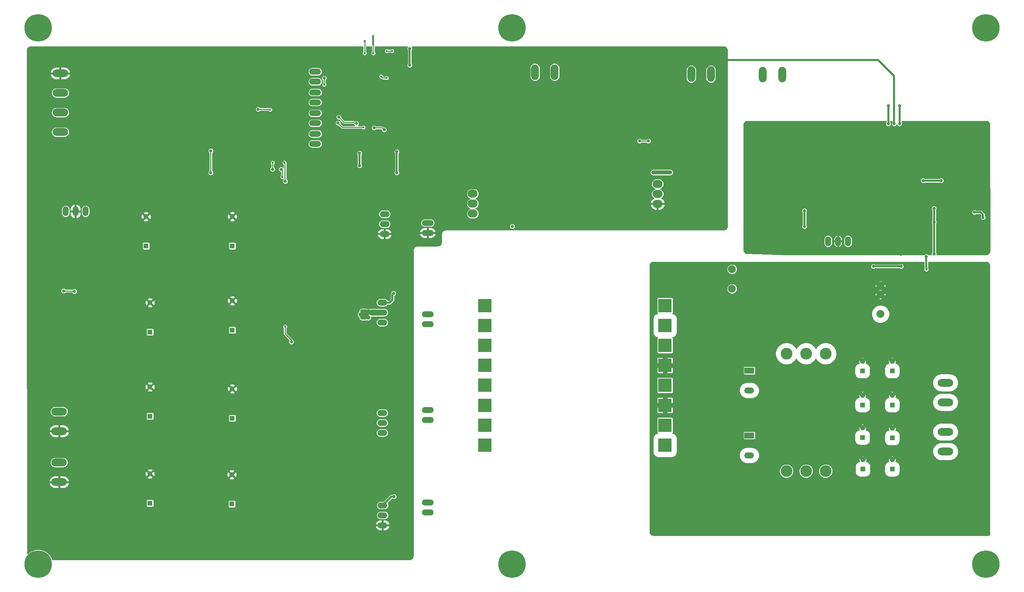
<source format=gbl>
G04 #@! TF.FileFunction,Copper,L2,Bot,Signal*
%FSLAX46Y46*%
G04 Gerber Fmt 4.6, Leading zero omitted, Abs format (unit mm)*
G04 Created by KiCad (PCBNEW 4.0.3+e1-6302~38~ubuntu16.04.1-stable) date Tue Aug 30 03:26:48 2016*
%MOMM*%
%LPD*%
G01*
G04 APERTURE LIST*
%ADD10C,0.100000*%
%ADD11R,3.500000X3.500000*%
%ADD12C,2.000000*%
%ADD13O,3.962400X1.981200*%
%ADD14C,1.300000*%
%ADD15R,1.300000X1.300000*%
%ADD16C,3.000000*%
%ADD17O,1.981200X3.962400*%
%ADD18O,2.540000X2.032000*%
%ADD19O,3.014980X1.506220*%
%ADD20O,2.499360X1.501140*%
%ADD21R,2.499360X1.501140*%
%ADD22O,1.501140X2.499360*%
%ADD23C,7.000000*%
%ADD24C,0.800000*%
%ADD25C,0.600000*%
%ADD26C,0.500000*%
%ADD27C,0.250000*%
%ADD28C,1.000000*%
%ADD29C,1.500000*%
%ADD30C,0.254000*%
G04 APERTURE END LIST*
D10*
D11*
X138065504Y-94908642D03*
X138065504Y-100008642D03*
X138065504Y-105108642D03*
X138065504Y-110208642D03*
X138065504Y-115308642D03*
X138065504Y-120408642D03*
X138065504Y-125508642D03*
X138065504Y-130608642D03*
X184065504Y-130608642D03*
X184065504Y-125508642D03*
X184065504Y-120408642D03*
X184065504Y-115308642D03*
X184065504Y-110208642D03*
X184065504Y-105108642D03*
X184065504Y-100008642D03*
X184065504Y-94908642D03*
D12*
X239073504Y-97106642D03*
X239073504Y-92106642D03*
X239073504Y-89906642D03*
X201173504Y-90656642D03*
X201173504Y-85656642D03*
D13*
X255665504Y-127208642D03*
X255665504Y-132208642D03*
D14*
X234473504Y-126106642D03*
D15*
X234473504Y-128606642D03*
D14*
X234473504Y-109106642D03*
D15*
X234473504Y-111606642D03*
D14*
X234473504Y-117806642D03*
D15*
X234473504Y-120306642D03*
D14*
X234573504Y-134206642D03*
D15*
X234573504Y-136706642D03*
D14*
X242073504Y-126206642D03*
D15*
X242073504Y-128706642D03*
D14*
X242073504Y-134206642D03*
D15*
X242073504Y-136706642D03*
D14*
X242073504Y-117806642D03*
D15*
X242073504Y-120306642D03*
D14*
X242073504Y-109106642D03*
D15*
X242073504Y-111606642D03*
D16*
X220073504Y-107206642D03*
X220073504Y-137206642D03*
X215073504Y-137206642D03*
X215073504Y-107206642D03*
X225073504Y-107206642D03*
X225073504Y-137206642D03*
D13*
X29665504Y-50608642D03*
X29665504Y-45608642D03*
X29665504Y-35608642D03*
X29665504Y-40608642D03*
X29365504Y-127008642D03*
X29365504Y-122008642D03*
D17*
X214000000Y-35900000D03*
X209000000Y-35900000D03*
D13*
X255667504Y-114644642D03*
X255667504Y-119644642D03*
D17*
X155865504Y-35308642D03*
X150865504Y-35308642D03*
X190765504Y-35808642D03*
X195765504Y-35808642D03*
D13*
X29365504Y-140008642D03*
X29365504Y-135008642D03*
D18*
X134965504Y-68908642D03*
X134965504Y-66368642D03*
X134965504Y-71448642D03*
X182165504Y-66408642D03*
X182165504Y-68948642D03*
X182165504Y-63868642D03*
D15*
X73565504Y-123708642D03*
D14*
X73565504Y-116208642D03*
D15*
X52565504Y-101708642D03*
D14*
X52565504Y-94208642D03*
D15*
X52565504Y-145408642D03*
D14*
X52565504Y-137908642D03*
D15*
X73565504Y-101208642D03*
D14*
X73565504Y-93708642D03*
D15*
X52565504Y-123208642D03*
D14*
X52565504Y-115708642D03*
D15*
X73465504Y-145608642D03*
D14*
X73465504Y-138108642D03*
D15*
X73565504Y-79708642D03*
D14*
X73565504Y-72208642D03*
D15*
X51565504Y-79708642D03*
D14*
X51565504Y-72208642D03*
D19*
X123465504Y-124178642D03*
X123465504Y-121638642D03*
X123465504Y-147778642D03*
X123465504Y-145238642D03*
X94736558Y-37725974D03*
X94736558Y-35185974D03*
X123465504Y-76378642D03*
X123465504Y-73838642D03*
X123465504Y-99678642D03*
X123465504Y-97138642D03*
X94736558Y-43025974D03*
X94736558Y-40485974D03*
X94736558Y-48325974D03*
X94736558Y-45785974D03*
X94736558Y-53625974D03*
X94736558Y-51085974D03*
D20*
X111865504Y-124908642D03*
X111865504Y-122368642D03*
X111865504Y-127448642D03*
X111929504Y-148508642D03*
X111929504Y-145968642D03*
X111929504Y-151048642D03*
X111865504Y-96721954D03*
X111865504Y-94181954D03*
X111865504Y-99261954D03*
X112465504Y-74115544D03*
X112465504Y-71575544D03*
X112465504Y-76655544D03*
D21*
X205573504Y-128106642D03*
D20*
X205573504Y-133186642D03*
D21*
X205573504Y-111526642D03*
D20*
X205573504Y-116606642D03*
D22*
X228233504Y-78506642D03*
X225693504Y-78506642D03*
X230773504Y-78506642D03*
X33565504Y-70844642D03*
X31025504Y-70844642D03*
X36105504Y-70844642D03*
D23*
X24000000Y-161000000D03*
X24000000Y-24000000D03*
X266000000Y-161000000D03*
X266000000Y-24000000D03*
X145000000Y-24000000D03*
X145000000Y-161000000D03*
D24*
X27300000Y-92400000D03*
X25100000Y-90000000D03*
X106300000Y-36200000D03*
X173500000Y-57800000D03*
X105865504Y-30708642D03*
X119265504Y-154608642D03*
X101665504Y-46308642D03*
X172265504Y-59908642D03*
X176165504Y-54208642D03*
X171765504Y-49708642D03*
X176965504Y-48508642D03*
X181865504Y-55708642D03*
X149265504Y-62008642D03*
D25*
X163665504Y-50308642D03*
X161465504Y-50308642D03*
D24*
X158965504Y-69008642D03*
X155365504Y-57008642D03*
X153565504Y-60608642D03*
X153565504Y-58608642D03*
X132065504Y-57008642D03*
X132065504Y-59408642D03*
X132065504Y-61708642D03*
X141865504Y-56608642D03*
X141765504Y-66808642D03*
X137565504Y-74908642D03*
X147765504Y-74608642D03*
X100265504Y-31708642D03*
X108765504Y-31208642D03*
D25*
X106673556Y-38316694D03*
D24*
X242565504Y-48508642D03*
X110765504Y-30708642D03*
X115965504Y-38808642D03*
X118865504Y-152308642D03*
X118665504Y-151008642D03*
X109372406Y-68115544D03*
X118965504Y-78008642D03*
X118565504Y-76708642D03*
D25*
X88065504Y-100208642D03*
X106987846Y-48008642D03*
D24*
X79365504Y-48508642D03*
X89165504Y-47808642D03*
X79765504Y-45808642D03*
X100265504Y-34508642D03*
X104465504Y-30608642D03*
D25*
X102865504Y-33608642D03*
D24*
X37665504Y-63108642D03*
X35565504Y-63108642D03*
X32165504Y-63108642D03*
X30165504Y-63108642D03*
X22765504Y-74108642D03*
X34965504Y-97908642D03*
X32865504Y-98008642D03*
X30865504Y-98008642D03*
X23265504Y-92408642D03*
X38065504Y-88708642D03*
X67765504Y-40608642D03*
X65865504Y-40708642D03*
X85765504Y-39308642D03*
X77265504Y-40908642D03*
X76865504Y-36508642D03*
X115565504Y-55608642D03*
X115565504Y-61008642D03*
X68065504Y-55408642D03*
X68065504Y-61008642D03*
X97065504Y-36808642D03*
D25*
X97065504Y-38508642D03*
X107365504Y-27408642D03*
X107365504Y-30483662D03*
D24*
X241065504Y-43908642D03*
X241065504Y-48508642D03*
D25*
X83225514Y-44908642D03*
D24*
X80165504Y-44808642D03*
X83865504Y-60108642D03*
D25*
X83865504Y-58408642D03*
D24*
X86065504Y-60108642D03*
D25*
X86365504Y-62108642D03*
D24*
X265565504Y-84808642D03*
D25*
X252665504Y-105808642D03*
X253265504Y-105408642D03*
X253265504Y-106108642D03*
X253865504Y-105408642D03*
X253865504Y-106108642D03*
X252665504Y-109008642D03*
X252665504Y-109608642D03*
X253265504Y-109008642D03*
X253265504Y-109608642D03*
X253865504Y-109008642D03*
X253865504Y-109608642D03*
D24*
X265265504Y-72408642D03*
X263065504Y-71108642D03*
D25*
X255065504Y-106108642D03*
X255065504Y-106808642D03*
X255065504Y-107508642D03*
X255065504Y-108208642D03*
X255065504Y-108908642D03*
X254465504Y-105408642D03*
X254465504Y-106108642D03*
X254465504Y-106808642D03*
X254465504Y-109608642D03*
X254465504Y-108908642D03*
X254465504Y-108208642D03*
X254465504Y-107483642D03*
D24*
X254565504Y-63008642D03*
X249965504Y-63008642D03*
X217700000Y-54700000D03*
X217700000Y-52600000D03*
X244300000Y-81800000D03*
X265565504Y-80608642D03*
X223165504Y-81008642D03*
X236165504Y-80708642D03*
X234165504Y-80708642D03*
X225865504Y-56108642D03*
X227465504Y-64508642D03*
X224065504Y-63708642D03*
X224065504Y-66708642D03*
X214065504Y-58708642D03*
X237265504Y-84908642D03*
X244365504Y-84908642D03*
X252765504Y-81718644D03*
X252765504Y-70108642D03*
X252765504Y-73608642D03*
X250765504Y-82408642D03*
D25*
X250797504Y-85740642D03*
D24*
X106065504Y-59208642D03*
X106065504Y-56008642D03*
X114865504Y-143708642D03*
X114765504Y-91808642D03*
X118865504Y-33508642D03*
X118865504Y-29308642D03*
X219665504Y-70708642D03*
X219665504Y-74708642D03*
X181065504Y-60908642D03*
X185365504Y-60908642D03*
X30500000Y-91200000D03*
X33265504Y-91308642D03*
D25*
X114365504Y-29908642D03*
X112990505Y-29908642D03*
X111565504Y-36408642D03*
X112990514Y-36808642D03*
D24*
X112365504Y-50008642D03*
X109765504Y-49508642D03*
X100565504Y-48308642D03*
D25*
X107065504Y-49408642D03*
D24*
X100765504Y-46808642D03*
X105265504Y-48408642D03*
X179800000Y-52900000D03*
X177565504Y-52908642D03*
D25*
X109565504Y-26108642D03*
X109565504Y-30483662D03*
D24*
X243965504Y-43908642D03*
X243965504Y-48508642D03*
X145065504Y-74708642D03*
X106700000Y-98000000D03*
X107500000Y-98000000D03*
X108300000Y-98000000D03*
X107900000Y-97200000D03*
X107100000Y-97200000D03*
X106300000Y-97200000D03*
X106700000Y-96400000D03*
X107500000Y-96400000D03*
X108300000Y-96400000D03*
X87100000Y-63200000D03*
D25*
X86865504Y-58408642D03*
X87065504Y-100308642D03*
D24*
X88665504Y-104208642D03*
D26*
X238465504Y-32208642D02*
X199065504Y-32208642D01*
X242565504Y-36308642D02*
X238465504Y-32208642D01*
X242565504Y-43908642D02*
X242565504Y-36308642D01*
X242565504Y-48508642D02*
X242565504Y-43908642D01*
X109365504Y-68122446D02*
X109372406Y-68115544D01*
X115565504Y-61008642D02*
X115565504Y-55608642D01*
D27*
X68065504Y-58408642D02*
X68065504Y-55408642D01*
X68065504Y-58408642D02*
X68065504Y-61008642D01*
X97065504Y-38084378D02*
X97065504Y-36808642D01*
X97065504Y-38508642D02*
X97065504Y-38084378D01*
X107365504Y-28283632D02*
X107365504Y-27408642D01*
X107365504Y-30483662D02*
X107365504Y-28283632D01*
D26*
X241065504Y-48508642D02*
X241065504Y-43908642D01*
D27*
X80165504Y-44808642D02*
X83125514Y-44808642D01*
X83125514Y-44808642D02*
X83225514Y-44908642D01*
X83865504Y-58408642D02*
X83865504Y-60108642D01*
X86365504Y-60308642D02*
X86165504Y-60108642D01*
X86165504Y-60108642D02*
X86065504Y-60108642D01*
X86365504Y-62108642D02*
X86365504Y-60308642D01*
D26*
X265265504Y-71708642D02*
X265265504Y-72408642D01*
X264665504Y-71108642D02*
X265265504Y-71708642D01*
X264065504Y-71108642D02*
X264665504Y-71108642D01*
X263065504Y-71108642D02*
X264065504Y-71108642D01*
X264665504Y-71108642D02*
X264865504Y-71308642D01*
X249965504Y-63008642D02*
X254565504Y-63008642D01*
X237265504Y-84908642D02*
X239565504Y-84908642D01*
X239565504Y-84908642D02*
X244365504Y-84908642D01*
X252765504Y-81718644D02*
X252765504Y-73608642D01*
X252765504Y-73608642D02*
X252765504Y-70108642D01*
X250765504Y-85284378D02*
X250765504Y-82408642D01*
X250797504Y-85740642D02*
X250797504Y-85316378D01*
X250797504Y-85316378D02*
X250765504Y-85284378D01*
X106065504Y-56008642D02*
X106065504Y-59208642D01*
X114865504Y-143708642D02*
X114189504Y-143708642D01*
X114189504Y-143708642D02*
X111929504Y-145968642D01*
X114465505Y-93508641D02*
X113792192Y-94181954D01*
X113792192Y-94181954D02*
X111865504Y-94181954D01*
X114765504Y-91808642D02*
X114465505Y-92108641D01*
X114465505Y-92108641D02*
X114465505Y-93508641D01*
X118865504Y-29308642D02*
X118865504Y-33508642D01*
X219665504Y-74284378D02*
X219665504Y-70708642D01*
X219665504Y-74708642D02*
X219665504Y-74284378D01*
D28*
X185365504Y-60908642D02*
X181065504Y-60908642D01*
D27*
X30500000Y-91200000D02*
X31156862Y-91200000D01*
X31156862Y-91200000D02*
X31165504Y-91208642D01*
X32965504Y-91208642D02*
X33065504Y-91308642D01*
X33065504Y-91308642D02*
X33265504Y-91308642D01*
X31165504Y-91208642D02*
X32965504Y-91208642D01*
X112990505Y-29908642D02*
X114365504Y-29908642D01*
X112990514Y-36808642D02*
X111965504Y-36808642D01*
X111965504Y-36808642D02*
X111565504Y-36408642D01*
X110189768Y-49508642D02*
X111865504Y-49508642D01*
X111865504Y-49508642D02*
X112365504Y-50008642D01*
X109765504Y-49508642D02*
X110189768Y-49508642D01*
X101665504Y-49408642D02*
X100565504Y-48308642D01*
X107065504Y-49408642D02*
X101665504Y-49408642D01*
X102065504Y-48108642D02*
X100765504Y-46808642D01*
X104541240Y-48108642D02*
X102065504Y-48108642D01*
X105265504Y-48408642D02*
X104841240Y-48408642D01*
X104841240Y-48408642D02*
X104541240Y-48108642D01*
X179800000Y-52900000D02*
X179375736Y-52900000D01*
X179375736Y-52900000D02*
X179367094Y-52908642D01*
X179367094Y-52908642D02*
X179055514Y-52908642D01*
X177565504Y-52908642D02*
X179055514Y-52908642D01*
D26*
X109565504Y-28283632D02*
X109565504Y-26108642D01*
D27*
X109565504Y-30059398D02*
X109565504Y-28283632D01*
X109565504Y-30483662D02*
X109565504Y-30059398D01*
D26*
X243965504Y-48508642D02*
X243965504Y-43908642D01*
D28*
X107500000Y-98000000D02*
X106700000Y-98000000D01*
X107900000Y-97200000D02*
X107900000Y-97600000D01*
X107900000Y-97600000D02*
X108300000Y-98000000D01*
X106300000Y-97200000D02*
X107100000Y-97200000D01*
X107500000Y-96400000D02*
X106700000Y-96400000D01*
X109178816Y-96721954D02*
X108621954Y-96721954D01*
X108621954Y-96721954D02*
X108300000Y-96400000D01*
D29*
X111865504Y-96721954D02*
X109178816Y-96721954D01*
D26*
X111366394Y-99261954D02*
X111865504Y-99261954D01*
D27*
X87040494Y-62808642D02*
X87040494Y-63140494D01*
X87040494Y-63140494D02*
X87100000Y-63200000D01*
X87040494Y-62808642D02*
X87040494Y-58583632D01*
X87040494Y-58583632D02*
X86865504Y-58408642D01*
X87065504Y-102184378D02*
X87065504Y-100308642D01*
X88665504Y-104208642D02*
X88665504Y-103784378D01*
X88665504Y-103784378D02*
X87065504Y-102184378D01*
D30*
G36*
X250188504Y-85284378D02*
X250193705Y-85337421D01*
X250198351Y-85390518D01*
X250199197Y-85393429D01*
X250199493Y-85396451D01*
X250214906Y-85447501D01*
X250220504Y-85466771D01*
X250220504Y-85495210D01*
X250196961Y-85550139D01*
X250171396Y-85670413D01*
X250169680Y-85793362D01*
X250191876Y-85914303D01*
X250237141Y-86028629D01*
X250303750Y-86131986D01*
X250389166Y-86220437D01*
X250490136Y-86290613D01*
X250602813Y-86339840D01*
X250722905Y-86366244D01*
X250845840Y-86368819D01*
X250966933Y-86347467D01*
X251081572Y-86303001D01*
X251185392Y-86237116D01*
X251274437Y-86152319D01*
X251345315Y-86051842D01*
X251395328Y-85939512D01*
X251422570Y-85819606D01*
X251424531Y-85679161D01*
X251400648Y-85558542D01*
X251374504Y-85495112D01*
X251374504Y-85316378D01*
X251369303Y-85263331D01*
X251364657Y-85210239D01*
X251363811Y-85207329D01*
X251363515Y-85204305D01*
X251348094Y-85153229D01*
X251342504Y-85133986D01*
X251342504Y-83835642D01*
X266059270Y-83835642D01*
X266235693Y-83853018D01*
X266399354Y-83902664D01*
X266550176Y-83983280D01*
X266682374Y-84091772D01*
X266790866Y-84223970D01*
X266871482Y-84374792D01*
X266921128Y-84538453D01*
X266938504Y-84714876D01*
X266938504Y-153202398D01*
X266930734Y-153281296D01*
X266909545Y-153351144D01*
X266875132Y-153415527D01*
X266828820Y-153471958D01*
X266772389Y-153518270D01*
X266708006Y-153552683D01*
X266638158Y-153573872D01*
X266559260Y-153581642D01*
X181071738Y-153581642D01*
X180895315Y-153564266D01*
X180731654Y-153514620D01*
X180580832Y-153434004D01*
X180448634Y-153325512D01*
X180340142Y-153193314D01*
X180259526Y-153042492D01*
X180209880Y-152878831D01*
X180192504Y-152702408D01*
X180192504Y-137360261D01*
X213244103Y-137360261D01*
X213308781Y-137712668D01*
X213440678Y-138045801D01*
X213634768Y-138346970D01*
X213883660Y-138604704D01*
X214177872Y-138809187D01*
X214506198Y-138952630D01*
X214856133Y-139029568D01*
X215214348Y-139037071D01*
X215567198Y-138974854D01*
X215901243Y-138845287D01*
X216203760Y-138653304D01*
X216463226Y-138406218D01*
X216669758Y-138113440D01*
X216815489Y-137786123D01*
X216894868Y-137436734D01*
X216895935Y-137360261D01*
X218244103Y-137360261D01*
X218308781Y-137712668D01*
X218440678Y-138045801D01*
X218634768Y-138346970D01*
X218883660Y-138604704D01*
X219177872Y-138809187D01*
X219506198Y-138952630D01*
X219856133Y-139029568D01*
X220214348Y-139037071D01*
X220567198Y-138974854D01*
X220901243Y-138845287D01*
X221203760Y-138653304D01*
X221463226Y-138406218D01*
X221669758Y-138113440D01*
X221815489Y-137786123D01*
X221894868Y-137436734D01*
X221895935Y-137360261D01*
X223244103Y-137360261D01*
X223308781Y-137712668D01*
X223440678Y-138045801D01*
X223634768Y-138346970D01*
X223883660Y-138604704D01*
X224177872Y-138809187D01*
X224506198Y-138952630D01*
X224856133Y-139029568D01*
X225214348Y-139037071D01*
X225567198Y-138974854D01*
X225901243Y-138845287D01*
X226203760Y-138653304D01*
X226463226Y-138406218D01*
X226669758Y-138113440D01*
X226815489Y-137786123D01*
X226894868Y-137436734D01*
X226900582Y-137027495D01*
X226830989Y-136676026D01*
X226694455Y-136344767D01*
X226503025Y-136056642D01*
X232590084Y-136056642D01*
X232590084Y-137356642D01*
X232606935Y-137567962D01*
X232717932Y-137926383D01*
X232924387Y-138239691D01*
X233209955Y-138483077D01*
X233552022Y-138637271D01*
X233923504Y-138690062D01*
X235223504Y-138690062D01*
X235434824Y-138673211D01*
X235793245Y-138562214D01*
X236106553Y-138355759D01*
X236349939Y-138070191D01*
X236504133Y-137728124D01*
X236556924Y-137356642D01*
X236556924Y-136056642D01*
X240090084Y-136056642D01*
X240090084Y-137356642D01*
X240106935Y-137567962D01*
X240217932Y-137926383D01*
X240424387Y-138239691D01*
X240709955Y-138483077D01*
X241052022Y-138637271D01*
X241423504Y-138690062D01*
X242723504Y-138690062D01*
X242934824Y-138673211D01*
X243293245Y-138562214D01*
X243606553Y-138355759D01*
X243849939Y-138070191D01*
X244004133Y-137728124D01*
X244056924Y-137356642D01*
X244056924Y-136056642D01*
X244040073Y-135845322D01*
X243929076Y-135486901D01*
X243722621Y-135173593D01*
X243437053Y-134930207D01*
X243094986Y-134776013D01*
X242916939Y-134750711D01*
X243101719Y-134565931D01*
X243015621Y-134479833D01*
X243050846Y-134299330D01*
X243050150Y-134106879D01*
X243013984Y-133925065D01*
X242896750Y-133843015D01*
X242533123Y-134206642D01*
X242651918Y-134325437D01*
X242254132Y-134723222D01*
X242130465Y-134723222D01*
X242073504Y-134666261D01*
X242016543Y-134723222D01*
X241892876Y-134723222D01*
X241495091Y-134325437D01*
X241613885Y-134206642D01*
X241250258Y-133843015D01*
X241133024Y-133925065D01*
X241096162Y-134113954D01*
X241096858Y-134306405D01*
X241131361Y-134479859D01*
X241045289Y-134565931D01*
X241218896Y-134739538D01*
X241212184Y-134740073D01*
X240853763Y-134851070D01*
X240540455Y-135057525D01*
X240297069Y-135343093D01*
X240142875Y-135685160D01*
X240090084Y-136056642D01*
X236556924Y-136056642D01*
X236540073Y-135845322D01*
X236429076Y-135486901D01*
X236222621Y-135173593D01*
X235937053Y-134930207D01*
X235594986Y-134776013D01*
X235416939Y-134750711D01*
X235601719Y-134565931D01*
X235515621Y-134479833D01*
X235550846Y-134299330D01*
X235550150Y-134106879D01*
X235513984Y-133925065D01*
X235396750Y-133843015D01*
X235033123Y-134206642D01*
X235151918Y-134325437D01*
X234754132Y-134723222D01*
X234630465Y-134723222D01*
X234573504Y-134666261D01*
X234516543Y-134723222D01*
X234392876Y-134723222D01*
X233995091Y-134325437D01*
X234113885Y-134206642D01*
X233750258Y-133843015D01*
X233633024Y-133925065D01*
X233596162Y-134113954D01*
X233596858Y-134306405D01*
X233631361Y-134479859D01*
X233545289Y-134565931D01*
X233718896Y-134739538D01*
X233712184Y-134740073D01*
X233353763Y-134851070D01*
X233040455Y-135057525D01*
X232797069Y-135343093D01*
X232642875Y-135685160D01*
X232590084Y-136056642D01*
X226503025Y-136056642D01*
X226496178Y-136046337D01*
X226243712Y-135792103D01*
X225946674Y-135591748D01*
X225616377Y-135452904D01*
X225265402Y-135380859D01*
X224907117Y-135378358D01*
X224555170Y-135445495D01*
X224222967Y-135579714D01*
X223923160Y-135775902D01*
X223667169Y-136026587D01*
X223464745Y-136322219D01*
X223323598Y-136651539D01*
X223249105Y-137002003D01*
X223244103Y-137360261D01*
X221895935Y-137360261D01*
X221900582Y-137027495D01*
X221830989Y-136676026D01*
X221694455Y-136344767D01*
X221496178Y-136046337D01*
X221243712Y-135792103D01*
X220946674Y-135591748D01*
X220616377Y-135452904D01*
X220265402Y-135380859D01*
X219907117Y-135378358D01*
X219555170Y-135445495D01*
X219222967Y-135579714D01*
X218923160Y-135775902D01*
X218667169Y-136026587D01*
X218464745Y-136322219D01*
X218323598Y-136651539D01*
X218249105Y-137002003D01*
X218244103Y-137360261D01*
X216895935Y-137360261D01*
X216900582Y-137027495D01*
X216830989Y-136676026D01*
X216694455Y-136344767D01*
X216496178Y-136046337D01*
X216243712Y-135792103D01*
X215946674Y-135591748D01*
X215616377Y-135452904D01*
X215265402Y-135380859D01*
X214907117Y-135378358D01*
X214555170Y-135445495D01*
X214222967Y-135579714D01*
X213923160Y-135775902D01*
X213667169Y-136026587D01*
X213464745Y-136322219D01*
X213323598Y-136651539D01*
X213249105Y-137002003D01*
X213244103Y-137360261D01*
X180192504Y-137360261D01*
X180192504Y-128858642D01*
X180982084Y-128858642D01*
X180982084Y-132358642D01*
X180998935Y-132569962D01*
X181109932Y-132928383D01*
X181316387Y-133241691D01*
X181601955Y-133485077D01*
X181944022Y-133639271D01*
X182315504Y-133692062D01*
X185815504Y-133692062D01*
X186026824Y-133675211D01*
X186385245Y-133564214D01*
X186698553Y-133357759D01*
X186856755Y-133172138D01*
X202984408Y-133172138D01*
X203021156Y-133575940D01*
X203135638Y-133964913D01*
X203323491Y-134324243D01*
X203577560Y-134640242D01*
X203888169Y-134900873D01*
X204243485Y-135096210D01*
X204629976Y-135218812D01*
X205032920Y-135264009D01*
X205061927Y-135264212D01*
X206085081Y-135264212D01*
X206488616Y-135224645D01*
X206876781Y-135107451D01*
X207234791Y-134917094D01*
X207549008Y-134660825D01*
X207807465Y-134348404D01*
X208000316Y-133991733D01*
X208120217Y-133604395D01*
X208143444Y-133383396D01*
X234209877Y-133383396D01*
X234573504Y-133747023D01*
X234937131Y-133383396D01*
X241709877Y-133383396D01*
X242073504Y-133747023D01*
X242437131Y-133383396D01*
X242355081Y-133266162D01*
X242166192Y-133229300D01*
X241973741Y-133229996D01*
X241791927Y-133266162D01*
X241709877Y-133383396D01*
X234937131Y-133383396D01*
X234855081Y-133266162D01*
X234666192Y-133229300D01*
X234473741Y-133229996D01*
X234291927Y-133266162D01*
X234209877Y-133383396D01*
X208143444Y-133383396D01*
X208162600Y-133201146D01*
X208125852Y-132797344D01*
X208011370Y-132408371D01*
X207898496Y-132192462D01*
X252341353Y-132192462D01*
X252382348Y-132642917D01*
X252510056Y-133076830D01*
X252719612Y-133477675D01*
X253003035Y-133830182D01*
X253349529Y-134120925D01*
X253745897Y-134338830D01*
X254177041Y-134475597D01*
X254626538Y-134526016D01*
X254658897Y-134526242D01*
X256672111Y-134526242D01*
X257122269Y-134482104D01*
X257555280Y-134351370D01*
X257954651Y-134139020D01*
X258305171Y-133853143D01*
X258593488Y-133504627D01*
X258808621Y-133106748D01*
X258942375Y-132674660D01*
X258989655Y-132224822D01*
X258948660Y-131774367D01*
X258820952Y-131340454D01*
X258611396Y-130939609D01*
X258327973Y-130587102D01*
X257981479Y-130296359D01*
X257585111Y-130078454D01*
X257153967Y-129941687D01*
X256704470Y-129891268D01*
X256672111Y-129891042D01*
X254658897Y-129891042D01*
X254208739Y-129935180D01*
X253775728Y-130065914D01*
X253376357Y-130278264D01*
X253025837Y-130564141D01*
X252737520Y-130912657D01*
X252522387Y-131310536D01*
X252388633Y-131742624D01*
X252341353Y-132192462D01*
X207898496Y-132192462D01*
X207823517Y-132049041D01*
X207569448Y-131733042D01*
X207258839Y-131472411D01*
X206903523Y-131277074D01*
X206517032Y-131154472D01*
X206114088Y-131109275D01*
X206085081Y-131109072D01*
X205061927Y-131109072D01*
X204658392Y-131148639D01*
X204270227Y-131265833D01*
X203912217Y-131456190D01*
X203598000Y-131712459D01*
X203339543Y-132024880D01*
X203146692Y-132381551D01*
X203026791Y-132768889D01*
X202984408Y-133172138D01*
X186856755Y-133172138D01*
X186941939Y-133072191D01*
X187096133Y-132730124D01*
X187148924Y-132358642D01*
X187148924Y-128858642D01*
X187132073Y-128647322D01*
X187021076Y-128288901D01*
X186814621Y-127975593D01*
X186529053Y-127732207D01*
X186186986Y-127578013D01*
X185969065Y-127547044D01*
X186033105Y-127504845D01*
X186093081Y-127434475D01*
X186128422Y-127356072D01*
X203995242Y-127356072D01*
X203995242Y-128857212D01*
X203999395Y-128909286D01*
X204026746Y-128997608D01*
X204077621Y-129074813D01*
X204147991Y-129134789D01*
X204232283Y-129172785D01*
X204323824Y-129185794D01*
X206823184Y-129185794D01*
X206875258Y-129181641D01*
X206963580Y-129154290D01*
X207040785Y-129103415D01*
X207100761Y-129033045D01*
X207138757Y-128948753D01*
X207151766Y-128857212D01*
X207151766Y-127956642D01*
X232490084Y-127956642D01*
X232490084Y-129256642D01*
X232506935Y-129467962D01*
X232617932Y-129826383D01*
X232824387Y-130139691D01*
X233109955Y-130383077D01*
X233452022Y-130537271D01*
X233823504Y-130590062D01*
X235123504Y-130590062D01*
X235334824Y-130573211D01*
X235693245Y-130462214D01*
X236006553Y-130255759D01*
X236249939Y-129970191D01*
X236404133Y-129628124D01*
X236456924Y-129256642D01*
X236456924Y-128056642D01*
X240090084Y-128056642D01*
X240090084Y-129356642D01*
X240106935Y-129567962D01*
X240217932Y-129926383D01*
X240424387Y-130239691D01*
X240709955Y-130483077D01*
X241052022Y-130637271D01*
X241423504Y-130690062D01*
X242723504Y-130690062D01*
X242934824Y-130673211D01*
X243293245Y-130562214D01*
X243606553Y-130355759D01*
X243849939Y-130070191D01*
X244004133Y-129728124D01*
X244056924Y-129356642D01*
X244056924Y-128056642D01*
X244040073Y-127845322D01*
X243929076Y-127486901D01*
X243735055Y-127192462D01*
X252341353Y-127192462D01*
X252382348Y-127642917D01*
X252510056Y-128076830D01*
X252719612Y-128477675D01*
X253003035Y-128830182D01*
X253349529Y-129120925D01*
X253745897Y-129338830D01*
X254177041Y-129475597D01*
X254626538Y-129526016D01*
X254658897Y-129526242D01*
X256672111Y-129526242D01*
X257122269Y-129482104D01*
X257555280Y-129351370D01*
X257954651Y-129139020D01*
X258305171Y-128853143D01*
X258593488Y-128504627D01*
X258808621Y-128106748D01*
X258942375Y-127674660D01*
X258989655Y-127224822D01*
X258948660Y-126774367D01*
X258820952Y-126340454D01*
X258611396Y-125939609D01*
X258327973Y-125587102D01*
X257981479Y-125296359D01*
X257585111Y-125078454D01*
X257153967Y-124941687D01*
X256704470Y-124891268D01*
X256672111Y-124891042D01*
X254658897Y-124891042D01*
X254208739Y-124935180D01*
X253775728Y-125065914D01*
X253376357Y-125278264D01*
X253025837Y-125564141D01*
X252737520Y-125912657D01*
X252522387Y-126310536D01*
X252388633Y-126742624D01*
X252341353Y-127192462D01*
X243735055Y-127192462D01*
X243722621Y-127173593D01*
X243437053Y-126930207D01*
X243094986Y-126776013D01*
X242916939Y-126750711D01*
X243101719Y-126565931D01*
X243015621Y-126479833D01*
X243050846Y-126299330D01*
X243050150Y-126106879D01*
X243013984Y-125925065D01*
X242896750Y-125843015D01*
X242533123Y-126206642D01*
X242651918Y-126325437D01*
X242254132Y-126723222D01*
X242130465Y-126723222D01*
X242073504Y-126666261D01*
X242016543Y-126723222D01*
X241892876Y-126723222D01*
X241495091Y-126325437D01*
X241613885Y-126206642D01*
X241250258Y-125843015D01*
X241133024Y-125925065D01*
X241096162Y-126113954D01*
X241096858Y-126306405D01*
X241131361Y-126479859D01*
X241045289Y-126565931D01*
X241218896Y-126739538D01*
X241212184Y-126740073D01*
X240853763Y-126851070D01*
X240540455Y-127057525D01*
X240297069Y-127343093D01*
X240142875Y-127685160D01*
X240090084Y-128056642D01*
X236456924Y-128056642D01*
X236456924Y-127956642D01*
X236440073Y-127745322D01*
X236329076Y-127386901D01*
X236122621Y-127073593D01*
X235837053Y-126830207D01*
X235494986Y-126676013D01*
X235316939Y-126650711D01*
X235501719Y-126465931D01*
X235415621Y-126379833D01*
X235450846Y-126199330D01*
X235450150Y-126006879D01*
X235413984Y-125825065D01*
X235296750Y-125743015D01*
X234933123Y-126106642D01*
X235051918Y-126225437D01*
X234654132Y-126623222D01*
X234530465Y-126623222D01*
X234473504Y-126566261D01*
X234416543Y-126623222D01*
X234292876Y-126623222D01*
X233895091Y-126225437D01*
X234013885Y-126106642D01*
X233650258Y-125743015D01*
X233533024Y-125825065D01*
X233496162Y-126013954D01*
X233496858Y-126206405D01*
X233531361Y-126379859D01*
X233445289Y-126465931D01*
X233618896Y-126639538D01*
X233612184Y-126640073D01*
X233253763Y-126751070D01*
X232940455Y-126957525D01*
X232697069Y-127243093D01*
X232542875Y-127585160D01*
X232490084Y-127956642D01*
X207151766Y-127956642D01*
X207151766Y-127356072D01*
X207147613Y-127303998D01*
X207120262Y-127215676D01*
X207069387Y-127138471D01*
X206999017Y-127078495D01*
X206914725Y-127040499D01*
X206823184Y-127027490D01*
X204323824Y-127027490D01*
X204271750Y-127031643D01*
X204183428Y-127058994D01*
X204106223Y-127109869D01*
X204046247Y-127180239D01*
X204008251Y-127264531D01*
X203995242Y-127356072D01*
X186128422Y-127356072D01*
X186131077Y-127350183D01*
X186144086Y-127258642D01*
X186144086Y-125283396D01*
X234109877Y-125283396D01*
X234473504Y-125647023D01*
X234737131Y-125383396D01*
X241709877Y-125383396D01*
X242073504Y-125747023D01*
X242437131Y-125383396D01*
X242355081Y-125266162D01*
X242166192Y-125229300D01*
X241973741Y-125229996D01*
X241791927Y-125266162D01*
X241709877Y-125383396D01*
X234737131Y-125383396D01*
X234837131Y-125283396D01*
X234755081Y-125166162D01*
X234566192Y-125129300D01*
X234373741Y-125129996D01*
X234191927Y-125166162D01*
X234109877Y-125283396D01*
X186144086Y-125283396D01*
X186144086Y-123758642D01*
X186139933Y-123706568D01*
X186112582Y-123618246D01*
X186061707Y-123541041D01*
X185991337Y-123481065D01*
X185907045Y-123443069D01*
X185815504Y-123430060D01*
X182315504Y-123430060D01*
X182263430Y-123434213D01*
X182175108Y-123461564D01*
X182097903Y-123512439D01*
X182037927Y-123582809D01*
X181999931Y-123667101D01*
X181986922Y-123758642D01*
X181986922Y-127258642D01*
X181991075Y-127310716D01*
X182018426Y-127399038D01*
X182069301Y-127476243D01*
X182139671Y-127536219D01*
X182145372Y-127538789D01*
X182104184Y-127542073D01*
X181745763Y-127653070D01*
X181432455Y-127859525D01*
X181189069Y-128145093D01*
X181034875Y-128487160D01*
X180982084Y-128858642D01*
X180192504Y-128858642D01*
X180192504Y-120963392D01*
X181988504Y-120963392D01*
X181988504Y-122190849D01*
X182001070Y-122254025D01*
X182025720Y-122313535D01*
X182061507Y-122367093D01*
X182107054Y-122412640D01*
X182160612Y-122448426D01*
X182220122Y-122473076D01*
X182283298Y-122485642D01*
X183510754Y-122485642D01*
X183592504Y-122403892D01*
X183592504Y-120881642D01*
X184538504Y-120881642D01*
X184538504Y-122403892D01*
X184620254Y-122485642D01*
X185847710Y-122485642D01*
X185910886Y-122473076D01*
X185970396Y-122448426D01*
X186023954Y-122412640D01*
X186069501Y-122367093D01*
X186105288Y-122313535D01*
X186129938Y-122254025D01*
X186142504Y-122190849D01*
X186142504Y-120963392D01*
X186060754Y-120881642D01*
X184538504Y-120881642D01*
X183592504Y-120881642D01*
X182070254Y-120881642D01*
X181988504Y-120963392D01*
X180192504Y-120963392D01*
X180192504Y-118626435D01*
X181988504Y-118626435D01*
X181988504Y-119853892D01*
X182070254Y-119935642D01*
X183592504Y-119935642D01*
X183592504Y-118413392D01*
X184538504Y-118413392D01*
X184538504Y-119935642D01*
X186060754Y-119935642D01*
X186142504Y-119853892D01*
X186142504Y-119656642D01*
X232490084Y-119656642D01*
X232490084Y-120956642D01*
X232506935Y-121167962D01*
X232617932Y-121526383D01*
X232824387Y-121839691D01*
X233109955Y-122083077D01*
X233452022Y-122237271D01*
X233823504Y-122290062D01*
X235123504Y-122290062D01*
X235334824Y-122273211D01*
X235693245Y-122162214D01*
X236006553Y-121955759D01*
X236249939Y-121670191D01*
X236404133Y-121328124D01*
X236456924Y-120956642D01*
X236456924Y-119656642D01*
X240090084Y-119656642D01*
X240090084Y-120956642D01*
X240106935Y-121167962D01*
X240217932Y-121526383D01*
X240424387Y-121839691D01*
X240709955Y-122083077D01*
X241052022Y-122237271D01*
X241423504Y-122290062D01*
X242723504Y-122290062D01*
X242934824Y-122273211D01*
X243293245Y-122162214D01*
X243606553Y-121955759D01*
X243849939Y-121670191D01*
X244004133Y-121328124D01*
X244056924Y-120956642D01*
X244056924Y-119656642D01*
X244054677Y-119628462D01*
X252343353Y-119628462D01*
X252384348Y-120078917D01*
X252512056Y-120512830D01*
X252721612Y-120913675D01*
X253005035Y-121266182D01*
X253351529Y-121556925D01*
X253747897Y-121774830D01*
X254179041Y-121911597D01*
X254628538Y-121962016D01*
X254660897Y-121962242D01*
X256674111Y-121962242D01*
X257124269Y-121918104D01*
X257557280Y-121787370D01*
X257956651Y-121575020D01*
X258307171Y-121289143D01*
X258595488Y-120940627D01*
X258810621Y-120542748D01*
X258944375Y-120110660D01*
X258991655Y-119660822D01*
X258950660Y-119210367D01*
X258822952Y-118776454D01*
X258613396Y-118375609D01*
X258329973Y-118023102D01*
X257983479Y-117732359D01*
X257587111Y-117514454D01*
X257155967Y-117377687D01*
X256706470Y-117327268D01*
X256674111Y-117327042D01*
X254660897Y-117327042D01*
X254210739Y-117371180D01*
X253777728Y-117501914D01*
X253378357Y-117714264D01*
X253027837Y-118000141D01*
X252739520Y-118348657D01*
X252524387Y-118746536D01*
X252390633Y-119178624D01*
X252343353Y-119628462D01*
X244054677Y-119628462D01*
X244040073Y-119445322D01*
X243929076Y-119086901D01*
X243722621Y-118773593D01*
X243437053Y-118530207D01*
X243094986Y-118376013D01*
X242916939Y-118350711D01*
X243101719Y-118165931D01*
X243015621Y-118079833D01*
X243050846Y-117899330D01*
X243050150Y-117706879D01*
X243013984Y-117525065D01*
X242896750Y-117443015D01*
X242533123Y-117806642D01*
X242651918Y-117925437D01*
X242254132Y-118323222D01*
X242130465Y-118323222D01*
X242073504Y-118266261D01*
X242016543Y-118323222D01*
X241892876Y-118323222D01*
X241495091Y-117925437D01*
X241613885Y-117806642D01*
X241250258Y-117443015D01*
X241133024Y-117525065D01*
X241096162Y-117713954D01*
X241096858Y-117906405D01*
X241131361Y-118079859D01*
X241045289Y-118165931D01*
X241218896Y-118339538D01*
X241212184Y-118340073D01*
X240853763Y-118451070D01*
X240540455Y-118657525D01*
X240297069Y-118943093D01*
X240142875Y-119285160D01*
X240090084Y-119656642D01*
X236456924Y-119656642D01*
X236440073Y-119445322D01*
X236329076Y-119086901D01*
X236122621Y-118773593D01*
X235837053Y-118530207D01*
X235494986Y-118376013D01*
X235316939Y-118350711D01*
X235501719Y-118165931D01*
X235415621Y-118079833D01*
X235450846Y-117899330D01*
X235450150Y-117706879D01*
X235413984Y-117525065D01*
X235296750Y-117443015D01*
X234933123Y-117806642D01*
X235051918Y-117925437D01*
X234654132Y-118323222D01*
X234530465Y-118323222D01*
X234473504Y-118266261D01*
X234416543Y-118323222D01*
X234292876Y-118323222D01*
X233895091Y-117925437D01*
X234013885Y-117806642D01*
X233650258Y-117443015D01*
X233533024Y-117525065D01*
X233496162Y-117713954D01*
X233496858Y-117906405D01*
X233531361Y-118079859D01*
X233445289Y-118165931D01*
X233618896Y-118339538D01*
X233612184Y-118340073D01*
X233253763Y-118451070D01*
X232940455Y-118657525D01*
X232697069Y-118943093D01*
X232542875Y-119285160D01*
X232490084Y-119656642D01*
X186142504Y-119656642D01*
X186142504Y-118626435D01*
X186129938Y-118563259D01*
X186105288Y-118503749D01*
X186069501Y-118450191D01*
X186023954Y-118404644D01*
X185970396Y-118368858D01*
X185910886Y-118344208D01*
X185847710Y-118331642D01*
X184620254Y-118331642D01*
X184538504Y-118413392D01*
X183592504Y-118413392D01*
X183510754Y-118331642D01*
X182283298Y-118331642D01*
X182220122Y-118344208D01*
X182160612Y-118368858D01*
X182107054Y-118404644D01*
X182061507Y-118450191D01*
X182025720Y-118503749D01*
X182001070Y-118563259D01*
X181988504Y-118626435D01*
X180192504Y-118626435D01*
X180192504Y-113558642D01*
X181986922Y-113558642D01*
X181986922Y-117058642D01*
X181991075Y-117110716D01*
X182018426Y-117199038D01*
X182069301Y-117276243D01*
X182139671Y-117336219D01*
X182223963Y-117374215D01*
X182315504Y-117387224D01*
X185815504Y-117387224D01*
X185867578Y-117383071D01*
X185955900Y-117355720D01*
X186033105Y-117304845D01*
X186093081Y-117234475D01*
X186131077Y-117150183D01*
X186144086Y-117058642D01*
X186144086Y-116592138D01*
X202984408Y-116592138D01*
X203021156Y-116995940D01*
X203135638Y-117384913D01*
X203323491Y-117744243D01*
X203577560Y-118060242D01*
X203888169Y-118320873D01*
X204243485Y-118516210D01*
X204629976Y-118638812D01*
X205032920Y-118684009D01*
X205061927Y-118684212D01*
X206085081Y-118684212D01*
X206488616Y-118644645D01*
X206876781Y-118527451D01*
X207234791Y-118337094D01*
X207549008Y-118080825D01*
X207807465Y-117768404D01*
X208000316Y-117411733D01*
X208120217Y-117024395D01*
X208124526Y-116983396D01*
X234109877Y-116983396D01*
X234473504Y-117347023D01*
X234837131Y-116983396D01*
X241709877Y-116983396D01*
X242073504Y-117347023D01*
X242437131Y-116983396D01*
X242355081Y-116866162D01*
X242166192Y-116829300D01*
X241973741Y-116829996D01*
X241791927Y-116866162D01*
X241709877Y-116983396D01*
X234837131Y-116983396D01*
X234755081Y-116866162D01*
X234566192Y-116829300D01*
X234373741Y-116829996D01*
X234191927Y-116866162D01*
X234109877Y-116983396D01*
X208124526Y-116983396D01*
X208162600Y-116621146D01*
X208125852Y-116217344D01*
X208011370Y-115828371D01*
X207823517Y-115469041D01*
X207569448Y-115153042D01*
X207258839Y-114892411D01*
X206903523Y-114697074D01*
X206687231Y-114628462D01*
X252343353Y-114628462D01*
X252384348Y-115078917D01*
X252512056Y-115512830D01*
X252721612Y-115913675D01*
X253005035Y-116266182D01*
X253351529Y-116556925D01*
X253747897Y-116774830D01*
X254179041Y-116911597D01*
X254628538Y-116962016D01*
X254660897Y-116962242D01*
X256674111Y-116962242D01*
X257124269Y-116918104D01*
X257557280Y-116787370D01*
X257956651Y-116575020D01*
X258307171Y-116289143D01*
X258595488Y-115940627D01*
X258810621Y-115542748D01*
X258944375Y-115110660D01*
X258991655Y-114660822D01*
X258950660Y-114210367D01*
X258822952Y-113776454D01*
X258613396Y-113375609D01*
X258329973Y-113023102D01*
X257983479Y-112732359D01*
X257587111Y-112514454D01*
X257155967Y-112377687D01*
X256706470Y-112327268D01*
X256674111Y-112327042D01*
X254660897Y-112327042D01*
X254210739Y-112371180D01*
X253777728Y-112501914D01*
X253378357Y-112714264D01*
X253027837Y-113000141D01*
X252739520Y-113348657D01*
X252524387Y-113746536D01*
X252390633Y-114178624D01*
X252343353Y-114628462D01*
X206687231Y-114628462D01*
X206517032Y-114574472D01*
X206114088Y-114529275D01*
X206085081Y-114529072D01*
X205061927Y-114529072D01*
X204658392Y-114568639D01*
X204270227Y-114685833D01*
X203912217Y-114876190D01*
X203598000Y-115132459D01*
X203339543Y-115444880D01*
X203146692Y-115801551D01*
X203026791Y-116188889D01*
X202984408Y-116592138D01*
X186144086Y-116592138D01*
X186144086Y-113558642D01*
X186139933Y-113506568D01*
X186112582Y-113418246D01*
X186061707Y-113341041D01*
X185991337Y-113281065D01*
X185907045Y-113243069D01*
X185815504Y-113230060D01*
X182315504Y-113230060D01*
X182263430Y-113234213D01*
X182175108Y-113261564D01*
X182097903Y-113312439D01*
X182037927Y-113382809D01*
X181999931Y-113467101D01*
X181986922Y-113558642D01*
X180192504Y-113558642D01*
X180192504Y-110763392D01*
X181988504Y-110763392D01*
X181988504Y-111990849D01*
X182001070Y-112054025D01*
X182025720Y-112113535D01*
X182061507Y-112167093D01*
X182107054Y-112212640D01*
X182160612Y-112248426D01*
X182220122Y-112273076D01*
X182283298Y-112285642D01*
X183510754Y-112285642D01*
X183592504Y-112203892D01*
X183592504Y-110681642D01*
X184538504Y-110681642D01*
X184538504Y-112203892D01*
X184620254Y-112285642D01*
X185847710Y-112285642D01*
X185910886Y-112273076D01*
X185970396Y-112248426D01*
X186023954Y-112212640D01*
X186069501Y-112167093D01*
X186105288Y-112113535D01*
X186129938Y-112054025D01*
X186142504Y-111990849D01*
X186142504Y-110776072D01*
X203995242Y-110776072D01*
X203995242Y-112277212D01*
X203999395Y-112329286D01*
X204026746Y-112417608D01*
X204077621Y-112494813D01*
X204147991Y-112554789D01*
X204232283Y-112592785D01*
X204323824Y-112605794D01*
X206823184Y-112605794D01*
X206875258Y-112601641D01*
X206963580Y-112574290D01*
X207040785Y-112523415D01*
X207100761Y-112453045D01*
X207138757Y-112368753D01*
X207151766Y-112277212D01*
X207151766Y-110956642D01*
X232490084Y-110956642D01*
X232490084Y-112256642D01*
X232506935Y-112467962D01*
X232617932Y-112826383D01*
X232824387Y-113139691D01*
X233109955Y-113383077D01*
X233452022Y-113537271D01*
X233823504Y-113590062D01*
X235123504Y-113590062D01*
X235334824Y-113573211D01*
X235693245Y-113462214D01*
X236006553Y-113255759D01*
X236249939Y-112970191D01*
X236404133Y-112628124D01*
X236456924Y-112256642D01*
X236456924Y-110956642D01*
X240090084Y-110956642D01*
X240090084Y-112256642D01*
X240106935Y-112467962D01*
X240217932Y-112826383D01*
X240424387Y-113139691D01*
X240709955Y-113383077D01*
X241052022Y-113537271D01*
X241423504Y-113590062D01*
X242723504Y-113590062D01*
X242934824Y-113573211D01*
X243293245Y-113462214D01*
X243606553Y-113255759D01*
X243849939Y-112970191D01*
X244004133Y-112628124D01*
X244056924Y-112256642D01*
X244056924Y-110956642D01*
X244040073Y-110745322D01*
X243929076Y-110386901D01*
X243722621Y-110073593D01*
X243437053Y-109830207D01*
X243094986Y-109676013D01*
X242916939Y-109650711D01*
X243101719Y-109465931D01*
X243015621Y-109379833D01*
X243050846Y-109199330D01*
X243050150Y-109006879D01*
X243013984Y-108825065D01*
X242896750Y-108743015D01*
X242533123Y-109106642D01*
X242651918Y-109225437D01*
X242254132Y-109623222D01*
X242130465Y-109623222D01*
X242073504Y-109566261D01*
X242016543Y-109623222D01*
X241892876Y-109623222D01*
X241495091Y-109225437D01*
X241613885Y-109106642D01*
X241250258Y-108743015D01*
X241133024Y-108825065D01*
X241096162Y-109013954D01*
X241096858Y-109206405D01*
X241131361Y-109379859D01*
X241045289Y-109465931D01*
X241218896Y-109639538D01*
X241212184Y-109640073D01*
X240853763Y-109751070D01*
X240540455Y-109957525D01*
X240297069Y-110243093D01*
X240142875Y-110585160D01*
X240090084Y-110956642D01*
X236456924Y-110956642D01*
X236440073Y-110745322D01*
X236329076Y-110386901D01*
X236122621Y-110073593D01*
X235837053Y-109830207D01*
X235494986Y-109676013D01*
X235316939Y-109650711D01*
X235501719Y-109465931D01*
X235415621Y-109379833D01*
X235450846Y-109199330D01*
X235450150Y-109006879D01*
X235413984Y-108825065D01*
X235296750Y-108743015D01*
X234933123Y-109106642D01*
X235051918Y-109225437D01*
X234654132Y-109623222D01*
X234530465Y-109623222D01*
X234473504Y-109566261D01*
X234416543Y-109623222D01*
X234292876Y-109623222D01*
X233895091Y-109225437D01*
X234013885Y-109106642D01*
X233650258Y-108743015D01*
X233533024Y-108825065D01*
X233496162Y-109013954D01*
X233496858Y-109206405D01*
X233531361Y-109379859D01*
X233445289Y-109465931D01*
X233618896Y-109639538D01*
X233612184Y-109640073D01*
X233253763Y-109751070D01*
X232940455Y-109957525D01*
X232697069Y-110243093D01*
X232542875Y-110585160D01*
X232490084Y-110956642D01*
X207151766Y-110956642D01*
X207151766Y-110776072D01*
X207147613Y-110723998D01*
X207120262Y-110635676D01*
X207069387Y-110558471D01*
X206999017Y-110498495D01*
X206914725Y-110460499D01*
X206823184Y-110447490D01*
X204323824Y-110447490D01*
X204271750Y-110451643D01*
X204183428Y-110478994D01*
X204106223Y-110529869D01*
X204046247Y-110600239D01*
X204008251Y-110684531D01*
X203995242Y-110776072D01*
X186142504Y-110776072D01*
X186142504Y-110763392D01*
X186060754Y-110681642D01*
X184538504Y-110681642D01*
X183592504Y-110681642D01*
X182070254Y-110681642D01*
X181988504Y-110763392D01*
X180192504Y-110763392D01*
X180192504Y-108426435D01*
X181988504Y-108426435D01*
X181988504Y-109653892D01*
X182070254Y-109735642D01*
X183592504Y-109735642D01*
X183592504Y-108213392D01*
X184538504Y-108213392D01*
X184538504Y-109735642D01*
X186060754Y-109735642D01*
X186142504Y-109653892D01*
X186142504Y-108426435D01*
X186129938Y-108363259D01*
X186105288Y-108303749D01*
X186069501Y-108250191D01*
X186023954Y-108204644D01*
X185970396Y-108168858D01*
X185910886Y-108144208D01*
X185847710Y-108131642D01*
X184620254Y-108131642D01*
X184538504Y-108213392D01*
X183592504Y-108213392D01*
X183510754Y-108131642D01*
X182283298Y-108131642D01*
X182220122Y-108144208D01*
X182160612Y-108168858D01*
X182107054Y-108204644D01*
X182061507Y-108250191D01*
X182025720Y-108303749D01*
X182001070Y-108363259D01*
X181988504Y-108426435D01*
X180192504Y-108426435D01*
X180192504Y-107444344D01*
X212242788Y-107444344D01*
X212342868Y-107989639D01*
X212546958Y-108505110D01*
X212847282Y-108971123D01*
X213232403Y-109369928D01*
X213687651Y-109686333D01*
X214195686Y-109908288D01*
X214737156Y-110027338D01*
X215291438Y-110038949D01*
X215837419Y-109942678D01*
X216354302Y-109742192D01*
X216822401Y-109445128D01*
X217223884Y-109062800D01*
X217543460Y-108609772D01*
X217572448Y-108544663D01*
X217847282Y-108971123D01*
X218232403Y-109369928D01*
X218687651Y-109686333D01*
X219195686Y-109908288D01*
X219737156Y-110027338D01*
X220291438Y-110038949D01*
X220837419Y-109942678D01*
X221354302Y-109742192D01*
X221822401Y-109445128D01*
X222223884Y-109062800D01*
X222543460Y-108609772D01*
X222572448Y-108544663D01*
X222847282Y-108971123D01*
X223232403Y-109369928D01*
X223687651Y-109686333D01*
X224195686Y-109908288D01*
X224737156Y-110027338D01*
X225291438Y-110038949D01*
X225837419Y-109942678D01*
X226354302Y-109742192D01*
X226822401Y-109445128D01*
X227223884Y-109062800D01*
X227543460Y-108609772D01*
X227688772Y-108283396D01*
X234109877Y-108283396D01*
X234473504Y-108647023D01*
X234837131Y-108283396D01*
X241709877Y-108283396D01*
X242073504Y-108647023D01*
X242437131Y-108283396D01*
X242355081Y-108166162D01*
X242166192Y-108129300D01*
X241973741Y-108129996D01*
X241791927Y-108166162D01*
X241709877Y-108283396D01*
X234837131Y-108283396D01*
X234755081Y-108166162D01*
X234566192Y-108129300D01*
X234373741Y-108129996D01*
X234191927Y-108166162D01*
X234109877Y-108283396D01*
X227688772Y-108283396D01*
X227768956Y-108103300D01*
X227891783Y-107562673D01*
X227900626Y-106929440D01*
X227792941Y-106385595D01*
X227581675Y-105873024D01*
X227274873Y-105411250D01*
X226884221Y-105017861D01*
X226424600Y-104707843D01*
X225913516Y-104493003D01*
X225370436Y-104381525D01*
X224816046Y-104377654D01*
X224271463Y-104481539D01*
X223757429Y-104689222D01*
X223293524Y-104992793D01*
X222897418Y-105380689D01*
X222584198Y-105838134D01*
X222574119Y-105861651D01*
X222274873Y-105411250D01*
X221884221Y-105017861D01*
X221424600Y-104707843D01*
X220913516Y-104493003D01*
X220370436Y-104381525D01*
X219816046Y-104377654D01*
X219271463Y-104481539D01*
X218757429Y-104689222D01*
X218293524Y-104992793D01*
X217897418Y-105380689D01*
X217584198Y-105838134D01*
X217574119Y-105861651D01*
X217274873Y-105411250D01*
X216884221Y-105017861D01*
X216424600Y-104707843D01*
X215913516Y-104493003D01*
X215370436Y-104381525D01*
X214816046Y-104377654D01*
X214271463Y-104481539D01*
X213757429Y-104689222D01*
X213293524Y-104992793D01*
X212897418Y-105380689D01*
X212584198Y-105838134D01*
X212365795Y-106347706D01*
X212250528Y-106889995D01*
X212242788Y-107444344D01*
X180192504Y-107444344D01*
X180192504Y-98258642D01*
X180982084Y-98258642D01*
X180982084Y-101758642D01*
X180998935Y-101969962D01*
X181109932Y-102328383D01*
X181316387Y-102641691D01*
X181601955Y-102885077D01*
X181944022Y-103039271D01*
X182161943Y-103070240D01*
X182097903Y-103112439D01*
X182037927Y-103182809D01*
X181999931Y-103267101D01*
X181986922Y-103358642D01*
X181986922Y-106858642D01*
X181991075Y-106910716D01*
X182018426Y-106999038D01*
X182069301Y-107076243D01*
X182139671Y-107136219D01*
X182223963Y-107174215D01*
X182315504Y-107187224D01*
X185815504Y-107187224D01*
X185867578Y-107183071D01*
X185955900Y-107155720D01*
X186033105Y-107104845D01*
X186093081Y-107034475D01*
X186131077Y-106950183D01*
X186144086Y-106858642D01*
X186144086Y-103358642D01*
X186139933Y-103306568D01*
X186112582Y-103218246D01*
X186061707Y-103141041D01*
X185991337Y-103081065D01*
X185985636Y-103078495D01*
X186026824Y-103075211D01*
X186385245Y-102964214D01*
X186698553Y-102757759D01*
X186941939Y-102472191D01*
X187096133Y-102130124D01*
X187148924Y-101758642D01*
X187148924Y-98258642D01*
X187132073Y-98047322D01*
X187021076Y-97688901D01*
X186814621Y-97375593D01*
X186728628Y-97302302D01*
X236743446Y-97302302D01*
X236825825Y-97751154D01*
X236993818Y-98175455D01*
X237241026Y-98559046D01*
X237558032Y-98887316D01*
X237932762Y-99147760D01*
X238350942Y-99330458D01*
X238796645Y-99428453D01*
X239252893Y-99438010D01*
X239702308Y-99358766D01*
X240127772Y-99193739D01*
X240513080Y-98949215D01*
X240843555Y-98634509D01*
X241106608Y-98261606D01*
X241292222Y-97844711D01*
X241393325Y-97399704D01*
X241400603Y-96878468D01*
X241311965Y-96430811D01*
X241138064Y-96008896D01*
X240885525Y-95628794D01*
X240563966Y-95304982D01*
X240185637Y-95049796D01*
X239764946Y-94872954D01*
X239317919Y-94781192D01*
X238861582Y-94778006D01*
X238413317Y-94863517D01*
X237990198Y-95034469D01*
X237608342Y-95284348D01*
X237282294Y-95603638D01*
X237024472Y-95980177D01*
X236844697Y-96399623D01*
X236749817Y-96845999D01*
X236743446Y-97302302D01*
X186728628Y-97302302D01*
X186529053Y-97132207D01*
X186186986Y-96978013D01*
X185969065Y-96947044D01*
X186033105Y-96904845D01*
X186093081Y-96834475D01*
X186131077Y-96750183D01*
X186144086Y-96658642D01*
X186144086Y-93260540D01*
X238588529Y-93260540D01*
X238723372Y-93393273D01*
X238981109Y-93436858D01*
X239242397Y-93429324D01*
X239423636Y-93393273D01*
X239558479Y-93260540D01*
X239073504Y-92775565D01*
X238588529Y-93260540D01*
X186144086Y-93260540D01*
X186144086Y-93158642D01*
X186139933Y-93106568D01*
X186112582Y-93018246D01*
X186061707Y-92941041D01*
X185991337Y-92881065D01*
X185907045Y-92843069D01*
X185815504Y-92830060D01*
X182315504Y-92830060D01*
X182263430Y-92834213D01*
X182175108Y-92861564D01*
X182097903Y-92912439D01*
X182037927Y-92982809D01*
X181999931Y-93067101D01*
X181986922Y-93158642D01*
X181986922Y-96658642D01*
X181991075Y-96710716D01*
X182018426Y-96799038D01*
X182069301Y-96876243D01*
X182139671Y-96936219D01*
X182145372Y-96938789D01*
X182104184Y-96942073D01*
X181745763Y-97053070D01*
X181432455Y-97259525D01*
X181189069Y-97545093D01*
X181034875Y-97887160D01*
X180982084Y-98258642D01*
X180192504Y-98258642D01*
X180192504Y-92014247D01*
X237743288Y-92014247D01*
X237750822Y-92275535D01*
X237786873Y-92456774D01*
X237919606Y-92591617D01*
X238404581Y-92106642D01*
X239742427Y-92106642D01*
X240227402Y-92591617D01*
X240360135Y-92456774D01*
X240403720Y-92199037D01*
X240396186Y-91937749D01*
X240360135Y-91756510D01*
X240227402Y-91621667D01*
X239742427Y-92106642D01*
X238404581Y-92106642D01*
X237919606Y-91621667D01*
X237786873Y-91756510D01*
X237743288Y-92014247D01*
X180192504Y-92014247D01*
X180192504Y-90768220D01*
X199844759Y-90768220D01*
X199891737Y-91024183D01*
X199987538Y-91266146D01*
X200128511Y-91484893D01*
X200309287Y-91672093D01*
X200522982Y-91820615D01*
X200761454Y-91924801D01*
X201015622Y-91980683D01*
X201275803Y-91986133D01*
X201532087Y-91940943D01*
X201774714Y-91846835D01*
X201994440Y-91707392D01*
X202182897Y-91527927D01*
X202332907Y-91315274D01*
X202438755Y-91077535D01*
X202467107Y-90952744D01*
X238588529Y-90952744D01*
X238642427Y-91006642D01*
X238588529Y-91060540D01*
X238723372Y-91193273D01*
X238850568Y-91214783D01*
X239073504Y-91437719D01*
X239291708Y-91219515D01*
X239423636Y-91193273D01*
X239558479Y-91060540D01*
X239504581Y-91006642D01*
X239558479Y-90952744D01*
X239423636Y-90820011D01*
X239296440Y-90798501D01*
X239073504Y-90575565D01*
X238855300Y-90793769D01*
X238723372Y-90820011D01*
X238588529Y-90952744D01*
X202467107Y-90952744D01*
X202496411Y-90823764D01*
X202500561Y-90526523D01*
X202450014Y-90271241D01*
X202350845Y-90030639D01*
X202207075Y-89814247D01*
X237743288Y-89814247D01*
X237750822Y-90075535D01*
X237786873Y-90256774D01*
X237919606Y-90391617D01*
X238404581Y-89906642D01*
X239742427Y-89906642D01*
X240227402Y-90391617D01*
X240360135Y-90256774D01*
X240403720Y-89999037D01*
X240396186Y-89737749D01*
X240360135Y-89556510D01*
X240227402Y-89421667D01*
X239742427Y-89906642D01*
X238404581Y-89906642D01*
X237919606Y-89421667D01*
X237786873Y-89556510D01*
X237743288Y-89814247D01*
X202207075Y-89814247D01*
X202206831Y-89813881D01*
X202023459Y-89629223D01*
X201807711Y-89483700D01*
X201567807Y-89382854D01*
X201312884Y-89330526D01*
X201052653Y-89328709D01*
X200797024Y-89377473D01*
X200555735Y-89474960D01*
X200337977Y-89617456D01*
X200152044Y-89799536D01*
X200005018Y-90014262D01*
X199902500Y-90253456D01*
X199848393Y-90508007D01*
X199844759Y-90768220D01*
X180192504Y-90768220D01*
X180192504Y-88752744D01*
X238588529Y-88752744D01*
X239073504Y-89237719D01*
X239558479Y-88752744D01*
X239423636Y-88620011D01*
X239165899Y-88576426D01*
X238904611Y-88583960D01*
X238723372Y-88620011D01*
X238588529Y-88752744D01*
X180192504Y-88752744D01*
X180192504Y-85768220D01*
X199844759Y-85768220D01*
X199891737Y-86024183D01*
X199987538Y-86266146D01*
X200128511Y-86484893D01*
X200309287Y-86672093D01*
X200522982Y-86820615D01*
X200761454Y-86924801D01*
X201015622Y-86980683D01*
X201275803Y-86986133D01*
X201532087Y-86940943D01*
X201774714Y-86846835D01*
X201994440Y-86707392D01*
X202182897Y-86527927D01*
X202332907Y-86315274D01*
X202438755Y-86077535D01*
X202496411Y-85823764D01*
X202500561Y-85526523D01*
X202450014Y-85271241D01*
X202350845Y-85030639D01*
X202310404Y-84969770D01*
X236537548Y-84969770D01*
X236563285Y-85110000D01*
X236615769Y-85242560D01*
X236693002Y-85362402D01*
X236792041Y-85464959D01*
X236909114Y-85546327D01*
X237039762Y-85603406D01*
X237179008Y-85634021D01*
X237321549Y-85637007D01*
X237461955Y-85612250D01*
X237594878Y-85560692D01*
X237713138Y-85485642D01*
X243921800Y-85485642D01*
X244009114Y-85546327D01*
X244139762Y-85603406D01*
X244279008Y-85634021D01*
X244421549Y-85637007D01*
X244561955Y-85612250D01*
X244694878Y-85560692D01*
X244815256Y-85484298D01*
X244918503Y-85385978D01*
X245000686Y-85269475D01*
X245058675Y-85139229D01*
X245090262Y-85000200D01*
X245092536Y-84837356D01*
X245064843Y-84697499D01*
X245010513Y-84565685D01*
X244931615Y-84446933D01*
X244831154Y-84345768D01*
X244712956Y-84266043D01*
X244581524Y-84210794D01*
X244441864Y-84182126D01*
X244299295Y-84181131D01*
X244159248Y-84207846D01*
X244027058Y-84261254D01*
X243919495Y-84331642D01*
X237710211Y-84331642D01*
X237612956Y-84266043D01*
X237481524Y-84210794D01*
X237341864Y-84182126D01*
X237199295Y-84181131D01*
X237059248Y-84207846D01*
X236927058Y-84261254D01*
X236807759Y-84339322D01*
X236705895Y-84439074D01*
X236625346Y-84556712D01*
X236569181Y-84687755D01*
X236539539Y-84827212D01*
X236537548Y-84969770D01*
X202310404Y-84969770D01*
X202206831Y-84813881D01*
X202023459Y-84629223D01*
X201807711Y-84483700D01*
X201567807Y-84382854D01*
X201312884Y-84330526D01*
X201052653Y-84328709D01*
X200797024Y-84377473D01*
X200555735Y-84474960D01*
X200337977Y-84617456D01*
X200152044Y-84799536D01*
X200005018Y-85014262D01*
X199902500Y-85253456D01*
X199848393Y-85508007D01*
X199844759Y-85768220D01*
X180192504Y-85768220D01*
X180192504Y-84714876D01*
X180209880Y-84538453D01*
X180259526Y-84374792D01*
X180340142Y-84223970D01*
X180448634Y-84091772D01*
X180580832Y-83983280D01*
X180731654Y-83902664D01*
X180895315Y-83853018D01*
X181071738Y-83835642D01*
X250188504Y-83835642D01*
X250188504Y-85284378D01*
X250188504Y-85284378D01*
G37*
X250188504Y-85284378D02*
X250193705Y-85337421D01*
X250198351Y-85390518D01*
X250199197Y-85393429D01*
X250199493Y-85396451D01*
X250214906Y-85447501D01*
X250220504Y-85466771D01*
X250220504Y-85495210D01*
X250196961Y-85550139D01*
X250171396Y-85670413D01*
X250169680Y-85793362D01*
X250191876Y-85914303D01*
X250237141Y-86028629D01*
X250303750Y-86131986D01*
X250389166Y-86220437D01*
X250490136Y-86290613D01*
X250602813Y-86339840D01*
X250722905Y-86366244D01*
X250845840Y-86368819D01*
X250966933Y-86347467D01*
X251081572Y-86303001D01*
X251185392Y-86237116D01*
X251274437Y-86152319D01*
X251345315Y-86051842D01*
X251395328Y-85939512D01*
X251422570Y-85819606D01*
X251424531Y-85679161D01*
X251400648Y-85558542D01*
X251374504Y-85495112D01*
X251374504Y-85316378D01*
X251369303Y-85263331D01*
X251364657Y-85210239D01*
X251363811Y-85207329D01*
X251363515Y-85204305D01*
X251348094Y-85153229D01*
X251342504Y-85133986D01*
X251342504Y-83835642D01*
X266059270Y-83835642D01*
X266235693Y-83853018D01*
X266399354Y-83902664D01*
X266550176Y-83983280D01*
X266682374Y-84091772D01*
X266790866Y-84223970D01*
X266871482Y-84374792D01*
X266921128Y-84538453D01*
X266938504Y-84714876D01*
X266938504Y-153202398D01*
X266930734Y-153281296D01*
X266909545Y-153351144D01*
X266875132Y-153415527D01*
X266828820Y-153471958D01*
X266772389Y-153518270D01*
X266708006Y-153552683D01*
X266638158Y-153573872D01*
X266559260Y-153581642D01*
X181071738Y-153581642D01*
X180895315Y-153564266D01*
X180731654Y-153514620D01*
X180580832Y-153434004D01*
X180448634Y-153325512D01*
X180340142Y-153193314D01*
X180259526Y-153042492D01*
X180209880Y-152878831D01*
X180192504Y-152702408D01*
X180192504Y-137360261D01*
X213244103Y-137360261D01*
X213308781Y-137712668D01*
X213440678Y-138045801D01*
X213634768Y-138346970D01*
X213883660Y-138604704D01*
X214177872Y-138809187D01*
X214506198Y-138952630D01*
X214856133Y-139029568D01*
X215214348Y-139037071D01*
X215567198Y-138974854D01*
X215901243Y-138845287D01*
X216203760Y-138653304D01*
X216463226Y-138406218D01*
X216669758Y-138113440D01*
X216815489Y-137786123D01*
X216894868Y-137436734D01*
X216895935Y-137360261D01*
X218244103Y-137360261D01*
X218308781Y-137712668D01*
X218440678Y-138045801D01*
X218634768Y-138346970D01*
X218883660Y-138604704D01*
X219177872Y-138809187D01*
X219506198Y-138952630D01*
X219856133Y-139029568D01*
X220214348Y-139037071D01*
X220567198Y-138974854D01*
X220901243Y-138845287D01*
X221203760Y-138653304D01*
X221463226Y-138406218D01*
X221669758Y-138113440D01*
X221815489Y-137786123D01*
X221894868Y-137436734D01*
X221895935Y-137360261D01*
X223244103Y-137360261D01*
X223308781Y-137712668D01*
X223440678Y-138045801D01*
X223634768Y-138346970D01*
X223883660Y-138604704D01*
X224177872Y-138809187D01*
X224506198Y-138952630D01*
X224856133Y-139029568D01*
X225214348Y-139037071D01*
X225567198Y-138974854D01*
X225901243Y-138845287D01*
X226203760Y-138653304D01*
X226463226Y-138406218D01*
X226669758Y-138113440D01*
X226815489Y-137786123D01*
X226894868Y-137436734D01*
X226900582Y-137027495D01*
X226830989Y-136676026D01*
X226694455Y-136344767D01*
X226503025Y-136056642D01*
X232590084Y-136056642D01*
X232590084Y-137356642D01*
X232606935Y-137567962D01*
X232717932Y-137926383D01*
X232924387Y-138239691D01*
X233209955Y-138483077D01*
X233552022Y-138637271D01*
X233923504Y-138690062D01*
X235223504Y-138690062D01*
X235434824Y-138673211D01*
X235793245Y-138562214D01*
X236106553Y-138355759D01*
X236349939Y-138070191D01*
X236504133Y-137728124D01*
X236556924Y-137356642D01*
X236556924Y-136056642D01*
X240090084Y-136056642D01*
X240090084Y-137356642D01*
X240106935Y-137567962D01*
X240217932Y-137926383D01*
X240424387Y-138239691D01*
X240709955Y-138483077D01*
X241052022Y-138637271D01*
X241423504Y-138690062D01*
X242723504Y-138690062D01*
X242934824Y-138673211D01*
X243293245Y-138562214D01*
X243606553Y-138355759D01*
X243849939Y-138070191D01*
X244004133Y-137728124D01*
X244056924Y-137356642D01*
X244056924Y-136056642D01*
X244040073Y-135845322D01*
X243929076Y-135486901D01*
X243722621Y-135173593D01*
X243437053Y-134930207D01*
X243094986Y-134776013D01*
X242916939Y-134750711D01*
X243101719Y-134565931D01*
X243015621Y-134479833D01*
X243050846Y-134299330D01*
X243050150Y-134106879D01*
X243013984Y-133925065D01*
X242896750Y-133843015D01*
X242533123Y-134206642D01*
X242651918Y-134325437D01*
X242254132Y-134723222D01*
X242130465Y-134723222D01*
X242073504Y-134666261D01*
X242016543Y-134723222D01*
X241892876Y-134723222D01*
X241495091Y-134325437D01*
X241613885Y-134206642D01*
X241250258Y-133843015D01*
X241133024Y-133925065D01*
X241096162Y-134113954D01*
X241096858Y-134306405D01*
X241131361Y-134479859D01*
X241045289Y-134565931D01*
X241218896Y-134739538D01*
X241212184Y-134740073D01*
X240853763Y-134851070D01*
X240540455Y-135057525D01*
X240297069Y-135343093D01*
X240142875Y-135685160D01*
X240090084Y-136056642D01*
X236556924Y-136056642D01*
X236540073Y-135845322D01*
X236429076Y-135486901D01*
X236222621Y-135173593D01*
X235937053Y-134930207D01*
X235594986Y-134776013D01*
X235416939Y-134750711D01*
X235601719Y-134565931D01*
X235515621Y-134479833D01*
X235550846Y-134299330D01*
X235550150Y-134106879D01*
X235513984Y-133925065D01*
X235396750Y-133843015D01*
X235033123Y-134206642D01*
X235151918Y-134325437D01*
X234754132Y-134723222D01*
X234630465Y-134723222D01*
X234573504Y-134666261D01*
X234516543Y-134723222D01*
X234392876Y-134723222D01*
X233995091Y-134325437D01*
X234113885Y-134206642D01*
X233750258Y-133843015D01*
X233633024Y-133925065D01*
X233596162Y-134113954D01*
X233596858Y-134306405D01*
X233631361Y-134479859D01*
X233545289Y-134565931D01*
X233718896Y-134739538D01*
X233712184Y-134740073D01*
X233353763Y-134851070D01*
X233040455Y-135057525D01*
X232797069Y-135343093D01*
X232642875Y-135685160D01*
X232590084Y-136056642D01*
X226503025Y-136056642D01*
X226496178Y-136046337D01*
X226243712Y-135792103D01*
X225946674Y-135591748D01*
X225616377Y-135452904D01*
X225265402Y-135380859D01*
X224907117Y-135378358D01*
X224555170Y-135445495D01*
X224222967Y-135579714D01*
X223923160Y-135775902D01*
X223667169Y-136026587D01*
X223464745Y-136322219D01*
X223323598Y-136651539D01*
X223249105Y-137002003D01*
X223244103Y-137360261D01*
X221895935Y-137360261D01*
X221900582Y-137027495D01*
X221830989Y-136676026D01*
X221694455Y-136344767D01*
X221496178Y-136046337D01*
X221243712Y-135792103D01*
X220946674Y-135591748D01*
X220616377Y-135452904D01*
X220265402Y-135380859D01*
X219907117Y-135378358D01*
X219555170Y-135445495D01*
X219222967Y-135579714D01*
X218923160Y-135775902D01*
X218667169Y-136026587D01*
X218464745Y-136322219D01*
X218323598Y-136651539D01*
X218249105Y-137002003D01*
X218244103Y-137360261D01*
X216895935Y-137360261D01*
X216900582Y-137027495D01*
X216830989Y-136676026D01*
X216694455Y-136344767D01*
X216496178Y-136046337D01*
X216243712Y-135792103D01*
X215946674Y-135591748D01*
X215616377Y-135452904D01*
X215265402Y-135380859D01*
X214907117Y-135378358D01*
X214555170Y-135445495D01*
X214222967Y-135579714D01*
X213923160Y-135775902D01*
X213667169Y-136026587D01*
X213464745Y-136322219D01*
X213323598Y-136651539D01*
X213249105Y-137002003D01*
X213244103Y-137360261D01*
X180192504Y-137360261D01*
X180192504Y-128858642D01*
X180982084Y-128858642D01*
X180982084Y-132358642D01*
X180998935Y-132569962D01*
X181109932Y-132928383D01*
X181316387Y-133241691D01*
X181601955Y-133485077D01*
X181944022Y-133639271D01*
X182315504Y-133692062D01*
X185815504Y-133692062D01*
X186026824Y-133675211D01*
X186385245Y-133564214D01*
X186698553Y-133357759D01*
X186856755Y-133172138D01*
X202984408Y-133172138D01*
X203021156Y-133575940D01*
X203135638Y-133964913D01*
X203323491Y-134324243D01*
X203577560Y-134640242D01*
X203888169Y-134900873D01*
X204243485Y-135096210D01*
X204629976Y-135218812D01*
X205032920Y-135264009D01*
X205061927Y-135264212D01*
X206085081Y-135264212D01*
X206488616Y-135224645D01*
X206876781Y-135107451D01*
X207234791Y-134917094D01*
X207549008Y-134660825D01*
X207807465Y-134348404D01*
X208000316Y-133991733D01*
X208120217Y-133604395D01*
X208143444Y-133383396D01*
X234209877Y-133383396D01*
X234573504Y-133747023D01*
X234937131Y-133383396D01*
X241709877Y-133383396D01*
X242073504Y-133747023D01*
X242437131Y-133383396D01*
X242355081Y-133266162D01*
X242166192Y-133229300D01*
X241973741Y-133229996D01*
X241791927Y-133266162D01*
X241709877Y-133383396D01*
X234937131Y-133383396D01*
X234855081Y-133266162D01*
X234666192Y-133229300D01*
X234473741Y-133229996D01*
X234291927Y-133266162D01*
X234209877Y-133383396D01*
X208143444Y-133383396D01*
X208162600Y-133201146D01*
X208125852Y-132797344D01*
X208011370Y-132408371D01*
X207898496Y-132192462D01*
X252341353Y-132192462D01*
X252382348Y-132642917D01*
X252510056Y-133076830D01*
X252719612Y-133477675D01*
X253003035Y-133830182D01*
X253349529Y-134120925D01*
X253745897Y-134338830D01*
X254177041Y-134475597D01*
X254626538Y-134526016D01*
X254658897Y-134526242D01*
X256672111Y-134526242D01*
X257122269Y-134482104D01*
X257555280Y-134351370D01*
X257954651Y-134139020D01*
X258305171Y-133853143D01*
X258593488Y-133504627D01*
X258808621Y-133106748D01*
X258942375Y-132674660D01*
X258989655Y-132224822D01*
X258948660Y-131774367D01*
X258820952Y-131340454D01*
X258611396Y-130939609D01*
X258327973Y-130587102D01*
X257981479Y-130296359D01*
X257585111Y-130078454D01*
X257153967Y-129941687D01*
X256704470Y-129891268D01*
X256672111Y-129891042D01*
X254658897Y-129891042D01*
X254208739Y-129935180D01*
X253775728Y-130065914D01*
X253376357Y-130278264D01*
X253025837Y-130564141D01*
X252737520Y-130912657D01*
X252522387Y-131310536D01*
X252388633Y-131742624D01*
X252341353Y-132192462D01*
X207898496Y-132192462D01*
X207823517Y-132049041D01*
X207569448Y-131733042D01*
X207258839Y-131472411D01*
X206903523Y-131277074D01*
X206517032Y-131154472D01*
X206114088Y-131109275D01*
X206085081Y-131109072D01*
X205061927Y-131109072D01*
X204658392Y-131148639D01*
X204270227Y-131265833D01*
X203912217Y-131456190D01*
X203598000Y-131712459D01*
X203339543Y-132024880D01*
X203146692Y-132381551D01*
X203026791Y-132768889D01*
X202984408Y-133172138D01*
X186856755Y-133172138D01*
X186941939Y-133072191D01*
X187096133Y-132730124D01*
X187148924Y-132358642D01*
X187148924Y-128858642D01*
X187132073Y-128647322D01*
X187021076Y-128288901D01*
X186814621Y-127975593D01*
X186529053Y-127732207D01*
X186186986Y-127578013D01*
X185969065Y-127547044D01*
X186033105Y-127504845D01*
X186093081Y-127434475D01*
X186128422Y-127356072D01*
X203995242Y-127356072D01*
X203995242Y-128857212D01*
X203999395Y-128909286D01*
X204026746Y-128997608D01*
X204077621Y-129074813D01*
X204147991Y-129134789D01*
X204232283Y-129172785D01*
X204323824Y-129185794D01*
X206823184Y-129185794D01*
X206875258Y-129181641D01*
X206963580Y-129154290D01*
X207040785Y-129103415D01*
X207100761Y-129033045D01*
X207138757Y-128948753D01*
X207151766Y-128857212D01*
X207151766Y-127956642D01*
X232490084Y-127956642D01*
X232490084Y-129256642D01*
X232506935Y-129467962D01*
X232617932Y-129826383D01*
X232824387Y-130139691D01*
X233109955Y-130383077D01*
X233452022Y-130537271D01*
X233823504Y-130590062D01*
X235123504Y-130590062D01*
X235334824Y-130573211D01*
X235693245Y-130462214D01*
X236006553Y-130255759D01*
X236249939Y-129970191D01*
X236404133Y-129628124D01*
X236456924Y-129256642D01*
X236456924Y-128056642D01*
X240090084Y-128056642D01*
X240090084Y-129356642D01*
X240106935Y-129567962D01*
X240217932Y-129926383D01*
X240424387Y-130239691D01*
X240709955Y-130483077D01*
X241052022Y-130637271D01*
X241423504Y-130690062D01*
X242723504Y-130690062D01*
X242934824Y-130673211D01*
X243293245Y-130562214D01*
X243606553Y-130355759D01*
X243849939Y-130070191D01*
X244004133Y-129728124D01*
X244056924Y-129356642D01*
X244056924Y-128056642D01*
X244040073Y-127845322D01*
X243929076Y-127486901D01*
X243735055Y-127192462D01*
X252341353Y-127192462D01*
X252382348Y-127642917D01*
X252510056Y-128076830D01*
X252719612Y-128477675D01*
X253003035Y-128830182D01*
X253349529Y-129120925D01*
X253745897Y-129338830D01*
X254177041Y-129475597D01*
X254626538Y-129526016D01*
X254658897Y-129526242D01*
X256672111Y-129526242D01*
X257122269Y-129482104D01*
X257555280Y-129351370D01*
X257954651Y-129139020D01*
X258305171Y-128853143D01*
X258593488Y-128504627D01*
X258808621Y-128106748D01*
X258942375Y-127674660D01*
X258989655Y-127224822D01*
X258948660Y-126774367D01*
X258820952Y-126340454D01*
X258611396Y-125939609D01*
X258327973Y-125587102D01*
X257981479Y-125296359D01*
X257585111Y-125078454D01*
X257153967Y-124941687D01*
X256704470Y-124891268D01*
X256672111Y-124891042D01*
X254658897Y-124891042D01*
X254208739Y-124935180D01*
X253775728Y-125065914D01*
X253376357Y-125278264D01*
X253025837Y-125564141D01*
X252737520Y-125912657D01*
X252522387Y-126310536D01*
X252388633Y-126742624D01*
X252341353Y-127192462D01*
X243735055Y-127192462D01*
X243722621Y-127173593D01*
X243437053Y-126930207D01*
X243094986Y-126776013D01*
X242916939Y-126750711D01*
X243101719Y-126565931D01*
X243015621Y-126479833D01*
X243050846Y-126299330D01*
X243050150Y-126106879D01*
X243013984Y-125925065D01*
X242896750Y-125843015D01*
X242533123Y-126206642D01*
X242651918Y-126325437D01*
X242254132Y-126723222D01*
X242130465Y-126723222D01*
X242073504Y-126666261D01*
X242016543Y-126723222D01*
X241892876Y-126723222D01*
X241495091Y-126325437D01*
X241613885Y-126206642D01*
X241250258Y-125843015D01*
X241133024Y-125925065D01*
X241096162Y-126113954D01*
X241096858Y-126306405D01*
X241131361Y-126479859D01*
X241045289Y-126565931D01*
X241218896Y-126739538D01*
X241212184Y-126740073D01*
X240853763Y-126851070D01*
X240540455Y-127057525D01*
X240297069Y-127343093D01*
X240142875Y-127685160D01*
X240090084Y-128056642D01*
X236456924Y-128056642D01*
X236456924Y-127956642D01*
X236440073Y-127745322D01*
X236329076Y-127386901D01*
X236122621Y-127073593D01*
X235837053Y-126830207D01*
X235494986Y-126676013D01*
X235316939Y-126650711D01*
X235501719Y-126465931D01*
X235415621Y-126379833D01*
X235450846Y-126199330D01*
X235450150Y-126006879D01*
X235413984Y-125825065D01*
X235296750Y-125743015D01*
X234933123Y-126106642D01*
X235051918Y-126225437D01*
X234654132Y-126623222D01*
X234530465Y-126623222D01*
X234473504Y-126566261D01*
X234416543Y-126623222D01*
X234292876Y-126623222D01*
X233895091Y-126225437D01*
X234013885Y-126106642D01*
X233650258Y-125743015D01*
X233533024Y-125825065D01*
X233496162Y-126013954D01*
X233496858Y-126206405D01*
X233531361Y-126379859D01*
X233445289Y-126465931D01*
X233618896Y-126639538D01*
X233612184Y-126640073D01*
X233253763Y-126751070D01*
X232940455Y-126957525D01*
X232697069Y-127243093D01*
X232542875Y-127585160D01*
X232490084Y-127956642D01*
X207151766Y-127956642D01*
X207151766Y-127356072D01*
X207147613Y-127303998D01*
X207120262Y-127215676D01*
X207069387Y-127138471D01*
X206999017Y-127078495D01*
X206914725Y-127040499D01*
X206823184Y-127027490D01*
X204323824Y-127027490D01*
X204271750Y-127031643D01*
X204183428Y-127058994D01*
X204106223Y-127109869D01*
X204046247Y-127180239D01*
X204008251Y-127264531D01*
X203995242Y-127356072D01*
X186128422Y-127356072D01*
X186131077Y-127350183D01*
X186144086Y-127258642D01*
X186144086Y-125283396D01*
X234109877Y-125283396D01*
X234473504Y-125647023D01*
X234737131Y-125383396D01*
X241709877Y-125383396D01*
X242073504Y-125747023D01*
X242437131Y-125383396D01*
X242355081Y-125266162D01*
X242166192Y-125229300D01*
X241973741Y-125229996D01*
X241791927Y-125266162D01*
X241709877Y-125383396D01*
X234737131Y-125383396D01*
X234837131Y-125283396D01*
X234755081Y-125166162D01*
X234566192Y-125129300D01*
X234373741Y-125129996D01*
X234191927Y-125166162D01*
X234109877Y-125283396D01*
X186144086Y-125283396D01*
X186144086Y-123758642D01*
X186139933Y-123706568D01*
X186112582Y-123618246D01*
X186061707Y-123541041D01*
X185991337Y-123481065D01*
X185907045Y-123443069D01*
X185815504Y-123430060D01*
X182315504Y-123430060D01*
X182263430Y-123434213D01*
X182175108Y-123461564D01*
X182097903Y-123512439D01*
X182037927Y-123582809D01*
X181999931Y-123667101D01*
X181986922Y-123758642D01*
X181986922Y-127258642D01*
X181991075Y-127310716D01*
X182018426Y-127399038D01*
X182069301Y-127476243D01*
X182139671Y-127536219D01*
X182145372Y-127538789D01*
X182104184Y-127542073D01*
X181745763Y-127653070D01*
X181432455Y-127859525D01*
X181189069Y-128145093D01*
X181034875Y-128487160D01*
X180982084Y-128858642D01*
X180192504Y-128858642D01*
X180192504Y-120963392D01*
X181988504Y-120963392D01*
X181988504Y-122190849D01*
X182001070Y-122254025D01*
X182025720Y-122313535D01*
X182061507Y-122367093D01*
X182107054Y-122412640D01*
X182160612Y-122448426D01*
X182220122Y-122473076D01*
X182283298Y-122485642D01*
X183510754Y-122485642D01*
X183592504Y-122403892D01*
X183592504Y-120881642D01*
X184538504Y-120881642D01*
X184538504Y-122403892D01*
X184620254Y-122485642D01*
X185847710Y-122485642D01*
X185910886Y-122473076D01*
X185970396Y-122448426D01*
X186023954Y-122412640D01*
X186069501Y-122367093D01*
X186105288Y-122313535D01*
X186129938Y-122254025D01*
X186142504Y-122190849D01*
X186142504Y-120963392D01*
X186060754Y-120881642D01*
X184538504Y-120881642D01*
X183592504Y-120881642D01*
X182070254Y-120881642D01*
X181988504Y-120963392D01*
X180192504Y-120963392D01*
X180192504Y-118626435D01*
X181988504Y-118626435D01*
X181988504Y-119853892D01*
X182070254Y-119935642D01*
X183592504Y-119935642D01*
X183592504Y-118413392D01*
X184538504Y-118413392D01*
X184538504Y-119935642D01*
X186060754Y-119935642D01*
X186142504Y-119853892D01*
X186142504Y-119656642D01*
X232490084Y-119656642D01*
X232490084Y-120956642D01*
X232506935Y-121167962D01*
X232617932Y-121526383D01*
X232824387Y-121839691D01*
X233109955Y-122083077D01*
X233452022Y-122237271D01*
X233823504Y-122290062D01*
X235123504Y-122290062D01*
X235334824Y-122273211D01*
X235693245Y-122162214D01*
X236006553Y-121955759D01*
X236249939Y-121670191D01*
X236404133Y-121328124D01*
X236456924Y-120956642D01*
X236456924Y-119656642D01*
X240090084Y-119656642D01*
X240090084Y-120956642D01*
X240106935Y-121167962D01*
X240217932Y-121526383D01*
X240424387Y-121839691D01*
X240709955Y-122083077D01*
X241052022Y-122237271D01*
X241423504Y-122290062D01*
X242723504Y-122290062D01*
X242934824Y-122273211D01*
X243293245Y-122162214D01*
X243606553Y-121955759D01*
X243849939Y-121670191D01*
X244004133Y-121328124D01*
X244056924Y-120956642D01*
X244056924Y-119656642D01*
X244054677Y-119628462D01*
X252343353Y-119628462D01*
X252384348Y-120078917D01*
X252512056Y-120512830D01*
X252721612Y-120913675D01*
X253005035Y-121266182D01*
X253351529Y-121556925D01*
X253747897Y-121774830D01*
X254179041Y-121911597D01*
X254628538Y-121962016D01*
X254660897Y-121962242D01*
X256674111Y-121962242D01*
X257124269Y-121918104D01*
X257557280Y-121787370D01*
X257956651Y-121575020D01*
X258307171Y-121289143D01*
X258595488Y-120940627D01*
X258810621Y-120542748D01*
X258944375Y-120110660D01*
X258991655Y-119660822D01*
X258950660Y-119210367D01*
X258822952Y-118776454D01*
X258613396Y-118375609D01*
X258329973Y-118023102D01*
X257983479Y-117732359D01*
X257587111Y-117514454D01*
X257155967Y-117377687D01*
X256706470Y-117327268D01*
X256674111Y-117327042D01*
X254660897Y-117327042D01*
X254210739Y-117371180D01*
X253777728Y-117501914D01*
X253378357Y-117714264D01*
X253027837Y-118000141D01*
X252739520Y-118348657D01*
X252524387Y-118746536D01*
X252390633Y-119178624D01*
X252343353Y-119628462D01*
X244054677Y-119628462D01*
X244040073Y-119445322D01*
X243929076Y-119086901D01*
X243722621Y-118773593D01*
X243437053Y-118530207D01*
X243094986Y-118376013D01*
X242916939Y-118350711D01*
X243101719Y-118165931D01*
X243015621Y-118079833D01*
X243050846Y-117899330D01*
X243050150Y-117706879D01*
X243013984Y-117525065D01*
X242896750Y-117443015D01*
X242533123Y-117806642D01*
X242651918Y-117925437D01*
X242254132Y-118323222D01*
X242130465Y-118323222D01*
X242073504Y-118266261D01*
X242016543Y-118323222D01*
X241892876Y-118323222D01*
X241495091Y-117925437D01*
X241613885Y-117806642D01*
X241250258Y-117443015D01*
X241133024Y-117525065D01*
X241096162Y-117713954D01*
X241096858Y-117906405D01*
X241131361Y-118079859D01*
X241045289Y-118165931D01*
X241218896Y-118339538D01*
X241212184Y-118340073D01*
X240853763Y-118451070D01*
X240540455Y-118657525D01*
X240297069Y-118943093D01*
X240142875Y-119285160D01*
X240090084Y-119656642D01*
X236456924Y-119656642D01*
X236440073Y-119445322D01*
X236329076Y-119086901D01*
X236122621Y-118773593D01*
X235837053Y-118530207D01*
X235494986Y-118376013D01*
X235316939Y-118350711D01*
X235501719Y-118165931D01*
X235415621Y-118079833D01*
X235450846Y-117899330D01*
X235450150Y-117706879D01*
X235413984Y-117525065D01*
X235296750Y-117443015D01*
X234933123Y-117806642D01*
X235051918Y-117925437D01*
X234654132Y-118323222D01*
X234530465Y-118323222D01*
X234473504Y-118266261D01*
X234416543Y-118323222D01*
X234292876Y-118323222D01*
X233895091Y-117925437D01*
X234013885Y-117806642D01*
X233650258Y-117443015D01*
X233533024Y-117525065D01*
X233496162Y-117713954D01*
X233496858Y-117906405D01*
X233531361Y-118079859D01*
X233445289Y-118165931D01*
X233618896Y-118339538D01*
X233612184Y-118340073D01*
X233253763Y-118451070D01*
X232940455Y-118657525D01*
X232697069Y-118943093D01*
X232542875Y-119285160D01*
X232490084Y-119656642D01*
X186142504Y-119656642D01*
X186142504Y-118626435D01*
X186129938Y-118563259D01*
X186105288Y-118503749D01*
X186069501Y-118450191D01*
X186023954Y-118404644D01*
X185970396Y-118368858D01*
X185910886Y-118344208D01*
X185847710Y-118331642D01*
X184620254Y-118331642D01*
X184538504Y-118413392D01*
X183592504Y-118413392D01*
X183510754Y-118331642D01*
X182283298Y-118331642D01*
X182220122Y-118344208D01*
X182160612Y-118368858D01*
X182107054Y-118404644D01*
X182061507Y-118450191D01*
X182025720Y-118503749D01*
X182001070Y-118563259D01*
X181988504Y-118626435D01*
X180192504Y-118626435D01*
X180192504Y-113558642D01*
X181986922Y-113558642D01*
X181986922Y-117058642D01*
X181991075Y-117110716D01*
X182018426Y-117199038D01*
X182069301Y-117276243D01*
X182139671Y-117336219D01*
X182223963Y-117374215D01*
X182315504Y-117387224D01*
X185815504Y-117387224D01*
X185867578Y-117383071D01*
X185955900Y-117355720D01*
X186033105Y-117304845D01*
X186093081Y-117234475D01*
X186131077Y-117150183D01*
X186144086Y-117058642D01*
X186144086Y-116592138D01*
X202984408Y-116592138D01*
X203021156Y-116995940D01*
X203135638Y-117384913D01*
X203323491Y-117744243D01*
X203577560Y-118060242D01*
X203888169Y-118320873D01*
X204243485Y-118516210D01*
X204629976Y-118638812D01*
X205032920Y-118684009D01*
X205061927Y-118684212D01*
X206085081Y-118684212D01*
X206488616Y-118644645D01*
X206876781Y-118527451D01*
X207234791Y-118337094D01*
X207549008Y-118080825D01*
X207807465Y-117768404D01*
X208000316Y-117411733D01*
X208120217Y-117024395D01*
X208124526Y-116983396D01*
X234109877Y-116983396D01*
X234473504Y-117347023D01*
X234837131Y-116983396D01*
X241709877Y-116983396D01*
X242073504Y-117347023D01*
X242437131Y-116983396D01*
X242355081Y-116866162D01*
X242166192Y-116829300D01*
X241973741Y-116829996D01*
X241791927Y-116866162D01*
X241709877Y-116983396D01*
X234837131Y-116983396D01*
X234755081Y-116866162D01*
X234566192Y-116829300D01*
X234373741Y-116829996D01*
X234191927Y-116866162D01*
X234109877Y-116983396D01*
X208124526Y-116983396D01*
X208162600Y-116621146D01*
X208125852Y-116217344D01*
X208011370Y-115828371D01*
X207823517Y-115469041D01*
X207569448Y-115153042D01*
X207258839Y-114892411D01*
X206903523Y-114697074D01*
X206687231Y-114628462D01*
X252343353Y-114628462D01*
X252384348Y-115078917D01*
X252512056Y-115512830D01*
X252721612Y-115913675D01*
X253005035Y-116266182D01*
X253351529Y-116556925D01*
X253747897Y-116774830D01*
X254179041Y-116911597D01*
X254628538Y-116962016D01*
X254660897Y-116962242D01*
X256674111Y-116962242D01*
X257124269Y-116918104D01*
X257557280Y-116787370D01*
X257956651Y-116575020D01*
X258307171Y-116289143D01*
X258595488Y-115940627D01*
X258810621Y-115542748D01*
X258944375Y-115110660D01*
X258991655Y-114660822D01*
X258950660Y-114210367D01*
X258822952Y-113776454D01*
X258613396Y-113375609D01*
X258329973Y-113023102D01*
X257983479Y-112732359D01*
X257587111Y-112514454D01*
X257155967Y-112377687D01*
X256706470Y-112327268D01*
X256674111Y-112327042D01*
X254660897Y-112327042D01*
X254210739Y-112371180D01*
X253777728Y-112501914D01*
X253378357Y-112714264D01*
X253027837Y-113000141D01*
X252739520Y-113348657D01*
X252524387Y-113746536D01*
X252390633Y-114178624D01*
X252343353Y-114628462D01*
X206687231Y-114628462D01*
X206517032Y-114574472D01*
X206114088Y-114529275D01*
X206085081Y-114529072D01*
X205061927Y-114529072D01*
X204658392Y-114568639D01*
X204270227Y-114685833D01*
X203912217Y-114876190D01*
X203598000Y-115132459D01*
X203339543Y-115444880D01*
X203146692Y-115801551D01*
X203026791Y-116188889D01*
X202984408Y-116592138D01*
X186144086Y-116592138D01*
X186144086Y-113558642D01*
X186139933Y-113506568D01*
X186112582Y-113418246D01*
X186061707Y-113341041D01*
X185991337Y-113281065D01*
X185907045Y-113243069D01*
X185815504Y-113230060D01*
X182315504Y-113230060D01*
X182263430Y-113234213D01*
X182175108Y-113261564D01*
X182097903Y-113312439D01*
X182037927Y-113382809D01*
X181999931Y-113467101D01*
X181986922Y-113558642D01*
X180192504Y-113558642D01*
X180192504Y-110763392D01*
X181988504Y-110763392D01*
X181988504Y-111990849D01*
X182001070Y-112054025D01*
X182025720Y-112113535D01*
X182061507Y-112167093D01*
X182107054Y-112212640D01*
X182160612Y-112248426D01*
X182220122Y-112273076D01*
X182283298Y-112285642D01*
X183510754Y-112285642D01*
X183592504Y-112203892D01*
X183592504Y-110681642D01*
X184538504Y-110681642D01*
X184538504Y-112203892D01*
X184620254Y-112285642D01*
X185847710Y-112285642D01*
X185910886Y-112273076D01*
X185970396Y-112248426D01*
X186023954Y-112212640D01*
X186069501Y-112167093D01*
X186105288Y-112113535D01*
X186129938Y-112054025D01*
X186142504Y-111990849D01*
X186142504Y-110776072D01*
X203995242Y-110776072D01*
X203995242Y-112277212D01*
X203999395Y-112329286D01*
X204026746Y-112417608D01*
X204077621Y-112494813D01*
X204147991Y-112554789D01*
X204232283Y-112592785D01*
X204323824Y-112605794D01*
X206823184Y-112605794D01*
X206875258Y-112601641D01*
X206963580Y-112574290D01*
X207040785Y-112523415D01*
X207100761Y-112453045D01*
X207138757Y-112368753D01*
X207151766Y-112277212D01*
X207151766Y-110956642D01*
X232490084Y-110956642D01*
X232490084Y-112256642D01*
X232506935Y-112467962D01*
X232617932Y-112826383D01*
X232824387Y-113139691D01*
X233109955Y-113383077D01*
X233452022Y-113537271D01*
X233823504Y-113590062D01*
X235123504Y-113590062D01*
X235334824Y-113573211D01*
X235693245Y-113462214D01*
X236006553Y-113255759D01*
X236249939Y-112970191D01*
X236404133Y-112628124D01*
X236456924Y-112256642D01*
X236456924Y-110956642D01*
X240090084Y-110956642D01*
X240090084Y-112256642D01*
X240106935Y-112467962D01*
X240217932Y-112826383D01*
X240424387Y-113139691D01*
X240709955Y-113383077D01*
X241052022Y-113537271D01*
X241423504Y-113590062D01*
X242723504Y-113590062D01*
X242934824Y-113573211D01*
X243293245Y-113462214D01*
X243606553Y-113255759D01*
X243849939Y-112970191D01*
X244004133Y-112628124D01*
X244056924Y-112256642D01*
X244056924Y-110956642D01*
X244040073Y-110745322D01*
X243929076Y-110386901D01*
X243722621Y-110073593D01*
X243437053Y-109830207D01*
X243094986Y-109676013D01*
X242916939Y-109650711D01*
X243101719Y-109465931D01*
X243015621Y-109379833D01*
X243050846Y-109199330D01*
X243050150Y-109006879D01*
X243013984Y-108825065D01*
X242896750Y-108743015D01*
X242533123Y-109106642D01*
X242651918Y-109225437D01*
X242254132Y-109623222D01*
X242130465Y-109623222D01*
X242073504Y-109566261D01*
X242016543Y-109623222D01*
X241892876Y-109623222D01*
X241495091Y-109225437D01*
X241613885Y-109106642D01*
X241250258Y-108743015D01*
X241133024Y-108825065D01*
X241096162Y-109013954D01*
X241096858Y-109206405D01*
X241131361Y-109379859D01*
X241045289Y-109465931D01*
X241218896Y-109639538D01*
X241212184Y-109640073D01*
X240853763Y-109751070D01*
X240540455Y-109957525D01*
X240297069Y-110243093D01*
X240142875Y-110585160D01*
X240090084Y-110956642D01*
X236456924Y-110956642D01*
X236440073Y-110745322D01*
X236329076Y-110386901D01*
X236122621Y-110073593D01*
X235837053Y-109830207D01*
X235494986Y-109676013D01*
X235316939Y-109650711D01*
X235501719Y-109465931D01*
X235415621Y-109379833D01*
X235450846Y-109199330D01*
X235450150Y-109006879D01*
X235413984Y-108825065D01*
X235296750Y-108743015D01*
X234933123Y-109106642D01*
X235051918Y-109225437D01*
X234654132Y-109623222D01*
X234530465Y-109623222D01*
X234473504Y-109566261D01*
X234416543Y-109623222D01*
X234292876Y-109623222D01*
X233895091Y-109225437D01*
X234013885Y-109106642D01*
X233650258Y-108743015D01*
X233533024Y-108825065D01*
X233496162Y-109013954D01*
X233496858Y-109206405D01*
X233531361Y-109379859D01*
X233445289Y-109465931D01*
X233618896Y-109639538D01*
X233612184Y-109640073D01*
X233253763Y-109751070D01*
X232940455Y-109957525D01*
X232697069Y-110243093D01*
X232542875Y-110585160D01*
X232490084Y-110956642D01*
X207151766Y-110956642D01*
X207151766Y-110776072D01*
X207147613Y-110723998D01*
X207120262Y-110635676D01*
X207069387Y-110558471D01*
X206999017Y-110498495D01*
X206914725Y-110460499D01*
X206823184Y-110447490D01*
X204323824Y-110447490D01*
X204271750Y-110451643D01*
X204183428Y-110478994D01*
X204106223Y-110529869D01*
X204046247Y-110600239D01*
X204008251Y-110684531D01*
X203995242Y-110776072D01*
X186142504Y-110776072D01*
X186142504Y-110763392D01*
X186060754Y-110681642D01*
X184538504Y-110681642D01*
X183592504Y-110681642D01*
X182070254Y-110681642D01*
X181988504Y-110763392D01*
X180192504Y-110763392D01*
X180192504Y-108426435D01*
X181988504Y-108426435D01*
X181988504Y-109653892D01*
X182070254Y-109735642D01*
X183592504Y-109735642D01*
X183592504Y-108213392D01*
X184538504Y-108213392D01*
X184538504Y-109735642D01*
X186060754Y-109735642D01*
X186142504Y-109653892D01*
X186142504Y-108426435D01*
X186129938Y-108363259D01*
X186105288Y-108303749D01*
X186069501Y-108250191D01*
X186023954Y-108204644D01*
X185970396Y-108168858D01*
X185910886Y-108144208D01*
X185847710Y-108131642D01*
X184620254Y-108131642D01*
X184538504Y-108213392D01*
X183592504Y-108213392D01*
X183510754Y-108131642D01*
X182283298Y-108131642D01*
X182220122Y-108144208D01*
X182160612Y-108168858D01*
X182107054Y-108204644D01*
X182061507Y-108250191D01*
X182025720Y-108303749D01*
X182001070Y-108363259D01*
X181988504Y-108426435D01*
X180192504Y-108426435D01*
X180192504Y-107444344D01*
X212242788Y-107444344D01*
X212342868Y-107989639D01*
X212546958Y-108505110D01*
X212847282Y-108971123D01*
X213232403Y-109369928D01*
X213687651Y-109686333D01*
X214195686Y-109908288D01*
X214737156Y-110027338D01*
X215291438Y-110038949D01*
X215837419Y-109942678D01*
X216354302Y-109742192D01*
X216822401Y-109445128D01*
X217223884Y-109062800D01*
X217543460Y-108609772D01*
X217572448Y-108544663D01*
X217847282Y-108971123D01*
X218232403Y-109369928D01*
X218687651Y-109686333D01*
X219195686Y-109908288D01*
X219737156Y-110027338D01*
X220291438Y-110038949D01*
X220837419Y-109942678D01*
X221354302Y-109742192D01*
X221822401Y-109445128D01*
X222223884Y-109062800D01*
X222543460Y-108609772D01*
X222572448Y-108544663D01*
X222847282Y-108971123D01*
X223232403Y-109369928D01*
X223687651Y-109686333D01*
X224195686Y-109908288D01*
X224737156Y-110027338D01*
X225291438Y-110038949D01*
X225837419Y-109942678D01*
X226354302Y-109742192D01*
X226822401Y-109445128D01*
X227223884Y-109062800D01*
X227543460Y-108609772D01*
X227688772Y-108283396D01*
X234109877Y-108283396D01*
X234473504Y-108647023D01*
X234837131Y-108283396D01*
X241709877Y-108283396D01*
X242073504Y-108647023D01*
X242437131Y-108283396D01*
X242355081Y-108166162D01*
X242166192Y-108129300D01*
X241973741Y-108129996D01*
X241791927Y-108166162D01*
X241709877Y-108283396D01*
X234837131Y-108283396D01*
X234755081Y-108166162D01*
X234566192Y-108129300D01*
X234373741Y-108129996D01*
X234191927Y-108166162D01*
X234109877Y-108283396D01*
X227688772Y-108283396D01*
X227768956Y-108103300D01*
X227891783Y-107562673D01*
X227900626Y-106929440D01*
X227792941Y-106385595D01*
X227581675Y-105873024D01*
X227274873Y-105411250D01*
X226884221Y-105017861D01*
X226424600Y-104707843D01*
X225913516Y-104493003D01*
X225370436Y-104381525D01*
X224816046Y-104377654D01*
X224271463Y-104481539D01*
X223757429Y-104689222D01*
X223293524Y-104992793D01*
X222897418Y-105380689D01*
X222584198Y-105838134D01*
X222574119Y-105861651D01*
X222274873Y-105411250D01*
X221884221Y-105017861D01*
X221424600Y-104707843D01*
X220913516Y-104493003D01*
X220370436Y-104381525D01*
X219816046Y-104377654D01*
X219271463Y-104481539D01*
X218757429Y-104689222D01*
X218293524Y-104992793D01*
X217897418Y-105380689D01*
X217584198Y-105838134D01*
X217574119Y-105861651D01*
X217274873Y-105411250D01*
X216884221Y-105017861D01*
X216424600Y-104707843D01*
X215913516Y-104493003D01*
X215370436Y-104381525D01*
X214816046Y-104377654D01*
X214271463Y-104481539D01*
X213757429Y-104689222D01*
X213293524Y-104992793D01*
X212897418Y-105380689D01*
X212584198Y-105838134D01*
X212365795Y-106347706D01*
X212250528Y-106889995D01*
X212242788Y-107444344D01*
X180192504Y-107444344D01*
X180192504Y-98258642D01*
X180982084Y-98258642D01*
X180982084Y-101758642D01*
X180998935Y-101969962D01*
X181109932Y-102328383D01*
X181316387Y-102641691D01*
X181601955Y-102885077D01*
X181944022Y-103039271D01*
X182161943Y-103070240D01*
X182097903Y-103112439D01*
X182037927Y-103182809D01*
X181999931Y-103267101D01*
X181986922Y-103358642D01*
X181986922Y-106858642D01*
X181991075Y-106910716D01*
X182018426Y-106999038D01*
X182069301Y-107076243D01*
X182139671Y-107136219D01*
X182223963Y-107174215D01*
X182315504Y-107187224D01*
X185815504Y-107187224D01*
X185867578Y-107183071D01*
X185955900Y-107155720D01*
X186033105Y-107104845D01*
X186093081Y-107034475D01*
X186131077Y-106950183D01*
X186144086Y-106858642D01*
X186144086Y-103358642D01*
X186139933Y-103306568D01*
X186112582Y-103218246D01*
X186061707Y-103141041D01*
X185991337Y-103081065D01*
X185985636Y-103078495D01*
X186026824Y-103075211D01*
X186385245Y-102964214D01*
X186698553Y-102757759D01*
X186941939Y-102472191D01*
X187096133Y-102130124D01*
X187148924Y-101758642D01*
X187148924Y-98258642D01*
X187132073Y-98047322D01*
X187021076Y-97688901D01*
X186814621Y-97375593D01*
X186728628Y-97302302D01*
X236743446Y-97302302D01*
X236825825Y-97751154D01*
X236993818Y-98175455D01*
X237241026Y-98559046D01*
X237558032Y-98887316D01*
X237932762Y-99147760D01*
X238350942Y-99330458D01*
X238796645Y-99428453D01*
X239252893Y-99438010D01*
X239702308Y-99358766D01*
X240127772Y-99193739D01*
X240513080Y-98949215D01*
X240843555Y-98634509D01*
X241106608Y-98261606D01*
X241292222Y-97844711D01*
X241393325Y-97399704D01*
X241400603Y-96878468D01*
X241311965Y-96430811D01*
X241138064Y-96008896D01*
X240885525Y-95628794D01*
X240563966Y-95304982D01*
X240185637Y-95049796D01*
X239764946Y-94872954D01*
X239317919Y-94781192D01*
X238861582Y-94778006D01*
X238413317Y-94863517D01*
X237990198Y-95034469D01*
X237608342Y-95284348D01*
X237282294Y-95603638D01*
X237024472Y-95980177D01*
X236844697Y-96399623D01*
X236749817Y-96845999D01*
X236743446Y-97302302D01*
X186728628Y-97302302D01*
X186529053Y-97132207D01*
X186186986Y-96978013D01*
X185969065Y-96947044D01*
X186033105Y-96904845D01*
X186093081Y-96834475D01*
X186131077Y-96750183D01*
X186144086Y-96658642D01*
X186144086Y-93260540D01*
X238588529Y-93260540D01*
X238723372Y-93393273D01*
X238981109Y-93436858D01*
X239242397Y-93429324D01*
X239423636Y-93393273D01*
X239558479Y-93260540D01*
X239073504Y-92775565D01*
X238588529Y-93260540D01*
X186144086Y-93260540D01*
X186144086Y-93158642D01*
X186139933Y-93106568D01*
X186112582Y-93018246D01*
X186061707Y-92941041D01*
X185991337Y-92881065D01*
X185907045Y-92843069D01*
X185815504Y-92830060D01*
X182315504Y-92830060D01*
X182263430Y-92834213D01*
X182175108Y-92861564D01*
X182097903Y-92912439D01*
X182037927Y-92982809D01*
X181999931Y-93067101D01*
X181986922Y-93158642D01*
X181986922Y-96658642D01*
X181991075Y-96710716D01*
X182018426Y-96799038D01*
X182069301Y-96876243D01*
X182139671Y-96936219D01*
X182145372Y-96938789D01*
X182104184Y-96942073D01*
X181745763Y-97053070D01*
X181432455Y-97259525D01*
X181189069Y-97545093D01*
X181034875Y-97887160D01*
X180982084Y-98258642D01*
X180192504Y-98258642D01*
X180192504Y-92014247D01*
X237743288Y-92014247D01*
X237750822Y-92275535D01*
X237786873Y-92456774D01*
X237919606Y-92591617D01*
X238404581Y-92106642D01*
X239742427Y-92106642D01*
X240227402Y-92591617D01*
X240360135Y-92456774D01*
X240403720Y-92199037D01*
X240396186Y-91937749D01*
X240360135Y-91756510D01*
X240227402Y-91621667D01*
X239742427Y-92106642D01*
X238404581Y-92106642D01*
X237919606Y-91621667D01*
X237786873Y-91756510D01*
X237743288Y-92014247D01*
X180192504Y-92014247D01*
X180192504Y-90768220D01*
X199844759Y-90768220D01*
X199891737Y-91024183D01*
X199987538Y-91266146D01*
X200128511Y-91484893D01*
X200309287Y-91672093D01*
X200522982Y-91820615D01*
X200761454Y-91924801D01*
X201015622Y-91980683D01*
X201275803Y-91986133D01*
X201532087Y-91940943D01*
X201774714Y-91846835D01*
X201994440Y-91707392D01*
X202182897Y-91527927D01*
X202332907Y-91315274D01*
X202438755Y-91077535D01*
X202467107Y-90952744D01*
X238588529Y-90952744D01*
X238642427Y-91006642D01*
X238588529Y-91060540D01*
X238723372Y-91193273D01*
X238850568Y-91214783D01*
X239073504Y-91437719D01*
X239291708Y-91219515D01*
X239423636Y-91193273D01*
X239558479Y-91060540D01*
X239504581Y-91006642D01*
X239558479Y-90952744D01*
X239423636Y-90820011D01*
X239296440Y-90798501D01*
X239073504Y-90575565D01*
X238855300Y-90793769D01*
X238723372Y-90820011D01*
X238588529Y-90952744D01*
X202467107Y-90952744D01*
X202496411Y-90823764D01*
X202500561Y-90526523D01*
X202450014Y-90271241D01*
X202350845Y-90030639D01*
X202207075Y-89814247D01*
X237743288Y-89814247D01*
X237750822Y-90075535D01*
X237786873Y-90256774D01*
X237919606Y-90391617D01*
X238404581Y-89906642D01*
X239742427Y-89906642D01*
X240227402Y-90391617D01*
X240360135Y-90256774D01*
X240403720Y-89999037D01*
X240396186Y-89737749D01*
X240360135Y-89556510D01*
X240227402Y-89421667D01*
X239742427Y-89906642D01*
X238404581Y-89906642D01*
X237919606Y-89421667D01*
X237786873Y-89556510D01*
X237743288Y-89814247D01*
X202207075Y-89814247D01*
X202206831Y-89813881D01*
X202023459Y-89629223D01*
X201807711Y-89483700D01*
X201567807Y-89382854D01*
X201312884Y-89330526D01*
X201052653Y-89328709D01*
X200797024Y-89377473D01*
X200555735Y-89474960D01*
X200337977Y-89617456D01*
X200152044Y-89799536D01*
X200005018Y-90014262D01*
X199902500Y-90253456D01*
X199848393Y-90508007D01*
X199844759Y-90768220D01*
X180192504Y-90768220D01*
X180192504Y-88752744D01*
X238588529Y-88752744D01*
X239073504Y-89237719D01*
X239558479Y-88752744D01*
X239423636Y-88620011D01*
X239165899Y-88576426D01*
X238904611Y-88583960D01*
X238723372Y-88620011D01*
X238588529Y-88752744D01*
X180192504Y-88752744D01*
X180192504Y-85768220D01*
X199844759Y-85768220D01*
X199891737Y-86024183D01*
X199987538Y-86266146D01*
X200128511Y-86484893D01*
X200309287Y-86672093D01*
X200522982Y-86820615D01*
X200761454Y-86924801D01*
X201015622Y-86980683D01*
X201275803Y-86986133D01*
X201532087Y-86940943D01*
X201774714Y-86846835D01*
X201994440Y-86707392D01*
X202182897Y-86527927D01*
X202332907Y-86315274D01*
X202438755Y-86077535D01*
X202496411Y-85823764D01*
X202500561Y-85526523D01*
X202450014Y-85271241D01*
X202350845Y-85030639D01*
X202310404Y-84969770D01*
X236537548Y-84969770D01*
X236563285Y-85110000D01*
X236615769Y-85242560D01*
X236693002Y-85362402D01*
X236792041Y-85464959D01*
X236909114Y-85546327D01*
X237039762Y-85603406D01*
X237179008Y-85634021D01*
X237321549Y-85637007D01*
X237461955Y-85612250D01*
X237594878Y-85560692D01*
X237713138Y-85485642D01*
X243921800Y-85485642D01*
X244009114Y-85546327D01*
X244139762Y-85603406D01*
X244279008Y-85634021D01*
X244421549Y-85637007D01*
X244561955Y-85612250D01*
X244694878Y-85560692D01*
X244815256Y-85484298D01*
X244918503Y-85385978D01*
X245000686Y-85269475D01*
X245058675Y-85139229D01*
X245090262Y-85000200D01*
X245092536Y-84837356D01*
X245064843Y-84697499D01*
X245010513Y-84565685D01*
X244931615Y-84446933D01*
X244831154Y-84345768D01*
X244712956Y-84266043D01*
X244581524Y-84210794D01*
X244441864Y-84182126D01*
X244299295Y-84181131D01*
X244159248Y-84207846D01*
X244027058Y-84261254D01*
X243919495Y-84331642D01*
X237710211Y-84331642D01*
X237612956Y-84266043D01*
X237481524Y-84210794D01*
X237341864Y-84182126D01*
X237199295Y-84181131D01*
X237059248Y-84207846D01*
X236927058Y-84261254D01*
X236807759Y-84339322D01*
X236705895Y-84439074D01*
X236625346Y-84556712D01*
X236569181Y-84687755D01*
X236539539Y-84827212D01*
X236537548Y-84969770D01*
X202310404Y-84969770D01*
X202206831Y-84813881D01*
X202023459Y-84629223D01*
X201807711Y-84483700D01*
X201567807Y-84382854D01*
X201312884Y-84330526D01*
X201052653Y-84328709D01*
X200797024Y-84377473D01*
X200555735Y-84474960D01*
X200337977Y-84617456D01*
X200152044Y-84799536D01*
X200005018Y-85014262D01*
X199902500Y-85253456D01*
X199848393Y-85508007D01*
X199844759Y-85768220D01*
X180192504Y-85768220D01*
X180192504Y-84714876D01*
X180209880Y-84538453D01*
X180259526Y-84374792D01*
X180340142Y-84223970D01*
X180448634Y-84091772D01*
X180580832Y-83983280D01*
X180731654Y-83902664D01*
X180895315Y-83853018D01*
X181071738Y-83835642D01*
X250188504Y-83835642D01*
X250188504Y-85284378D01*
G36*
X240488504Y-48064473D02*
X240425346Y-48156712D01*
X240369181Y-48287755D01*
X240339539Y-48427212D01*
X240337548Y-48569770D01*
X240363285Y-48710000D01*
X240415769Y-48842560D01*
X240493002Y-48962402D01*
X240592041Y-49064959D01*
X240709114Y-49146327D01*
X240839762Y-49203406D01*
X240979008Y-49234021D01*
X241121549Y-49237007D01*
X241261955Y-49212250D01*
X241394878Y-49160692D01*
X241515256Y-49084298D01*
X241618503Y-48985978D01*
X241700686Y-48869475D01*
X241758675Y-48739229D01*
X241790262Y-48600200D01*
X241792536Y-48437356D01*
X241764843Y-48297499D01*
X241710513Y-48165685D01*
X241642504Y-48063322D01*
X241642504Y-47835642D01*
X241988504Y-47835642D01*
X241988504Y-48064473D01*
X241925346Y-48156712D01*
X241869181Y-48287755D01*
X241839539Y-48427212D01*
X241837548Y-48569770D01*
X241863285Y-48710000D01*
X241915769Y-48842560D01*
X241993002Y-48962402D01*
X242092041Y-49064959D01*
X242209114Y-49146327D01*
X242339762Y-49203406D01*
X242479008Y-49234021D01*
X242621549Y-49237007D01*
X242761955Y-49212250D01*
X242894878Y-49160692D01*
X243015256Y-49084298D01*
X243118503Y-48985978D01*
X243200686Y-48869475D01*
X243258675Y-48739229D01*
X243264575Y-48713259D01*
X243315769Y-48842560D01*
X243393002Y-48962402D01*
X243492041Y-49064959D01*
X243609114Y-49146327D01*
X243739762Y-49203406D01*
X243879008Y-49234021D01*
X244021549Y-49237007D01*
X244161955Y-49212250D01*
X244294878Y-49160692D01*
X244415256Y-49084298D01*
X244518503Y-48985978D01*
X244600686Y-48869475D01*
X244658675Y-48739229D01*
X244690262Y-48600200D01*
X244692536Y-48437356D01*
X244664843Y-48297499D01*
X244610513Y-48165685D01*
X244542504Y-48063322D01*
X244542504Y-47835642D01*
X266060277Y-47835642D01*
X266236597Y-47852997D01*
X266400153Y-47902577D01*
X266550906Y-47983096D01*
X266683071Y-48091464D01*
X266791566Y-48223511D01*
X266872238Y-48374189D01*
X266921983Y-48537693D01*
X266939515Y-48714001D01*
X266971987Y-80993576D01*
X266958387Y-81150741D01*
X266919122Y-81297775D01*
X266854905Y-81435751D01*
X266767692Y-81560467D01*
X266660135Y-81668133D01*
X266535501Y-81755475D01*
X266397596Y-81819828D01*
X266250601Y-81859242D01*
X266093446Y-81873000D01*
X253475994Y-81873000D01*
X253490262Y-81810202D01*
X253492536Y-81647358D01*
X253464843Y-81507501D01*
X253410513Y-81375687D01*
X253342504Y-81273324D01*
X253342504Y-74051954D01*
X253400686Y-73969475D01*
X253458675Y-73839229D01*
X253490262Y-73700200D01*
X253492536Y-73537356D01*
X253464843Y-73397499D01*
X253410513Y-73265685D01*
X253342504Y-73163322D01*
X253342504Y-71169770D01*
X262337548Y-71169770D01*
X262363285Y-71310000D01*
X262415769Y-71442560D01*
X262493002Y-71562402D01*
X262592041Y-71664959D01*
X262709114Y-71746327D01*
X262839762Y-71803406D01*
X262979008Y-71834021D01*
X263121549Y-71837007D01*
X263261955Y-71812250D01*
X263394878Y-71760692D01*
X263513138Y-71685642D01*
X264426502Y-71685642D01*
X264688504Y-71947644D01*
X264688504Y-71964473D01*
X264625346Y-72056712D01*
X264569181Y-72187755D01*
X264539539Y-72327212D01*
X264537548Y-72469770D01*
X264563285Y-72610000D01*
X264615769Y-72742560D01*
X264693002Y-72862402D01*
X264792041Y-72964959D01*
X264909114Y-73046327D01*
X265039762Y-73103406D01*
X265179008Y-73134021D01*
X265321549Y-73137007D01*
X265461955Y-73112250D01*
X265594878Y-73060692D01*
X265715256Y-72984298D01*
X265818503Y-72885978D01*
X265900686Y-72769475D01*
X265958675Y-72639229D01*
X265990262Y-72500200D01*
X265992536Y-72337356D01*
X265964843Y-72197499D01*
X265910513Y-72065685D01*
X265842504Y-71963322D01*
X265842504Y-71708642D01*
X265837303Y-71655599D01*
X265832657Y-71602502D01*
X265831811Y-71599591D01*
X265831515Y-71596569D01*
X265816102Y-71545519D01*
X265801240Y-71494362D01*
X265799844Y-71491669D01*
X265798967Y-71488764D01*
X265773939Y-71441693D01*
X265749417Y-71394385D01*
X265747525Y-71392015D01*
X265746100Y-71389335D01*
X265712418Y-71348037D01*
X265679161Y-71306377D01*
X265674993Y-71302150D01*
X265674926Y-71302068D01*
X265674851Y-71302006D01*
X265673505Y-71300641D01*
X265073505Y-70700641D01*
X265032289Y-70666786D01*
X264991490Y-70632552D01*
X264988834Y-70631092D01*
X264986487Y-70629164D01*
X264939460Y-70603948D01*
X264892808Y-70578301D01*
X264889920Y-70577385D01*
X264887242Y-70575949D01*
X264836197Y-70560343D01*
X264785469Y-70544251D01*
X264782459Y-70543913D01*
X264779553Y-70543025D01*
X264726522Y-70537639D01*
X264673560Y-70531698D01*
X264667624Y-70531657D01*
X264667518Y-70531646D01*
X264667419Y-70531655D01*
X264665504Y-70531642D01*
X263510211Y-70531642D01*
X263412956Y-70466043D01*
X263281524Y-70410794D01*
X263141864Y-70382126D01*
X262999295Y-70381131D01*
X262859248Y-70407846D01*
X262727058Y-70461254D01*
X262607759Y-70539322D01*
X262505895Y-70639074D01*
X262425346Y-70756712D01*
X262369181Y-70887755D01*
X262339539Y-71027212D01*
X262337548Y-71169770D01*
X253342504Y-71169770D01*
X253342504Y-70551954D01*
X253400686Y-70469475D01*
X253458675Y-70339229D01*
X253490262Y-70200200D01*
X253492536Y-70037356D01*
X253464843Y-69897499D01*
X253410513Y-69765685D01*
X253331615Y-69646933D01*
X253231154Y-69545768D01*
X253112956Y-69466043D01*
X252981524Y-69410794D01*
X252841864Y-69382126D01*
X252699295Y-69381131D01*
X252559248Y-69407846D01*
X252427058Y-69461254D01*
X252307759Y-69539322D01*
X252205895Y-69639074D01*
X252125346Y-69756712D01*
X252069181Y-69887755D01*
X252039539Y-70027212D01*
X252037548Y-70169770D01*
X252063285Y-70310000D01*
X252115769Y-70442560D01*
X252188504Y-70555422D01*
X252188504Y-73164473D01*
X252125346Y-73256712D01*
X252069181Y-73387755D01*
X252039539Y-73527212D01*
X252037548Y-73669770D01*
X252063285Y-73810000D01*
X252115769Y-73942560D01*
X252188504Y-74055422D01*
X252188504Y-81274475D01*
X252125346Y-81366714D01*
X252069181Y-81497757D01*
X252039539Y-81637214D01*
X252037548Y-81779772D01*
X252054659Y-81873000D01*
X251258196Y-81873000D01*
X251231154Y-81845768D01*
X251112956Y-81766043D01*
X250981524Y-81710794D01*
X250841864Y-81682126D01*
X250699295Y-81681131D01*
X250559248Y-81707846D01*
X250427058Y-81761254D01*
X250307759Y-81839322D01*
X250273368Y-81873000D01*
X215114040Y-81873000D01*
X215089334Y-81872674D01*
X205048592Y-81607555D01*
X204875589Y-81586182D01*
X204715756Y-81533928D01*
X204568921Y-81451982D01*
X204440531Y-81343386D01*
X204335361Y-81212176D01*
X204257319Y-81063226D01*
X204209304Y-80902075D01*
X204192504Y-80728563D01*
X204192504Y-77999903D01*
X224615934Y-77999903D01*
X224615934Y-79013381D01*
X224636456Y-79222682D01*
X224697241Y-79424011D01*
X224795973Y-79609699D01*
X224928892Y-79772674D01*
X225090935Y-79906727D01*
X225275929Y-80006753D01*
X225476828Y-80068942D01*
X225685981Y-80090925D01*
X225895420Y-80071864D01*
X226097169Y-80012487D01*
X226283542Y-79915053D01*
X226447440Y-79783275D01*
X226582622Y-79622172D01*
X226683937Y-79437881D01*
X226747527Y-79237420D01*
X226770969Y-79028426D01*
X226771074Y-79013381D01*
X226771074Y-78633642D01*
X227155934Y-78633642D01*
X227155934Y-79132752D01*
X227201416Y-79340535D01*
X227286560Y-79535453D01*
X227408095Y-79710015D01*
X227561350Y-79857512D01*
X227740435Y-79972276D01*
X227940673Y-80042771D01*
X228106504Y-79993440D01*
X228106504Y-78633642D01*
X228360504Y-78633642D01*
X228360504Y-79993440D01*
X228526335Y-80042771D01*
X228726573Y-79972276D01*
X228905658Y-79857512D01*
X229058913Y-79710015D01*
X229180448Y-79535453D01*
X229265592Y-79340535D01*
X229311074Y-79132752D01*
X229311074Y-78633642D01*
X228360504Y-78633642D01*
X228106504Y-78633642D01*
X227155934Y-78633642D01*
X226771074Y-78633642D01*
X226771074Y-77999903D01*
X226759370Y-77880532D01*
X227155934Y-77880532D01*
X227155934Y-78379642D01*
X228106504Y-78379642D01*
X228106504Y-77019844D01*
X228360504Y-77019844D01*
X228360504Y-78379642D01*
X229311074Y-78379642D01*
X229311074Y-77999903D01*
X229695934Y-77999903D01*
X229695934Y-79013381D01*
X229716456Y-79222682D01*
X229777241Y-79424011D01*
X229875973Y-79609699D01*
X230008892Y-79772674D01*
X230170935Y-79906727D01*
X230355929Y-80006753D01*
X230556828Y-80068942D01*
X230765981Y-80090925D01*
X230975420Y-80071864D01*
X231177169Y-80012487D01*
X231363542Y-79915053D01*
X231527440Y-79783275D01*
X231662622Y-79622172D01*
X231763937Y-79437881D01*
X231827527Y-79237420D01*
X231850969Y-79028426D01*
X231851074Y-79013381D01*
X231851074Y-77999903D01*
X231830552Y-77790602D01*
X231769767Y-77589273D01*
X231671035Y-77403585D01*
X231538116Y-77240610D01*
X231376073Y-77106557D01*
X231191079Y-77006531D01*
X230990180Y-76944342D01*
X230781027Y-76922359D01*
X230571588Y-76941420D01*
X230369839Y-77000797D01*
X230183466Y-77098231D01*
X230019568Y-77230009D01*
X229884386Y-77391112D01*
X229783071Y-77575403D01*
X229719481Y-77775864D01*
X229696039Y-77984858D01*
X229695934Y-77999903D01*
X229311074Y-77999903D01*
X229311074Y-77880532D01*
X229265592Y-77672749D01*
X229180448Y-77477831D01*
X229058913Y-77303269D01*
X228905658Y-77155772D01*
X228726573Y-77041008D01*
X228526335Y-76970513D01*
X228360504Y-77019844D01*
X228106504Y-77019844D01*
X227940673Y-76970513D01*
X227740435Y-77041008D01*
X227561350Y-77155772D01*
X227408095Y-77303269D01*
X227286560Y-77477831D01*
X227201416Y-77672749D01*
X227155934Y-77880532D01*
X226759370Y-77880532D01*
X226750552Y-77790602D01*
X226689767Y-77589273D01*
X226591035Y-77403585D01*
X226458116Y-77240610D01*
X226296073Y-77106557D01*
X226111079Y-77006531D01*
X225910180Y-76944342D01*
X225701027Y-76922359D01*
X225491588Y-76941420D01*
X225289839Y-77000797D01*
X225103466Y-77098231D01*
X224939568Y-77230009D01*
X224804386Y-77391112D01*
X224703071Y-77575403D01*
X224639481Y-77775864D01*
X224616039Y-77984858D01*
X224615934Y-77999903D01*
X204192504Y-77999903D01*
X204192504Y-70769770D01*
X218937548Y-70769770D01*
X218963285Y-70910000D01*
X219015769Y-71042560D01*
X219088504Y-71155422D01*
X219088504Y-74264473D01*
X219025346Y-74356712D01*
X218969181Y-74487755D01*
X218939539Y-74627212D01*
X218937548Y-74769770D01*
X218963285Y-74910000D01*
X219015769Y-75042560D01*
X219093002Y-75162402D01*
X219192041Y-75264959D01*
X219309114Y-75346327D01*
X219439762Y-75403406D01*
X219579008Y-75434021D01*
X219721549Y-75437007D01*
X219861955Y-75412250D01*
X219994878Y-75360692D01*
X220115256Y-75284298D01*
X220218503Y-75185978D01*
X220300686Y-75069475D01*
X220358675Y-74939229D01*
X220390262Y-74800200D01*
X220392536Y-74637356D01*
X220364843Y-74497499D01*
X220310513Y-74365685D01*
X220242504Y-74263322D01*
X220242504Y-71151954D01*
X220300686Y-71069475D01*
X220358675Y-70939229D01*
X220390262Y-70800200D01*
X220392536Y-70637356D01*
X220364843Y-70497499D01*
X220310513Y-70365685D01*
X220231615Y-70246933D01*
X220131154Y-70145768D01*
X220012956Y-70066043D01*
X219881524Y-70010794D01*
X219741864Y-69982126D01*
X219599295Y-69981131D01*
X219459248Y-70007846D01*
X219327058Y-70061254D01*
X219207759Y-70139322D01*
X219105895Y-70239074D01*
X219025346Y-70356712D01*
X218969181Y-70487755D01*
X218939539Y-70627212D01*
X218937548Y-70769770D01*
X204192504Y-70769770D01*
X204192504Y-63069770D01*
X249237548Y-63069770D01*
X249263285Y-63210000D01*
X249315769Y-63342560D01*
X249393002Y-63462402D01*
X249492041Y-63564959D01*
X249609114Y-63646327D01*
X249739762Y-63703406D01*
X249879008Y-63734021D01*
X250021549Y-63737007D01*
X250161955Y-63712250D01*
X250294878Y-63660692D01*
X250413138Y-63585642D01*
X254121800Y-63585642D01*
X254209114Y-63646327D01*
X254339762Y-63703406D01*
X254479008Y-63734021D01*
X254621549Y-63737007D01*
X254761955Y-63712250D01*
X254894878Y-63660692D01*
X255015256Y-63584298D01*
X255118503Y-63485978D01*
X255200686Y-63369475D01*
X255258675Y-63239229D01*
X255290262Y-63100200D01*
X255292536Y-62937356D01*
X255264843Y-62797499D01*
X255210513Y-62665685D01*
X255131615Y-62546933D01*
X255031154Y-62445768D01*
X254912956Y-62366043D01*
X254781524Y-62310794D01*
X254641864Y-62282126D01*
X254499295Y-62281131D01*
X254359248Y-62307846D01*
X254227058Y-62361254D01*
X254119495Y-62431642D01*
X250410211Y-62431642D01*
X250312956Y-62366043D01*
X250181524Y-62310794D01*
X250041864Y-62282126D01*
X249899295Y-62281131D01*
X249759248Y-62307846D01*
X249627058Y-62361254D01*
X249507759Y-62439322D01*
X249405895Y-62539074D01*
X249325346Y-62656712D01*
X249269181Y-62787755D01*
X249239539Y-62927212D01*
X249237548Y-63069770D01*
X204192504Y-63069770D01*
X204192504Y-48714876D01*
X204209880Y-48538453D01*
X204259526Y-48374792D01*
X204340142Y-48223970D01*
X204448634Y-48091772D01*
X204580832Y-47983280D01*
X204731654Y-47902664D01*
X204895315Y-47853018D01*
X205071738Y-47835642D01*
X240488504Y-47835642D01*
X240488504Y-48064473D01*
X240488504Y-48064473D01*
G37*
X240488504Y-48064473D02*
X240425346Y-48156712D01*
X240369181Y-48287755D01*
X240339539Y-48427212D01*
X240337548Y-48569770D01*
X240363285Y-48710000D01*
X240415769Y-48842560D01*
X240493002Y-48962402D01*
X240592041Y-49064959D01*
X240709114Y-49146327D01*
X240839762Y-49203406D01*
X240979008Y-49234021D01*
X241121549Y-49237007D01*
X241261955Y-49212250D01*
X241394878Y-49160692D01*
X241515256Y-49084298D01*
X241618503Y-48985978D01*
X241700686Y-48869475D01*
X241758675Y-48739229D01*
X241790262Y-48600200D01*
X241792536Y-48437356D01*
X241764843Y-48297499D01*
X241710513Y-48165685D01*
X241642504Y-48063322D01*
X241642504Y-47835642D01*
X241988504Y-47835642D01*
X241988504Y-48064473D01*
X241925346Y-48156712D01*
X241869181Y-48287755D01*
X241839539Y-48427212D01*
X241837548Y-48569770D01*
X241863285Y-48710000D01*
X241915769Y-48842560D01*
X241993002Y-48962402D01*
X242092041Y-49064959D01*
X242209114Y-49146327D01*
X242339762Y-49203406D01*
X242479008Y-49234021D01*
X242621549Y-49237007D01*
X242761955Y-49212250D01*
X242894878Y-49160692D01*
X243015256Y-49084298D01*
X243118503Y-48985978D01*
X243200686Y-48869475D01*
X243258675Y-48739229D01*
X243264575Y-48713259D01*
X243315769Y-48842560D01*
X243393002Y-48962402D01*
X243492041Y-49064959D01*
X243609114Y-49146327D01*
X243739762Y-49203406D01*
X243879008Y-49234021D01*
X244021549Y-49237007D01*
X244161955Y-49212250D01*
X244294878Y-49160692D01*
X244415256Y-49084298D01*
X244518503Y-48985978D01*
X244600686Y-48869475D01*
X244658675Y-48739229D01*
X244690262Y-48600200D01*
X244692536Y-48437356D01*
X244664843Y-48297499D01*
X244610513Y-48165685D01*
X244542504Y-48063322D01*
X244542504Y-47835642D01*
X266060277Y-47835642D01*
X266236597Y-47852997D01*
X266400153Y-47902577D01*
X266550906Y-47983096D01*
X266683071Y-48091464D01*
X266791566Y-48223511D01*
X266872238Y-48374189D01*
X266921983Y-48537693D01*
X266939515Y-48714001D01*
X266971987Y-80993576D01*
X266958387Y-81150741D01*
X266919122Y-81297775D01*
X266854905Y-81435751D01*
X266767692Y-81560467D01*
X266660135Y-81668133D01*
X266535501Y-81755475D01*
X266397596Y-81819828D01*
X266250601Y-81859242D01*
X266093446Y-81873000D01*
X253475994Y-81873000D01*
X253490262Y-81810202D01*
X253492536Y-81647358D01*
X253464843Y-81507501D01*
X253410513Y-81375687D01*
X253342504Y-81273324D01*
X253342504Y-74051954D01*
X253400686Y-73969475D01*
X253458675Y-73839229D01*
X253490262Y-73700200D01*
X253492536Y-73537356D01*
X253464843Y-73397499D01*
X253410513Y-73265685D01*
X253342504Y-73163322D01*
X253342504Y-71169770D01*
X262337548Y-71169770D01*
X262363285Y-71310000D01*
X262415769Y-71442560D01*
X262493002Y-71562402D01*
X262592041Y-71664959D01*
X262709114Y-71746327D01*
X262839762Y-71803406D01*
X262979008Y-71834021D01*
X263121549Y-71837007D01*
X263261955Y-71812250D01*
X263394878Y-71760692D01*
X263513138Y-71685642D01*
X264426502Y-71685642D01*
X264688504Y-71947644D01*
X264688504Y-71964473D01*
X264625346Y-72056712D01*
X264569181Y-72187755D01*
X264539539Y-72327212D01*
X264537548Y-72469770D01*
X264563285Y-72610000D01*
X264615769Y-72742560D01*
X264693002Y-72862402D01*
X264792041Y-72964959D01*
X264909114Y-73046327D01*
X265039762Y-73103406D01*
X265179008Y-73134021D01*
X265321549Y-73137007D01*
X265461955Y-73112250D01*
X265594878Y-73060692D01*
X265715256Y-72984298D01*
X265818503Y-72885978D01*
X265900686Y-72769475D01*
X265958675Y-72639229D01*
X265990262Y-72500200D01*
X265992536Y-72337356D01*
X265964843Y-72197499D01*
X265910513Y-72065685D01*
X265842504Y-71963322D01*
X265842504Y-71708642D01*
X265837303Y-71655599D01*
X265832657Y-71602502D01*
X265831811Y-71599591D01*
X265831515Y-71596569D01*
X265816102Y-71545519D01*
X265801240Y-71494362D01*
X265799844Y-71491669D01*
X265798967Y-71488764D01*
X265773939Y-71441693D01*
X265749417Y-71394385D01*
X265747525Y-71392015D01*
X265746100Y-71389335D01*
X265712418Y-71348037D01*
X265679161Y-71306377D01*
X265674993Y-71302150D01*
X265674926Y-71302068D01*
X265674851Y-71302006D01*
X265673505Y-71300641D01*
X265073505Y-70700641D01*
X265032289Y-70666786D01*
X264991490Y-70632552D01*
X264988834Y-70631092D01*
X264986487Y-70629164D01*
X264939460Y-70603948D01*
X264892808Y-70578301D01*
X264889920Y-70577385D01*
X264887242Y-70575949D01*
X264836197Y-70560343D01*
X264785469Y-70544251D01*
X264782459Y-70543913D01*
X264779553Y-70543025D01*
X264726522Y-70537639D01*
X264673560Y-70531698D01*
X264667624Y-70531657D01*
X264667518Y-70531646D01*
X264667419Y-70531655D01*
X264665504Y-70531642D01*
X263510211Y-70531642D01*
X263412956Y-70466043D01*
X263281524Y-70410794D01*
X263141864Y-70382126D01*
X262999295Y-70381131D01*
X262859248Y-70407846D01*
X262727058Y-70461254D01*
X262607759Y-70539322D01*
X262505895Y-70639074D01*
X262425346Y-70756712D01*
X262369181Y-70887755D01*
X262339539Y-71027212D01*
X262337548Y-71169770D01*
X253342504Y-71169770D01*
X253342504Y-70551954D01*
X253400686Y-70469475D01*
X253458675Y-70339229D01*
X253490262Y-70200200D01*
X253492536Y-70037356D01*
X253464843Y-69897499D01*
X253410513Y-69765685D01*
X253331615Y-69646933D01*
X253231154Y-69545768D01*
X253112956Y-69466043D01*
X252981524Y-69410794D01*
X252841864Y-69382126D01*
X252699295Y-69381131D01*
X252559248Y-69407846D01*
X252427058Y-69461254D01*
X252307759Y-69539322D01*
X252205895Y-69639074D01*
X252125346Y-69756712D01*
X252069181Y-69887755D01*
X252039539Y-70027212D01*
X252037548Y-70169770D01*
X252063285Y-70310000D01*
X252115769Y-70442560D01*
X252188504Y-70555422D01*
X252188504Y-73164473D01*
X252125346Y-73256712D01*
X252069181Y-73387755D01*
X252039539Y-73527212D01*
X252037548Y-73669770D01*
X252063285Y-73810000D01*
X252115769Y-73942560D01*
X252188504Y-74055422D01*
X252188504Y-81274475D01*
X252125346Y-81366714D01*
X252069181Y-81497757D01*
X252039539Y-81637214D01*
X252037548Y-81779772D01*
X252054659Y-81873000D01*
X251258196Y-81873000D01*
X251231154Y-81845768D01*
X251112956Y-81766043D01*
X250981524Y-81710794D01*
X250841864Y-81682126D01*
X250699295Y-81681131D01*
X250559248Y-81707846D01*
X250427058Y-81761254D01*
X250307759Y-81839322D01*
X250273368Y-81873000D01*
X215114040Y-81873000D01*
X215089334Y-81872674D01*
X205048592Y-81607555D01*
X204875589Y-81586182D01*
X204715756Y-81533928D01*
X204568921Y-81451982D01*
X204440531Y-81343386D01*
X204335361Y-81212176D01*
X204257319Y-81063226D01*
X204209304Y-80902075D01*
X204192504Y-80728563D01*
X204192504Y-77999903D01*
X224615934Y-77999903D01*
X224615934Y-79013381D01*
X224636456Y-79222682D01*
X224697241Y-79424011D01*
X224795973Y-79609699D01*
X224928892Y-79772674D01*
X225090935Y-79906727D01*
X225275929Y-80006753D01*
X225476828Y-80068942D01*
X225685981Y-80090925D01*
X225895420Y-80071864D01*
X226097169Y-80012487D01*
X226283542Y-79915053D01*
X226447440Y-79783275D01*
X226582622Y-79622172D01*
X226683937Y-79437881D01*
X226747527Y-79237420D01*
X226770969Y-79028426D01*
X226771074Y-79013381D01*
X226771074Y-78633642D01*
X227155934Y-78633642D01*
X227155934Y-79132752D01*
X227201416Y-79340535D01*
X227286560Y-79535453D01*
X227408095Y-79710015D01*
X227561350Y-79857512D01*
X227740435Y-79972276D01*
X227940673Y-80042771D01*
X228106504Y-79993440D01*
X228106504Y-78633642D01*
X228360504Y-78633642D01*
X228360504Y-79993440D01*
X228526335Y-80042771D01*
X228726573Y-79972276D01*
X228905658Y-79857512D01*
X229058913Y-79710015D01*
X229180448Y-79535453D01*
X229265592Y-79340535D01*
X229311074Y-79132752D01*
X229311074Y-78633642D01*
X228360504Y-78633642D01*
X228106504Y-78633642D01*
X227155934Y-78633642D01*
X226771074Y-78633642D01*
X226771074Y-77999903D01*
X226759370Y-77880532D01*
X227155934Y-77880532D01*
X227155934Y-78379642D01*
X228106504Y-78379642D01*
X228106504Y-77019844D01*
X228360504Y-77019844D01*
X228360504Y-78379642D01*
X229311074Y-78379642D01*
X229311074Y-77999903D01*
X229695934Y-77999903D01*
X229695934Y-79013381D01*
X229716456Y-79222682D01*
X229777241Y-79424011D01*
X229875973Y-79609699D01*
X230008892Y-79772674D01*
X230170935Y-79906727D01*
X230355929Y-80006753D01*
X230556828Y-80068942D01*
X230765981Y-80090925D01*
X230975420Y-80071864D01*
X231177169Y-80012487D01*
X231363542Y-79915053D01*
X231527440Y-79783275D01*
X231662622Y-79622172D01*
X231763937Y-79437881D01*
X231827527Y-79237420D01*
X231850969Y-79028426D01*
X231851074Y-79013381D01*
X231851074Y-77999903D01*
X231830552Y-77790602D01*
X231769767Y-77589273D01*
X231671035Y-77403585D01*
X231538116Y-77240610D01*
X231376073Y-77106557D01*
X231191079Y-77006531D01*
X230990180Y-76944342D01*
X230781027Y-76922359D01*
X230571588Y-76941420D01*
X230369839Y-77000797D01*
X230183466Y-77098231D01*
X230019568Y-77230009D01*
X229884386Y-77391112D01*
X229783071Y-77575403D01*
X229719481Y-77775864D01*
X229696039Y-77984858D01*
X229695934Y-77999903D01*
X229311074Y-77999903D01*
X229311074Y-77880532D01*
X229265592Y-77672749D01*
X229180448Y-77477831D01*
X229058913Y-77303269D01*
X228905658Y-77155772D01*
X228726573Y-77041008D01*
X228526335Y-76970513D01*
X228360504Y-77019844D01*
X228106504Y-77019844D01*
X227940673Y-76970513D01*
X227740435Y-77041008D01*
X227561350Y-77155772D01*
X227408095Y-77303269D01*
X227286560Y-77477831D01*
X227201416Y-77672749D01*
X227155934Y-77880532D01*
X226759370Y-77880532D01*
X226750552Y-77790602D01*
X226689767Y-77589273D01*
X226591035Y-77403585D01*
X226458116Y-77240610D01*
X226296073Y-77106557D01*
X226111079Y-77006531D01*
X225910180Y-76944342D01*
X225701027Y-76922359D01*
X225491588Y-76941420D01*
X225289839Y-77000797D01*
X225103466Y-77098231D01*
X224939568Y-77230009D01*
X224804386Y-77391112D01*
X224703071Y-77575403D01*
X224639481Y-77775864D01*
X224616039Y-77984858D01*
X224615934Y-77999903D01*
X204192504Y-77999903D01*
X204192504Y-70769770D01*
X218937548Y-70769770D01*
X218963285Y-70910000D01*
X219015769Y-71042560D01*
X219088504Y-71155422D01*
X219088504Y-74264473D01*
X219025346Y-74356712D01*
X218969181Y-74487755D01*
X218939539Y-74627212D01*
X218937548Y-74769770D01*
X218963285Y-74910000D01*
X219015769Y-75042560D01*
X219093002Y-75162402D01*
X219192041Y-75264959D01*
X219309114Y-75346327D01*
X219439762Y-75403406D01*
X219579008Y-75434021D01*
X219721549Y-75437007D01*
X219861955Y-75412250D01*
X219994878Y-75360692D01*
X220115256Y-75284298D01*
X220218503Y-75185978D01*
X220300686Y-75069475D01*
X220358675Y-74939229D01*
X220390262Y-74800200D01*
X220392536Y-74637356D01*
X220364843Y-74497499D01*
X220310513Y-74365685D01*
X220242504Y-74263322D01*
X220242504Y-71151954D01*
X220300686Y-71069475D01*
X220358675Y-70939229D01*
X220390262Y-70800200D01*
X220392536Y-70637356D01*
X220364843Y-70497499D01*
X220310513Y-70365685D01*
X220231615Y-70246933D01*
X220131154Y-70145768D01*
X220012956Y-70066043D01*
X219881524Y-70010794D01*
X219741864Y-69982126D01*
X219599295Y-69981131D01*
X219459248Y-70007846D01*
X219327058Y-70061254D01*
X219207759Y-70139322D01*
X219105895Y-70239074D01*
X219025346Y-70356712D01*
X218969181Y-70487755D01*
X218939539Y-70627212D01*
X218937548Y-70769770D01*
X204192504Y-70769770D01*
X204192504Y-63069770D01*
X249237548Y-63069770D01*
X249263285Y-63210000D01*
X249315769Y-63342560D01*
X249393002Y-63462402D01*
X249492041Y-63564959D01*
X249609114Y-63646327D01*
X249739762Y-63703406D01*
X249879008Y-63734021D01*
X250021549Y-63737007D01*
X250161955Y-63712250D01*
X250294878Y-63660692D01*
X250413138Y-63585642D01*
X254121800Y-63585642D01*
X254209114Y-63646327D01*
X254339762Y-63703406D01*
X254479008Y-63734021D01*
X254621549Y-63737007D01*
X254761955Y-63712250D01*
X254894878Y-63660692D01*
X255015256Y-63584298D01*
X255118503Y-63485978D01*
X255200686Y-63369475D01*
X255258675Y-63239229D01*
X255290262Y-63100200D01*
X255292536Y-62937356D01*
X255264843Y-62797499D01*
X255210513Y-62665685D01*
X255131615Y-62546933D01*
X255031154Y-62445768D01*
X254912956Y-62366043D01*
X254781524Y-62310794D01*
X254641864Y-62282126D01*
X254499295Y-62281131D01*
X254359248Y-62307846D01*
X254227058Y-62361254D01*
X254119495Y-62431642D01*
X250410211Y-62431642D01*
X250312956Y-62366043D01*
X250181524Y-62310794D01*
X250041864Y-62282126D01*
X249899295Y-62281131D01*
X249759248Y-62307846D01*
X249627058Y-62361254D01*
X249507759Y-62439322D01*
X249405895Y-62539074D01*
X249325346Y-62656712D01*
X249269181Y-62787755D01*
X249239539Y-62927212D01*
X249237548Y-63069770D01*
X204192504Y-63069770D01*
X204192504Y-48714876D01*
X204209880Y-48538453D01*
X204259526Y-48374792D01*
X204340142Y-48223970D01*
X204448634Y-48091772D01*
X204580832Y-47983280D01*
X204731654Y-47902664D01*
X204895315Y-47853018D01*
X205071738Y-47835642D01*
X240488504Y-47835642D01*
X240488504Y-48064473D01*
G36*
X106913504Y-30048685D02*
X106882870Y-30078684D01*
X106813401Y-30180141D01*
X106764961Y-30293159D01*
X106739396Y-30413433D01*
X106737680Y-30536382D01*
X106759876Y-30657323D01*
X106805141Y-30771649D01*
X106871750Y-30875006D01*
X106957166Y-30963457D01*
X107058136Y-31033633D01*
X107170813Y-31082860D01*
X107290905Y-31109264D01*
X107413840Y-31111839D01*
X107534933Y-31090487D01*
X107649572Y-31046021D01*
X107753392Y-30980136D01*
X107842437Y-30895339D01*
X107913315Y-30794862D01*
X107963328Y-30682532D01*
X107990570Y-30562626D01*
X107992531Y-30422181D01*
X107968648Y-30301562D01*
X107921791Y-30187879D01*
X107853745Y-30085462D01*
X107817504Y-30048967D01*
X107817504Y-28835642D01*
X109113504Y-28835642D01*
X109113504Y-30048685D01*
X109082870Y-30078684D01*
X109013401Y-30180141D01*
X108964961Y-30293159D01*
X108939396Y-30413433D01*
X108937680Y-30536382D01*
X108959876Y-30657323D01*
X109005141Y-30771649D01*
X109071750Y-30875006D01*
X109157166Y-30963457D01*
X109258136Y-31033633D01*
X109370813Y-31082860D01*
X109490905Y-31109264D01*
X109613840Y-31111839D01*
X109734933Y-31090487D01*
X109849572Y-31046021D01*
X109953392Y-30980136D01*
X110042437Y-30895339D01*
X110113315Y-30794862D01*
X110163328Y-30682532D01*
X110190570Y-30562626D01*
X110192531Y-30422181D01*
X110168648Y-30301562D01*
X110121791Y-30187879D01*
X110053745Y-30085462D01*
X110017504Y-30048967D01*
X110017504Y-29961362D01*
X112362681Y-29961362D01*
X112384877Y-30082303D01*
X112430142Y-30196629D01*
X112496751Y-30299986D01*
X112582167Y-30388437D01*
X112683137Y-30458613D01*
X112795814Y-30507840D01*
X112915906Y-30534244D01*
X113038841Y-30536819D01*
X113159934Y-30515467D01*
X113274573Y-30471001D01*
X113378393Y-30405116D01*
X113425095Y-30360642D01*
X113930325Y-30360642D01*
X113957166Y-30388437D01*
X114058136Y-30458613D01*
X114170813Y-30507840D01*
X114290905Y-30534244D01*
X114413840Y-30536819D01*
X114534933Y-30515467D01*
X114649572Y-30471001D01*
X114753392Y-30405116D01*
X114842437Y-30320319D01*
X114913315Y-30219842D01*
X114963328Y-30107512D01*
X114990570Y-29987606D01*
X114992531Y-29847161D01*
X114968648Y-29726542D01*
X114921791Y-29612859D01*
X114853745Y-29510442D01*
X114767103Y-29423192D01*
X114665163Y-29354433D01*
X114551810Y-29306784D01*
X114431360Y-29282059D01*
X114308402Y-29281201D01*
X114187619Y-29304242D01*
X114073612Y-29350304D01*
X113970722Y-29417633D01*
X113930887Y-29456642D01*
X113425321Y-29456642D01*
X113392104Y-29423192D01*
X113290164Y-29354433D01*
X113176811Y-29306784D01*
X113056361Y-29282059D01*
X112933403Y-29281201D01*
X112812620Y-29304242D01*
X112698613Y-29350304D01*
X112595723Y-29417633D01*
X112507871Y-29503664D01*
X112438402Y-29605121D01*
X112389962Y-29718139D01*
X112364397Y-29838413D01*
X112362681Y-29961362D01*
X110017504Y-29961362D01*
X110017504Y-28835642D01*
X118309400Y-28835642D01*
X118305895Y-28839074D01*
X118225346Y-28956712D01*
X118169181Y-29087755D01*
X118139539Y-29227212D01*
X118137548Y-29369770D01*
X118163285Y-29510000D01*
X118215769Y-29642560D01*
X118288504Y-29755422D01*
X118288504Y-33064473D01*
X118225346Y-33156712D01*
X118169181Y-33287755D01*
X118139539Y-33427212D01*
X118137548Y-33569770D01*
X118163285Y-33710000D01*
X118215769Y-33842560D01*
X118293002Y-33962402D01*
X118392041Y-34064959D01*
X118509114Y-34146327D01*
X118639762Y-34203406D01*
X118779008Y-34234021D01*
X118921549Y-34237007D01*
X119061955Y-34212250D01*
X119194878Y-34160692D01*
X119315256Y-34084298D01*
X119418503Y-33985978D01*
X119500686Y-33869475D01*
X119558675Y-33739229D01*
X119590262Y-33600200D01*
X119592536Y-33437356D01*
X119564843Y-33297499D01*
X119510513Y-33165685D01*
X119442504Y-33063322D01*
X119442504Y-29751954D01*
X119500686Y-29669475D01*
X119558675Y-29539229D01*
X119590262Y-29400200D01*
X119592536Y-29237356D01*
X119564843Y-29097499D01*
X119510513Y-28965685D01*
X119431615Y-28846933D01*
X119420403Y-28835642D01*
X199059270Y-28835642D01*
X199235693Y-28853018D01*
X199399354Y-28902664D01*
X199550176Y-28983280D01*
X199682374Y-29091772D01*
X199790866Y-29223970D01*
X199871482Y-29374792D01*
X199921128Y-29538453D01*
X199938504Y-29714876D01*
X199938504Y-74702408D01*
X199921128Y-74878831D01*
X199871482Y-75042492D01*
X199790866Y-75193314D01*
X199682374Y-75325512D01*
X199550176Y-75434004D01*
X199399354Y-75514620D01*
X199235693Y-75564266D01*
X199059270Y-75581642D01*
X128065504Y-75581642D01*
X128053056Y-75582254D01*
X127857966Y-75601469D01*
X127833548Y-75606325D01*
X127645955Y-75663230D01*
X127622954Y-75672758D01*
X127450067Y-75765168D01*
X127429366Y-75779000D01*
X127277829Y-75903363D01*
X127260225Y-75920967D01*
X127135862Y-76072504D01*
X127122030Y-76093205D01*
X127029620Y-76266092D01*
X127020092Y-76289093D01*
X126963187Y-76476686D01*
X126958331Y-76501104D01*
X126939116Y-76696194D01*
X126938504Y-76708642D01*
X126938504Y-78802408D01*
X126921128Y-78978831D01*
X126871482Y-79142492D01*
X126790866Y-79293314D01*
X126682374Y-79425512D01*
X126550176Y-79534004D01*
X126399354Y-79614620D01*
X126235693Y-79664266D01*
X126059270Y-79681642D01*
X120865504Y-79681642D01*
X120853056Y-79682254D01*
X120657966Y-79701469D01*
X120633548Y-79706325D01*
X120445955Y-79763230D01*
X120422954Y-79772758D01*
X120250067Y-79865168D01*
X120229366Y-79879000D01*
X120077829Y-80003363D01*
X120060225Y-80020967D01*
X119935862Y-80172504D01*
X119922030Y-80193205D01*
X119829620Y-80366092D01*
X119820092Y-80389093D01*
X119763187Y-80576686D01*
X119758331Y-80601104D01*
X119739116Y-80796194D01*
X119738504Y-80808642D01*
X119738504Y-158902408D01*
X119721128Y-159078831D01*
X119671482Y-159242492D01*
X119590866Y-159393314D01*
X119482374Y-159525512D01*
X119350176Y-159634004D01*
X119199354Y-159714620D01*
X119035693Y-159764266D01*
X118859270Y-159781642D01*
X27637335Y-159781642D01*
X27395390Y-159194639D01*
X26980062Y-158569521D01*
X26451225Y-158036978D01*
X25829021Y-157617296D01*
X25137150Y-157326461D01*
X24401966Y-157175549D01*
X23651471Y-157170310D01*
X22914251Y-157310942D01*
X22218387Y-157592089D01*
X21590384Y-158003043D01*
X21291274Y-158295953D01*
X21286011Y-151389917D01*
X110087511Y-151389917D01*
X110101694Y-151461544D01*
X110207778Y-151712827D01*
X110360846Y-151938585D01*
X110555016Y-152130144D01*
X110782827Y-152280141D01*
X111035523Y-152382812D01*
X111303394Y-152434212D01*
X111802504Y-152434212D01*
X111802504Y-151175642D01*
X112056504Y-151175642D01*
X112056504Y-152434212D01*
X112555614Y-152434212D01*
X112823485Y-152382812D01*
X113076181Y-152280141D01*
X113303992Y-152130144D01*
X113498162Y-151938585D01*
X113651230Y-151712827D01*
X113757314Y-151461544D01*
X113771497Y-151389917D01*
X113648843Y-151175642D01*
X112056504Y-151175642D01*
X111802504Y-151175642D01*
X110210165Y-151175642D01*
X110087511Y-151389917D01*
X21286011Y-151389917D01*
X21285491Y-150707367D01*
X110087511Y-150707367D01*
X110210165Y-150921642D01*
X111802504Y-150921642D01*
X111802504Y-149663072D01*
X112056504Y-149663072D01*
X112056504Y-150921642D01*
X113648843Y-150921642D01*
X113771497Y-150707367D01*
X113757314Y-150635740D01*
X113651230Y-150384457D01*
X113498162Y-150158699D01*
X113303992Y-149967140D01*
X113076181Y-149817143D01*
X112823485Y-149714472D01*
X112555614Y-149663072D01*
X112056504Y-149663072D01*
X111802504Y-149663072D01*
X111303394Y-149663072D01*
X111035523Y-149714472D01*
X110782827Y-149817143D01*
X110555016Y-149967140D01*
X110360846Y-150158699D01*
X110207778Y-150384457D01*
X110101694Y-150635740D01*
X110087511Y-150707367D01*
X21285491Y-150707367D01*
X21283810Y-148501119D01*
X110345221Y-148501119D01*
X110364282Y-148710558D01*
X110423659Y-148912307D01*
X110521093Y-149098680D01*
X110652871Y-149262578D01*
X110813974Y-149397760D01*
X110998265Y-149499075D01*
X111198726Y-149562665D01*
X111407720Y-149586107D01*
X111422765Y-149586212D01*
X112436243Y-149586212D01*
X112645544Y-149565690D01*
X112846873Y-149504905D01*
X113032561Y-149406173D01*
X113195536Y-149273254D01*
X113329589Y-149111211D01*
X113429615Y-148926217D01*
X113491804Y-148725318D01*
X113513787Y-148516165D01*
X113494726Y-148306726D01*
X113435349Y-148104977D01*
X113337915Y-147918604D01*
X113206137Y-147754706D01*
X113045034Y-147619524D01*
X112860743Y-147518209D01*
X112660282Y-147454619D01*
X112451288Y-147431177D01*
X112436243Y-147431072D01*
X111422765Y-147431072D01*
X111213464Y-147451594D01*
X111012135Y-147512379D01*
X110826447Y-147611111D01*
X110663472Y-147744030D01*
X110529419Y-147906073D01*
X110429393Y-148091067D01*
X110367204Y-148291966D01*
X110345221Y-148501119D01*
X21283810Y-148501119D01*
X21280957Y-144758642D01*
X51586922Y-144758642D01*
X51586922Y-146058642D01*
X51591075Y-146110716D01*
X51618426Y-146199038D01*
X51669301Y-146276243D01*
X51739671Y-146336219D01*
X51823963Y-146374215D01*
X51915504Y-146387224D01*
X53215504Y-146387224D01*
X53267578Y-146383071D01*
X53355900Y-146355720D01*
X53433105Y-146304845D01*
X53493081Y-146234475D01*
X53531077Y-146150183D01*
X53544086Y-146058642D01*
X53544086Y-144958642D01*
X72486922Y-144958642D01*
X72486922Y-146258642D01*
X72491075Y-146310716D01*
X72518426Y-146399038D01*
X72569301Y-146476243D01*
X72639671Y-146536219D01*
X72723963Y-146574215D01*
X72815504Y-146587224D01*
X74115504Y-146587224D01*
X74167578Y-146583071D01*
X74255900Y-146555720D01*
X74333105Y-146504845D01*
X74393081Y-146434475D01*
X74431077Y-146350183D01*
X74444086Y-146258642D01*
X74444086Y-145961119D01*
X110345221Y-145961119D01*
X110364282Y-146170558D01*
X110423659Y-146372307D01*
X110521093Y-146558680D01*
X110652871Y-146722578D01*
X110813974Y-146857760D01*
X110998265Y-146959075D01*
X111198726Y-147022665D01*
X111407720Y-147046107D01*
X111422765Y-147046212D01*
X112436243Y-147046212D01*
X112645544Y-147025690D01*
X112846873Y-146964905D01*
X113032561Y-146866173D01*
X113195536Y-146733254D01*
X113329589Y-146571211D01*
X113429615Y-146386217D01*
X113491804Y-146185318D01*
X113513787Y-145976165D01*
X113494726Y-145766726D01*
X113435349Y-145564977D01*
X113337915Y-145378604D01*
X113336858Y-145377289D01*
X114425756Y-144288391D01*
X114509114Y-144346327D01*
X114639762Y-144403406D01*
X114779008Y-144434021D01*
X114921549Y-144437007D01*
X115061955Y-144412250D01*
X115194878Y-144360692D01*
X115315256Y-144284298D01*
X115418503Y-144185978D01*
X115500686Y-144069475D01*
X115558675Y-143939229D01*
X115590262Y-143800200D01*
X115592536Y-143637356D01*
X115564843Y-143497499D01*
X115510513Y-143365685D01*
X115431615Y-143246933D01*
X115331154Y-143145768D01*
X115212956Y-143066043D01*
X115081524Y-143010794D01*
X114941864Y-142982126D01*
X114799295Y-142981131D01*
X114659248Y-143007846D01*
X114527058Y-143061254D01*
X114419495Y-143131642D01*
X114189504Y-143131642D01*
X114136507Y-143136838D01*
X114083365Y-143141488D01*
X114080450Y-143142335D01*
X114077431Y-143142631D01*
X114026397Y-143158039D01*
X113975225Y-143172906D01*
X113972533Y-143174301D01*
X113969626Y-143175179D01*
X113922516Y-143200228D01*
X113875248Y-143224729D01*
X113872880Y-143226620D01*
X113870197Y-143228046D01*
X113828883Y-143261741D01*
X113787240Y-143294984D01*
X113783016Y-143299150D01*
X113782930Y-143299220D01*
X113782864Y-143299300D01*
X113781504Y-143300641D01*
X112191072Y-144891072D01*
X111422765Y-144891072D01*
X111213464Y-144911594D01*
X111012135Y-144972379D01*
X110826447Y-145071111D01*
X110663472Y-145204030D01*
X110529419Y-145366073D01*
X110429393Y-145551067D01*
X110367204Y-145751966D01*
X110345221Y-145961119D01*
X74444086Y-145961119D01*
X74444086Y-144958642D01*
X74439933Y-144906568D01*
X74412582Y-144818246D01*
X74361707Y-144741041D01*
X74291337Y-144681065D01*
X74207045Y-144643069D01*
X74115504Y-144630060D01*
X72815504Y-144630060D01*
X72763430Y-144634213D01*
X72675108Y-144661564D01*
X72597903Y-144712439D01*
X72537927Y-144782809D01*
X72499931Y-144867101D01*
X72486922Y-144958642D01*
X53544086Y-144958642D01*
X53544086Y-144758642D01*
X53539933Y-144706568D01*
X53512582Y-144618246D01*
X53461707Y-144541041D01*
X53391337Y-144481065D01*
X53307045Y-144443069D01*
X53215504Y-144430060D01*
X51915504Y-144430060D01*
X51863430Y-144434213D01*
X51775108Y-144461564D01*
X51697903Y-144512439D01*
X51637927Y-144582809D01*
X51599931Y-144667101D01*
X51586922Y-144758642D01*
X21280957Y-144758642D01*
X21277625Y-140387601D01*
X26794093Y-140387601D01*
X26824444Y-140513400D01*
X26952709Y-140806181D01*
X27135628Y-141068313D01*
X27366172Y-141289722D01*
X27635481Y-141461900D01*
X27933205Y-141578230D01*
X28247904Y-141634242D01*
X29238504Y-141634242D01*
X29238504Y-140135642D01*
X29492504Y-140135642D01*
X29492504Y-141634242D01*
X30483104Y-141634242D01*
X30797803Y-141578230D01*
X31095527Y-141461900D01*
X31364836Y-141289722D01*
X31595380Y-141068313D01*
X31778299Y-140806181D01*
X31906564Y-140513400D01*
X31936915Y-140387601D01*
X31817446Y-140135642D01*
X29492504Y-140135642D01*
X29238504Y-140135642D01*
X26913562Y-140135642D01*
X26794093Y-140387601D01*
X21277625Y-140387601D01*
X21277048Y-139629683D01*
X26794093Y-139629683D01*
X26913562Y-139881642D01*
X29238504Y-139881642D01*
X29238504Y-138383042D01*
X29492504Y-138383042D01*
X29492504Y-139881642D01*
X31817446Y-139881642D01*
X31936915Y-139629683D01*
X31906564Y-139503884D01*
X31778299Y-139211103D01*
X31595380Y-138948971D01*
X31434192Y-138794169D01*
X51859582Y-138794169D01*
X51912970Y-139022843D01*
X52142878Y-139128737D01*
X52389028Y-139187744D01*
X52641959Y-139197594D01*
X52891953Y-139157912D01*
X53129400Y-139070220D01*
X53218038Y-139022843D01*
X53224732Y-138994169D01*
X72759582Y-138994169D01*
X72812970Y-139222843D01*
X73042878Y-139328737D01*
X73289028Y-139387744D01*
X73541959Y-139397594D01*
X73791953Y-139357912D01*
X74029400Y-139270220D01*
X74118038Y-139222843D01*
X74171426Y-138994169D01*
X73465504Y-138288247D01*
X72759582Y-138994169D01*
X53224732Y-138994169D01*
X53271426Y-138794169D01*
X52565504Y-138088247D01*
X51859582Y-138794169D01*
X31434192Y-138794169D01*
X31364836Y-138727562D01*
X31095527Y-138555384D01*
X30797803Y-138439054D01*
X30483104Y-138383042D01*
X29492504Y-138383042D01*
X29238504Y-138383042D01*
X28247904Y-138383042D01*
X27933205Y-138439054D01*
X27635481Y-138555384D01*
X27366172Y-138727562D01*
X27135628Y-138948971D01*
X26952709Y-139211103D01*
X26824444Y-139503884D01*
X26794093Y-139629683D01*
X21277048Y-139629683D01*
X21275795Y-137985097D01*
X51276552Y-137985097D01*
X51316234Y-138235091D01*
X51403926Y-138472538D01*
X51451303Y-138561176D01*
X51679977Y-138614564D01*
X52385899Y-137908642D01*
X52745109Y-137908642D01*
X53451031Y-138614564D01*
X53679705Y-138561176D01*
X53785599Y-138331268D01*
X53820639Y-138185097D01*
X72176552Y-138185097D01*
X72216234Y-138435091D01*
X72303926Y-138672538D01*
X72351303Y-138761176D01*
X72579977Y-138814564D01*
X73285899Y-138108642D01*
X73645109Y-138108642D01*
X74351031Y-138814564D01*
X74579705Y-138761176D01*
X74685599Y-138531268D01*
X74744606Y-138285118D01*
X74754456Y-138032187D01*
X74714774Y-137782193D01*
X74627082Y-137544746D01*
X74579705Y-137456108D01*
X74351031Y-137402720D01*
X73645109Y-138108642D01*
X73285899Y-138108642D01*
X72579977Y-137402720D01*
X72351303Y-137456108D01*
X72245409Y-137686016D01*
X72186402Y-137932166D01*
X72176552Y-138185097D01*
X53820639Y-138185097D01*
X53844606Y-138085118D01*
X53854456Y-137832187D01*
X53814774Y-137582193D01*
X53727082Y-137344746D01*
X53679705Y-137256108D01*
X53538388Y-137223115D01*
X72759582Y-137223115D01*
X73465504Y-137929037D01*
X74171426Y-137223115D01*
X74118038Y-136994441D01*
X73888130Y-136888547D01*
X73641980Y-136829540D01*
X73389049Y-136819690D01*
X73139055Y-136859372D01*
X72901608Y-136947064D01*
X72812970Y-136994441D01*
X72759582Y-137223115D01*
X53538388Y-137223115D01*
X53451031Y-137202720D01*
X52745109Y-137908642D01*
X52385899Y-137908642D01*
X51679977Y-137202720D01*
X51451303Y-137256108D01*
X51345409Y-137486016D01*
X51286402Y-137732166D01*
X51276552Y-137985097D01*
X21275795Y-137985097D01*
X21275062Y-137023115D01*
X51859582Y-137023115D01*
X52565504Y-137729037D01*
X53271426Y-137023115D01*
X53218038Y-136794441D01*
X52988130Y-136688547D01*
X52741980Y-136629540D01*
X52489049Y-136619690D01*
X52239055Y-136659372D01*
X52001608Y-136747064D01*
X51912970Y-136794441D01*
X51859582Y-137023115D01*
X21275062Y-137023115D01*
X21273520Y-134999443D01*
X27046168Y-134999443D01*
X27069474Y-135255536D01*
X27142079Y-135502224D01*
X27261215Y-135730111D01*
X27422347Y-135930518D01*
X27619335Y-136095812D01*
X27844678Y-136219695D01*
X28089792Y-136297449D01*
X28345339Y-136326114D01*
X28363736Y-136326242D01*
X30367272Y-136326242D01*
X30623195Y-136301149D01*
X30869370Y-136226824D01*
X31096421Y-136106099D01*
X31295698Y-135943572D01*
X31459612Y-135745435D01*
X31581919Y-135519233D01*
X31657960Y-135273582D01*
X31684840Y-135017841D01*
X31661534Y-134761748D01*
X31588929Y-134515060D01*
X31469793Y-134287173D01*
X31308661Y-134086766D01*
X31111673Y-133921472D01*
X30886330Y-133797589D01*
X30641216Y-133719835D01*
X30385669Y-133691170D01*
X30367272Y-133691042D01*
X28363736Y-133691042D01*
X28107813Y-133716135D01*
X27861638Y-133790460D01*
X27634587Y-133911185D01*
X27435310Y-134073712D01*
X27271396Y-134271849D01*
X27149089Y-134498051D01*
X27073048Y-134743702D01*
X27046168Y-134999443D01*
X21273520Y-134999443D01*
X21267718Y-127387601D01*
X26794093Y-127387601D01*
X26824444Y-127513400D01*
X26952709Y-127806181D01*
X27135628Y-128068313D01*
X27366172Y-128289722D01*
X27635481Y-128461900D01*
X27933205Y-128578230D01*
X28247904Y-128634242D01*
X29238504Y-128634242D01*
X29238504Y-127135642D01*
X29492504Y-127135642D01*
X29492504Y-128634242D01*
X30483104Y-128634242D01*
X30797803Y-128578230D01*
X31095527Y-128461900D01*
X31364836Y-128289722D01*
X31595380Y-128068313D01*
X31778299Y-127806181D01*
X31906564Y-127513400D01*
X31924002Y-127441119D01*
X110281221Y-127441119D01*
X110300282Y-127650558D01*
X110359659Y-127852307D01*
X110457093Y-128038680D01*
X110588871Y-128202578D01*
X110749974Y-128337760D01*
X110934265Y-128439075D01*
X111134726Y-128502665D01*
X111343720Y-128526107D01*
X111358765Y-128526212D01*
X112372243Y-128526212D01*
X112581544Y-128505690D01*
X112782873Y-128444905D01*
X112968561Y-128346173D01*
X113131536Y-128213254D01*
X113265589Y-128051211D01*
X113365615Y-127866217D01*
X113427804Y-127665318D01*
X113449787Y-127456165D01*
X113430726Y-127246726D01*
X113371349Y-127044977D01*
X113273915Y-126858604D01*
X113142137Y-126694706D01*
X112981034Y-126559524D01*
X112796743Y-126458209D01*
X112596282Y-126394619D01*
X112387288Y-126371177D01*
X112372243Y-126371072D01*
X111358765Y-126371072D01*
X111149464Y-126391594D01*
X110948135Y-126452379D01*
X110762447Y-126551111D01*
X110599472Y-126684030D01*
X110465419Y-126846073D01*
X110365393Y-127031067D01*
X110303204Y-127231966D01*
X110281221Y-127441119D01*
X31924002Y-127441119D01*
X31936915Y-127387601D01*
X31817446Y-127135642D01*
X29492504Y-127135642D01*
X29238504Y-127135642D01*
X26913562Y-127135642D01*
X26794093Y-127387601D01*
X21267718Y-127387601D01*
X21267141Y-126629683D01*
X26794093Y-126629683D01*
X26913562Y-126881642D01*
X29238504Y-126881642D01*
X29238504Y-125383042D01*
X29492504Y-125383042D01*
X29492504Y-126881642D01*
X31817446Y-126881642D01*
X31936915Y-126629683D01*
X31906564Y-126503884D01*
X31778299Y-126211103D01*
X31595380Y-125948971D01*
X31364836Y-125727562D01*
X31095527Y-125555384D01*
X30797803Y-125439054D01*
X30483104Y-125383042D01*
X29492504Y-125383042D01*
X29238504Y-125383042D01*
X28247904Y-125383042D01*
X27933205Y-125439054D01*
X27635481Y-125555384D01*
X27366172Y-125727562D01*
X27135628Y-125948971D01*
X26952709Y-126211103D01*
X26824444Y-126503884D01*
X26794093Y-126629683D01*
X21267141Y-126629683D01*
X21265824Y-124901119D01*
X110281221Y-124901119D01*
X110300282Y-125110558D01*
X110359659Y-125312307D01*
X110457093Y-125498680D01*
X110588871Y-125662578D01*
X110749974Y-125797760D01*
X110934265Y-125899075D01*
X111134726Y-125962665D01*
X111343720Y-125986107D01*
X111358765Y-125986212D01*
X112372243Y-125986212D01*
X112581544Y-125965690D01*
X112782873Y-125904905D01*
X112968561Y-125806173D01*
X113131536Y-125673254D01*
X113265589Y-125511211D01*
X113365615Y-125326217D01*
X113427804Y-125125318D01*
X113449787Y-124916165D01*
X113430726Y-124706726D01*
X113371349Y-124504977D01*
X113273915Y-124318604D01*
X113142137Y-124154706D01*
X112981034Y-124019524D01*
X112796743Y-123918209D01*
X112596282Y-123854619D01*
X112387288Y-123831177D01*
X112372243Y-123831072D01*
X111358765Y-123831072D01*
X111149464Y-123851594D01*
X110948135Y-123912379D01*
X110762447Y-124011111D01*
X110599472Y-124144030D01*
X110465419Y-124306073D01*
X110365393Y-124491067D01*
X110303204Y-124691966D01*
X110281221Y-124901119D01*
X21265824Y-124901119D01*
X21263612Y-121999443D01*
X27046168Y-121999443D01*
X27069474Y-122255536D01*
X27142079Y-122502224D01*
X27261215Y-122730111D01*
X27422347Y-122930518D01*
X27619335Y-123095812D01*
X27844678Y-123219695D01*
X28089792Y-123297449D01*
X28345339Y-123326114D01*
X28363736Y-123326242D01*
X30367272Y-123326242D01*
X30623195Y-123301149D01*
X30869370Y-123226824D01*
X31096421Y-123106099D01*
X31295698Y-122943572D01*
X31459612Y-122745435D01*
X31560610Y-122558642D01*
X51586922Y-122558642D01*
X51586922Y-123858642D01*
X51591075Y-123910716D01*
X51618426Y-123999038D01*
X51669301Y-124076243D01*
X51739671Y-124136219D01*
X51823963Y-124174215D01*
X51915504Y-124187224D01*
X53215504Y-124187224D01*
X53267578Y-124183071D01*
X53355900Y-124155720D01*
X53433105Y-124104845D01*
X53493081Y-124034475D01*
X53531077Y-123950183D01*
X53544086Y-123858642D01*
X53544086Y-123058642D01*
X72586922Y-123058642D01*
X72586922Y-124358642D01*
X72591075Y-124410716D01*
X72618426Y-124499038D01*
X72669301Y-124576243D01*
X72739671Y-124636219D01*
X72823963Y-124674215D01*
X72915504Y-124687224D01*
X74215504Y-124687224D01*
X74267578Y-124683071D01*
X74355900Y-124655720D01*
X74433105Y-124604845D01*
X74493081Y-124534475D01*
X74531077Y-124450183D01*
X74544086Y-124358642D01*
X74544086Y-123058642D01*
X74539933Y-123006568D01*
X74512582Y-122918246D01*
X74461707Y-122841041D01*
X74391337Y-122781065D01*
X74307045Y-122743069D01*
X74215504Y-122730060D01*
X72915504Y-122730060D01*
X72863430Y-122734213D01*
X72775108Y-122761564D01*
X72697903Y-122812439D01*
X72637927Y-122882809D01*
X72599931Y-122967101D01*
X72586922Y-123058642D01*
X53544086Y-123058642D01*
X53544086Y-122558642D01*
X53539933Y-122506568D01*
X53512582Y-122418246D01*
X53474938Y-122361119D01*
X110281221Y-122361119D01*
X110300282Y-122570558D01*
X110359659Y-122772307D01*
X110457093Y-122958680D01*
X110588871Y-123122578D01*
X110749974Y-123257760D01*
X110934265Y-123359075D01*
X111134726Y-123422665D01*
X111343720Y-123446107D01*
X111358765Y-123446212D01*
X112372243Y-123446212D01*
X112581544Y-123425690D01*
X112782873Y-123364905D01*
X112968561Y-123266173D01*
X113131536Y-123133254D01*
X113265589Y-122971211D01*
X113365615Y-122786217D01*
X113427804Y-122585318D01*
X113449787Y-122376165D01*
X113430726Y-122166726D01*
X113371349Y-121964977D01*
X113273915Y-121778604D01*
X113142137Y-121614706D01*
X112981034Y-121479524D01*
X112796743Y-121378209D01*
X112596282Y-121314619D01*
X112387288Y-121291177D01*
X112372243Y-121291072D01*
X111358765Y-121291072D01*
X111149464Y-121311594D01*
X110948135Y-121372379D01*
X110762447Y-121471111D01*
X110599472Y-121604030D01*
X110465419Y-121766073D01*
X110365393Y-121951067D01*
X110303204Y-122151966D01*
X110281221Y-122361119D01*
X53474938Y-122361119D01*
X53461707Y-122341041D01*
X53391337Y-122281065D01*
X53307045Y-122243069D01*
X53215504Y-122230060D01*
X51915504Y-122230060D01*
X51863430Y-122234213D01*
X51775108Y-122261564D01*
X51697903Y-122312439D01*
X51637927Y-122382809D01*
X51599931Y-122467101D01*
X51586922Y-122558642D01*
X31560610Y-122558642D01*
X31581919Y-122519233D01*
X31657960Y-122273582D01*
X31684840Y-122017841D01*
X31661534Y-121761748D01*
X31588929Y-121515060D01*
X31469793Y-121287173D01*
X31308661Y-121086766D01*
X31111673Y-120921472D01*
X30886330Y-120797589D01*
X30641216Y-120719835D01*
X30385669Y-120691170D01*
X30367272Y-120691042D01*
X28363736Y-120691042D01*
X28107813Y-120716135D01*
X27861638Y-120790460D01*
X27634587Y-120911185D01*
X27435310Y-121073712D01*
X27271396Y-121271849D01*
X27149089Y-121498051D01*
X27073048Y-121743702D01*
X27046168Y-121999443D01*
X21263612Y-121999443D01*
X21259875Y-117094169D01*
X72859582Y-117094169D01*
X72912970Y-117322843D01*
X73142878Y-117428737D01*
X73389028Y-117487744D01*
X73641959Y-117497594D01*
X73891953Y-117457912D01*
X74129400Y-117370220D01*
X74218038Y-117322843D01*
X74271426Y-117094169D01*
X73565504Y-116388247D01*
X72859582Y-117094169D01*
X21259875Y-117094169D01*
X21259493Y-116594169D01*
X51859582Y-116594169D01*
X51912970Y-116822843D01*
X52142878Y-116928737D01*
X52389028Y-116987744D01*
X52641959Y-116997594D01*
X52891953Y-116957912D01*
X53129400Y-116870220D01*
X53218038Y-116822843D01*
X53271426Y-116594169D01*
X52565504Y-115888247D01*
X51859582Y-116594169D01*
X21259493Y-116594169D01*
X21258876Y-115785097D01*
X51276552Y-115785097D01*
X51316234Y-116035091D01*
X51403926Y-116272538D01*
X51451303Y-116361176D01*
X51679977Y-116414564D01*
X52385899Y-115708642D01*
X52745109Y-115708642D01*
X53451031Y-116414564D01*
X53679705Y-116361176D01*
X53714746Y-116285097D01*
X72276552Y-116285097D01*
X72316234Y-116535091D01*
X72403926Y-116772538D01*
X72451303Y-116861176D01*
X72679977Y-116914564D01*
X73385899Y-116208642D01*
X73745109Y-116208642D01*
X74451031Y-116914564D01*
X74679705Y-116861176D01*
X74785599Y-116631268D01*
X74844606Y-116385118D01*
X74854456Y-116132187D01*
X74814774Y-115882193D01*
X74727082Y-115644746D01*
X74679705Y-115556108D01*
X74451031Y-115502720D01*
X73745109Y-116208642D01*
X73385899Y-116208642D01*
X72679977Y-115502720D01*
X72451303Y-115556108D01*
X72345409Y-115786016D01*
X72286402Y-116032166D01*
X72276552Y-116285097D01*
X53714746Y-116285097D01*
X53785599Y-116131268D01*
X53844606Y-115885118D01*
X53854456Y-115632187D01*
X53814774Y-115382193D01*
X53792956Y-115323115D01*
X72859582Y-115323115D01*
X73565504Y-116029037D01*
X74271426Y-115323115D01*
X74218038Y-115094441D01*
X73988130Y-114988547D01*
X73741980Y-114929540D01*
X73489049Y-114919690D01*
X73239055Y-114959372D01*
X73001608Y-115047064D01*
X72912970Y-115094441D01*
X72859582Y-115323115D01*
X53792956Y-115323115D01*
X53727082Y-115144746D01*
X53679705Y-115056108D01*
X53451031Y-115002720D01*
X52745109Y-115708642D01*
X52385899Y-115708642D01*
X51679977Y-115002720D01*
X51451303Y-115056108D01*
X51345409Y-115286016D01*
X51286402Y-115532166D01*
X51276552Y-115785097D01*
X21258876Y-115785097D01*
X21258143Y-114823115D01*
X51859582Y-114823115D01*
X52565504Y-115529037D01*
X53271426Y-114823115D01*
X53218038Y-114594441D01*
X52988130Y-114488547D01*
X52741980Y-114429540D01*
X52489049Y-114419690D01*
X52239055Y-114459372D01*
X52001608Y-114547064D01*
X51912970Y-114594441D01*
X51859582Y-114823115D01*
X21258143Y-114823115D01*
X21247652Y-101058642D01*
X51586922Y-101058642D01*
X51586922Y-102358642D01*
X51591075Y-102410716D01*
X51618426Y-102499038D01*
X51669301Y-102576243D01*
X51739671Y-102636219D01*
X51823963Y-102674215D01*
X51915504Y-102687224D01*
X53215504Y-102687224D01*
X53267578Y-102683071D01*
X53355900Y-102655720D01*
X53433105Y-102604845D01*
X53493081Y-102534475D01*
X53531077Y-102450183D01*
X53544086Y-102358642D01*
X53544086Y-101058642D01*
X53539933Y-101006568D01*
X53512582Y-100918246D01*
X53461707Y-100841041D01*
X53391337Y-100781065D01*
X53307045Y-100743069D01*
X53215504Y-100730060D01*
X51915504Y-100730060D01*
X51863430Y-100734213D01*
X51775108Y-100761564D01*
X51697903Y-100812439D01*
X51637927Y-100882809D01*
X51599931Y-100967101D01*
X51586922Y-101058642D01*
X21247652Y-101058642D01*
X21247271Y-100558642D01*
X72586922Y-100558642D01*
X72586922Y-101858642D01*
X72591075Y-101910716D01*
X72618426Y-101999038D01*
X72669301Y-102076243D01*
X72739671Y-102136219D01*
X72823963Y-102174215D01*
X72915504Y-102187224D01*
X74215504Y-102187224D01*
X74267578Y-102183071D01*
X74355900Y-102155720D01*
X74433105Y-102104845D01*
X74493081Y-102034475D01*
X74531077Y-101950183D01*
X74544086Y-101858642D01*
X74544086Y-100558642D01*
X74539933Y-100506568D01*
X74512582Y-100418246D01*
X74475098Y-100361362D01*
X86437680Y-100361362D01*
X86459876Y-100482303D01*
X86505141Y-100596629D01*
X86571750Y-100699986D01*
X86613504Y-100743224D01*
X86613504Y-102184378D01*
X86617575Y-102225896D01*
X86621217Y-102267524D01*
X86621880Y-102269806D01*
X86622112Y-102272172D01*
X86634180Y-102312142D01*
X86645828Y-102352236D01*
X86646922Y-102354346D01*
X86647609Y-102356622D01*
X86667205Y-102393475D01*
X86686425Y-102430555D01*
X86687909Y-102432414D01*
X86689024Y-102434511D01*
X86715391Y-102466841D01*
X86741460Y-102499497D01*
X86744720Y-102502802D01*
X86744778Y-102502873D01*
X86744844Y-102502928D01*
X86745892Y-102503990D01*
X88055124Y-103813222D01*
X88025346Y-103856712D01*
X87969181Y-103987755D01*
X87939539Y-104127212D01*
X87937548Y-104269770D01*
X87963285Y-104410000D01*
X88015769Y-104542560D01*
X88093002Y-104662402D01*
X88192041Y-104764959D01*
X88309114Y-104846327D01*
X88439762Y-104903406D01*
X88579008Y-104934021D01*
X88721549Y-104937007D01*
X88861955Y-104912250D01*
X88994878Y-104860692D01*
X89115256Y-104784298D01*
X89218503Y-104685978D01*
X89300686Y-104569475D01*
X89358675Y-104439229D01*
X89390262Y-104300200D01*
X89392536Y-104137356D01*
X89364843Y-103997499D01*
X89310513Y-103865685D01*
X89231615Y-103746933D01*
X89131154Y-103645768D01*
X89083939Y-103613921D01*
X89083399Y-103612134D01*
X89063803Y-103575281D01*
X89044583Y-103538201D01*
X89043099Y-103536342D01*
X89041984Y-103534245D01*
X89015597Y-103501891D01*
X88989548Y-103469260D01*
X88986289Y-103465956D01*
X88986230Y-103465883D01*
X88986163Y-103465827D01*
X88985116Y-103464766D01*
X87517504Y-101997154D01*
X87517504Y-100744063D01*
X87542437Y-100720319D01*
X87613315Y-100619842D01*
X87663328Y-100507512D01*
X87690570Y-100387606D01*
X87692531Y-100247161D01*
X87668648Y-100126542D01*
X87621791Y-100012859D01*
X87553745Y-99910442D01*
X87467103Y-99823192D01*
X87365163Y-99754433D01*
X87251810Y-99706784D01*
X87131360Y-99682059D01*
X87008402Y-99681201D01*
X86887619Y-99704242D01*
X86773612Y-99750304D01*
X86670722Y-99817633D01*
X86582870Y-99903664D01*
X86513401Y-100005121D01*
X86464961Y-100118139D01*
X86439396Y-100238413D01*
X86437680Y-100361362D01*
X74475098Y-100361362D01*
X74461707Y-100341041D01*
X74391337Y-100281065D01*
X74307045Y-100243069D01*
X74215504Y-100230060D01*
X72915504Y-100230060D01*
X72863430Y-100234213D01*
X72775108Y-100261564D01*
X72697903Y-100312439D01*
X72637927Y-100382809D01*
X72599931Y-100467101D01*
X72586922Y-100558642D01*
X21247271Y-100558642D01*
X21246278Y-99254431D01*
X110281221Y-99254431D01*
X110300282Y-99463870D01*
X110359659Y-99665619D01*
X110457093Y-99851992D01*
X110588871Y-100015890D01*
X110749974Y-100151072D01*
X110934265Y-100252387D01*
X111134726Y-100315977D01*
X111343720Y-100339419D01*
X111358765Y-100339524D01*
X112372243Y-100339524D01*
X112581544Y-100319002D01*
X112782873Y-100258217D01*
X112968561Y-100159485D01*
X113131536Y-100026566D01*
X113265589Y-99864523D01*
X113365615Y-99679529D01*
X113427804Y-99478630D01*
X113449787Y-99269477D01*
X113430726Y-99060038D01*
X113371349Y-98858289D01*
X113273915Y-98671916D01*
X113142137Y-98508018D01*
X112981034Y-98372836D01*
X112796743Y-98271521D01*
X112596282Y-98207931D01*
X112387288Y-98184489D01*
X112372243Y-98184384D01*
X111358765Y-98184384D01*
X111149464Y-98204906D01*
X110948135Y-98265691D01*
X110762447Y-98364423D01*
X110599472Y-98497342D01*
X110465419Y-98659385D01*
X110365393Y-98844379D01*
X110303204Y-99045278D01*
X110281221Y-99254431D01*
X21246278Y-99254431D01*
X21244707Y-97194226D01*
X105473020Y-97194226D01*
X105487648Y-97354964D01*
X105533219Y-97509800D01*
X105607996Y-97652835D01*
X105709131Y-97778622D01*
X105832772Y-97882369D01*
X105881936Y-97909397D01*
X105873020Y-97994226D01*
X105887648Y-98154964D01*
X105933219Y-98309800D01*
X106007996Y-98452835D01*
X106109131Y-98578622D01*
X106232772Y-98682369D01*
X106374210Y-98760125D01*
X106528057Y-98808928D01*
X106688453Y-98826919D01*
X106700000Y-98827000D01*
X107500000Y-98827000D01*
X107660632Y-98811250D01*
X107815145Y-98764600D01*
X107900052Y-98719454D01*
X107982187Y-98763495D01*
X108136537Y-98810684D01*
X108297113Y-98826994D01*
X108457798Y-98811806D01*
X108612474Y-98765695D01*
X108755248Y-98690419D01*
X108880680Y-98588846D01*
X108983995Y-98464843D01*
X109061257Y-98323134D01*
X109109523Y-98169118D01*
X109126955Y-98008660D01*
X109112888Y-97847872D01*
X109096451Y-97791297D01*
X109163779Y-97798849D01*
X109178816Y-97798954D01*
X111339574Y-97798954D01*
X111343720Y-97799419D01*
X111358765Y-97799524D01*
X112372243Y-97799524D01*
X112581544Y-97779002D01*
X112782873Y-97718217D01*
X112968561Y-97619485D01*
X113131536Y-97486566D01*
X113265589Y-97324523D01*
X113365615Y-97139529D01*
X113427804Y-96938630D01*
X113449787Y-96729477D01*
X113430726Y-96520038D01*
X113371349Y-96318289D01*
X113273915Y-96131916D01*
X113142137Y-95968018D01*
X112981034Y-95832836D01*
X112796743Y-95731521D01*
X112596282Y-95667931D01*
X112387288Y-95644489D01*
X112372243Y-95644384D01*
X111358765Y-95644384D01*
X111352952Y-95644954D01*
X109178816Y-95644954D01*
X108969626Y-95665465D01*
X108774266Y-95724448D01*
X108760056Y-95712776D01*
X108617813Y-95636505D01*
X108463463Y-95589316D01*
X108302887Y-95573005D01*
X108142201Y-95588194D01*
X107987525Y-95634305D01*
X107899795Y-95680560D01*
X107825790Y-95639875D01*
X107671943Y-95591072D01*
X107511547Y-95573081D01*
X107500000Y-95573000D01*
X106700000Y-95573000D01*
X106539368Y-95588750D01*
X106384855Y-95635400D01*
X106242345Y-95711174D01*
X106117268Y-95813185D01*
X106014386Y-95937547D01*
X105937619Y-96079525D01*
X105889891Y-96233709D01*
X105873020Y-96394226D01*
X105881756Y-96490219D01*
X105842345Y-96511174D01*
X105717268Y-96613185D01*
X105614386Y-96737547D01*
X105537619Y-96879525D01*
X105489891Y-97033709D01*
X105473020Y-97194226D01*
X21244707Y-97194226D01*
X21243106Y-95094169D01*
X51859582Y-95094169D01*
X51912970Y-95322843D01*
X52142878Y-95428737D01*
X52389028Y-95487744D01*
X52641959Y-95497594D01*
X52891953Y-95457912D01*
X53129400Y-95370220D01*
X53218038Y-95322843D01*
X53271426Y-95094169D01*
X52565504Y-94388247D01*
X51859582Y-95094169D01*
X21243106Y-95094169D01*
X21242489Y-94285097D01*
X51276552Y-94285097D01*
X51316234Y-94535091D01*
X51403926Y-94772538D01*
X51451303Y-94861176D01*
X51679977Y-94914564D01*
X52385899Y-94208642D01*
X52745109Y-94208642D01*
X53451031Y-94914564D01*
X53679705Y-94861176D01*
X53785599Y-94631268D01*
X53794492Y-94594169D01*
X72859582Y-94594169D01*
X72912970Y-94822843D01*
X73142878Y-94928737D01*
X73389028Y-94987744D01*
X73641959Y-94997594D01*
X73891953Y-94957912D01*
X74129400Y-94870220D01*
X74218038Y-94822843D01*
X74271426Y-94594169D01*
X73565504Y-93888247D01*
X72859582Y-94594169D01*
X53794492Y-94594169D01*
X53844606Y-94385118D01*
X53854456Y-94132187D01*
X53814774Y-93882193D01*
X53778916Y-93785097D01*
X72276552Y-93785097D01*
X72316234Y-94035091D01*
X72403926Y-94272538D01*
X72451303Y-94361176D01*
X72679977Y-94414564D01*
X73385899Y-93708642D01*
X73745109Y-93708642D01*
X74451031Y-94414564D01*
X74679705Y-94361176D01*
X74765718Y-94174431D01*
X110281221Y-94174431D01*
X110300282Y-94383870D01*
X110359659Y-94585619D01*
X110457093Y-94771992D01*
X110588871Y-94935890D01*
X110749974Y-95071072D01*
X110934265Y-95172387D01*
X111134726Y-95235977D01*
X111343720Y-95259419D01*
X111358765Y-95259524D01*
X112372243Y-95259524D01*
X112581544Y-95239002D01*
X112782873Y-95178217D01*
X112968561Y-95079485D01*
X113131536Y-94946566D01*
X113265589Y-94784523D01*
X113279414Y-94758954D01*
X113792192Y-94758954D01*
X113845235Y-94753753D01*
X113898332Y-94749107D01*
X113901243Y-94748261D01*
X113904265Y-94747965D01*
X113955315Y-94732552D01*
X114006472Y-94717690D01*
X114009165Y-94716294D01*
X114012070Y-94715417D01*
X114059141Y-94690389D01*
X114106449Y-94665867D01*
X114108819Y-94663975D01*
X114111499Y-94662550D01*
X114152797Y-94628868D01*
X114194457Y-94595611D01*
X114198684Y-94591443D01*
X114198766Y-94591376D01*
X114198828Y-94591301D01*
X114200193Y-94589955D01*
X114873505Y-93916642D01*
X114907336Y-93875455D01*
X114941595Y-93834627D01*
X114943055Y-93831971D01*
X114944983Y-93829624D01*
X114970180Y-93782632D01*
X114995846Y-93735945D01*
X114996764Y-93733052D01*
X114998197Y-93730379D01*
X115013790Y-93679380D01*
X115029896Y-93628606D01*
X115030234Y-93625595D01*
X115031122Y-93622690D01*
X115036508Y-93569659D01*
X115042449Y-93516697D01*
X115042490Y-93510761D01*
X115042501Y-93510655D01*
X115042492Y-93510556D01*
X115042505Y-93508641D01*
X115042505Y-92481006D01*
X115094878Y-92460692D01*
X115215256Y-92384298D01*
X115318503Y-92285978D01*
X115400686Y-92169475D01*
X115458675Y-92039229D01*
X115490262Y-91900200D01*
X115492536Y-91737356D01*
X115464843Y-91597499D01*
X115410513Y-91465685D01*
X115331615Y-91346933D01*
X115231154Y-91245768D01*
X115112956Y-91166043D01*
X114981524Y-91110794D01*
X114841864Y-91082126D01*
X114699295Y-91081131D01*
X114559248Y-91107846D01*
X114427058Y-91161254D01*
X114307759Y-91239322D01*
X114205895Y-91339074D01*
X114125346Y-91456712D01*
X114069181Y-91587755D01*
X114040887Y-91720870D01*
X114023649Y-91741856D01*
X113989415Y-91782655D01*
X113987955Y-91785311D01*
X113986027Y-91787658D01*
X113960811Y-91834685D01*
X113935164Y-91881337D01*
X113934248Y-91884225D01*
X113932812Y-91886903D01*
X113917206Y-91937948D01*
X113901114Y-91988676D01*
X113900776Y-91991686D01*
X113899888Y-91994592D01*
X113894502Y-92047623D01*
X113888561Y-92100585D01*
X113888520Y-92106521D01*
X113888509Y-92106627D01*
X113888518Y-92106726D01*
X113888505Y-92108641D01*
X113888505Y-93269640D01*
X113553190Y-93604954D01*
X113280731Y-93604954D01*
X113273915Y-93591916D01*
X113142137Y-93428018D01*
X112981034Y-93292836D01*
X112796743Y-93191521D01*
X112596282Y-93127931D01*
X112387288Y-93104489D01*
X112372243Y-93104384D01*
X111358765Y-93104384D01*
X111149464Y-93124906D01*
X110948135Y-93185691D01*
X110762447Y-93284423D01*
X110599472Y-93417342D01*
X110465419Y-93579385D01*
X110365393Y-93764379D01*
X110303204Y-93965278D01*
X110281221Y-94174431D01*
X74765718Y-94174431D01*
X74785599Y-94131268D01*
X74844606Y-93885118D01*
X74854456Y-93632187D01*
X74814774Y-93382193D01*
X74727082Y-93144746D01*
X74679705Y-93056108D01*
X74451031Y-93002720D01*
X73745109Y-93708642D01*
X73385899Y-93708642D01*
X72679977Y-93002720D01*
X72451303Y-93056108D01*
X72345409Y-93286016D01*
X72286402Y-93532166D01*
X72276552Y-93785097D01*
X53778916Y-93785097D01*
X53727082Y-93644746D01*
X53679705Y-93556108D01*
X53451031Y-93502720D01*
X52745109Y-94208642D01*
X52385899Y-94208642D01*
X51679977Y-93502720D01*
X51451303Y-93556108D01*
X51345409Y-93786016D01*
X51286402Y-94032166D01*
X51276552Y-94285097D01*
X21242489Y-94285097D01*
X21241756Y-93323115D01*
X51859582Y-93323115D01*
X52565504Y-94029037D01*
X53271426Y-93323115D01*
X53218038Y-93094441D01*
X52988130Y-92988547D01*
X52741980Y-92929540D01*
X52489049Y-92919690D01*
X52239055Y-92959372D01*
X52001608Y-93047064D01*
X51912970Y-93094441D01*
X51859582Y-93323115D01*
X21241756Y-93323115D01*
X21241375Y-92823115D01*
X72859582Y-92823115D01*
X73565504Y-93529037D01*
X74271426Y-92823115D01*
X74218038Y-92594441D01*
X73988130Y-92488547D01*
X73741980Y-92429540D01*
X73489049Y-92419690D01*
X73239055Y-92459372D01*
X73001608Y-92547064D01*
X72912970Y-92594441D01*
X72859582Y-92823115D01*
X21241375Y-92823115D01*
X21240184Y-91261128D01*
X29772044Y-91261128D01*
X29797781Y-91401358D01*
X29850265Y-91533918D01*
X29927498Y-91653760D01*
X30026537Y-91756317D01*
X30143610Y-91837685D01*
X30274258Y-91894764D01*
X30413504Y-91925379D01*
X30556045Y-91928365D01*
X30696451Y-91903608D01*
X30829374Y-91852050D01*
X30949752Y-91775656D01*
X31052999Y-91677336D01*
X31070871Y-91652000D01*
X31078870Y-91652000D01*
X31117736Y-91655948D01*
X31159193Y-91660598D01*
X31163832Y-91660630D01*
X31163927Y-91660640D01*
X31164016Y-91660632D01*
X31165504Y-91660642D01*
X32627422Y-91660642D01*
X32693002Y-91762402D01*
X32792041Y-91864959D01*
X32909114Y-91946327D01*
X33039762Y-92003406D01*
X33179008Y-92034021D01*
X33321549Y-92037007D01*
X33461955Y-92012250D01*
X33594878Y-91960692D01*
X33715256Y-91884298D01*
X33818503Y-91785978D01*
X33900686Y-91669475D01*
X33958675Y-91539229D01*
X33990262Y-91400200D01*
X33992536Y-91237356D01*
X33964843Y-91097499D01*
X33910513Y-90965685D01*
X33831615Y-90846933D01*
X33731154Y-90745768D01*
X33612956Y-90666043D01*
X33481524Y-90610794D01*
X33341864Y-90582126D01*
X33199295Y-90581131D01*
X33059248Y-90607846D01*
X32927058Y-90661254D01*
X32807759Y-90739322D01*
X32790072Y-90756642D01*
X31243486Y-90756642D01*
X31204675Y-90752699D01*
X31163173Y-90748044D01*
X31158535Y-90748012D01*
X31158440Y-90748002D01*
X31158351Y-90748010D01*
X31156862Y-90748000D01*
X31072562Y-90748000D01*
X31066111Y-90738291D01*
X30965650Y-90637126D01*
X30847452Y-90557401D01*
X30716020Y-90502152D01*
X30576360Y-90473484D01*
X30433791Y-90472489D01*
X30293744Y-90499204D01*
X30161554Y-90552612D01*
X30042255Y-90630680D01*
X29940391Y-90730432D01*
X29859842Y-90848070D01*
X29803677Y-90979113D01*
X29774035Y-91118570D01*
X29772044Y-91261128D01*
X21240184Y-91261128D01*
X21230884Y-79058642D01*
X50586922Y-79058642D01*
X50586922Y-80358642D01*
X50591075Y-80410716D01*
X50618426Y-80499038D01*
X50669301Y-80576243D01*
X50739671Y-80636219D01*
X50823963Y-80674215D01*
X50915504Y-80687224D01*
X52215504Y-80687224D01*
X52267578Y-80683071D01*
X52355900Y-80655720D01*
X52433105Y-80604845D01*
X52493081Y-80534475D01*
X52531077Y-80450183D01*
X52544086Y-80358642D01*
X52544086Y-79058642D01*
X72586922Y-79058642D01*
X72586922Y-80358642D01*
X72591075Y-80410716D01*
X72618426Y-80499038D01*
X72669301Y-80576243D01*
X72739671Y-80636219D01*
X72823963Y-80674215D01*
X72915504Y-80687224D01*
X74215504Y-80687224D01*
X74267578Y-80683071D01*
X74355900Y-80655720D01*
X74433105Y-80604845D01*
X74493081Y-80534475D01*
X74531077Y-80450183D01*
X74544086Y-80358642D01*
X74544086Y-79058642D01*
X74539933Y-79006568D01*
X74512582Y-78918246D01*
X74461707Y-78841041D01*
X74391337Y-78781065D01*
X74307045Y-78743069D01*
X74215504Y-78730060D01*
X72915504Y-78730060D01*
X72863430Y-78734213D01*
X72775108Y-78761564D01*
X72697903Y-78812439D01*
X72637927Y-78882809D01*
X72599931Y-78967101D01*
X72586922Y-79058642D01*
X52544086Y-79058642D01*
X52539933Y-79006568D01*
X52512582Y-78918246D01*
X52461707Y-78841041D01*
X52391337Y-78781065D01*
X52307045Y-78743069D01*
X52215504Y-78730060D01*
X50915504Y-78730060D01*
X50863430Y-78734213D01*
X50775108Y-78761564D01*
X50697903Y-78812439D01*
X50637927Y-78882809D01*
X50599931Y-78967101D01*
X50586922Y-79058642D01*
X21230884Y-79058642D01*
X21229313Y-76996819D01*
X110623511Y-76996819D01*
X110637694Y-77068446D01*
X110743778Y-77319729D01*
X110896846Y-77545487D01*
X111091016Y-77737046D01*
X111318827Y-77887043D01*
X111571523Y-77989714D01*
X111839394Y-78041114D01*
X112338504Y-78041114D01*
X112338504Y-76782544D01*
X112592504Y-76782544D01*
X112592504Y-78041114D01*
X113091614Y-78041114D01*
X113359485Y-77989714D01*
X113612181Y-77887043D01*
X113839992Y-77737046D01*
X114034162Y-77545487D01*
X114187230Y-77319729D01*
X114293314Y-77068446D01*
X114307497Y-76996819D01*
X114184843Y-76782544D01*
X112592504Y-76782544D01*
X112338504Y-76782544D01*
X110746165Y-76782544D01*
X110623511Y-76996819D01*
X21229313Y-76996819D01*
X21229103Y-76720316D01*
X121365721Y-76720316D01*
X121380077Y-76792514D01*
X121486395Y-77044236D01*
X121639779Y-77270380D01*
X121834334Y-77462255D01*
X122062584Y-77612487D01*
X122315757Y-77715303D01*
X122584124Y-77766752D01*
X123338504Y-77766752D01*
X123338504Y-76505642D01*
X123592504Y-76505642D01*
X123592504Y-77766752D01*
X124346884Y-77766752D01*
X124615251Y-77715303D01*
X124868424Y-77612487D01*
X125096674Y-77462255D01*
X125291229Y-77270380D01*
X125444613Y-77044236D01*
X125550931Y-76792514D01*
X125565287Y-76720316D01*
X125442666Y-76505642D01*
X123592504Y-76505642D01*
X123338504Y-76505642D01*
X121488342Y-76505642D01*
X121365721Y-76720316D01*
X21229103Y-76720316D01*
X21228793Y-76314269D01*
X110623511Y-76314269D01*
X110746165Y-76528544D01*
X112338504Y-76528544D01*
X112338504Y-75269974D01*
X112592504Y-75269974D01*
X112592504Y-76528544D01*
X114184843Y-76528544D01*
X114307497Y-76314269D01*
X114293314Y-76242642D01*
X114206485Y-76036968D01*
X121365721Y-76036968D01*
X121488342Y-76251642D01*
X123338504Y-76251642D01*
X123338504Y-74990532D01*
X123592504Y-74990532D01*
X123592504Y-76251642D01*
X125442666Y-76251642D01*
X125565287Y-76036968D01*
X125550931Y-75964770D01*
X125444613Y-75713048D01*
X125291229Y-75486904D01*
X125096674Y-75295029D01*
X124868424Y-75144797D01*
X124615251Y-75041981D01*
X124346884Y-74990532D01*
X123592504Y-74990532D01*
X123338504Y-74990532D01*
X122584124Y-74990532D01*
X122315757Y-75041981D01*
X122062584Y-75144797D01*
X121834334Y-75295029D01*
X121639779Y-75486904D01*
X121486395Y-75713048D01*
X121380077Y-75964770D01*
X121365721Y-76036968D01*
X114206485Y-76036968D01*
X114187230Y-75991359D01*
X114034162Y-75765601D01*
X113839992Y-75574042D01*
X113612181Y-75424045D01*
X113359485Y-75321374D01*
X113091614Y-75269974D01*
X112592504Y-75269974D01*
X112338504Y-75269974D01*
X111839394Y-75269974D01*
X111571523Y-75321374D01*
X111318827Y-75424045D01*
X111091016Y-75574042D01*
X110896846Y-75765601D01*
X110743778Y-75991359D01*
X110637694Y-76242642D01*
X110623511Y-76314269D01*
X21228793Y-76314269D01*
X21227111Y-74108021D01*
X110881221Y-74108021D01*
X110900282Y-74317460D01*
X110959659Y-74519209D01*
X111057093Y-74705582D01*
X111188871Y-74869480D01*
X111349974Y-75004662D01*
X111534265Y-75105977D01*
X111734726Y-75169567D01*
X111943720Y-75193009D01*
X111958765Y-75193114D01*
X112972243Y-75193114D01*
X113181544Y-75172592D01*
X113382873Y-75111807D01*
X113568561Y-75013075D01*
X113731536Y-74880156D01*
X113865589Y-74718113D01*
X113965615Y-74533119D01*
X114027804Y-74332220D01*
X114049787Y-74123067D01*
X114030726Y-73913628D01*
X114006438Y-73831101D01*
X121622164Y-73831101D01*
X121641270Y-74041034D01*
X121700787Y-74243258D01*
X121798450Y-74430071D01*
X121930539Y-74594355D01*
X122092021Y-74729855D01*
X122276747Y-74831409D01*
X122477681Y-74895149D01*
X122687167Y-74918647D01*
X122702248Y-74918752D01*
X124228760Y-74918752D01*
X124438554Y-74898181D01*
X124640358Y-74837253D01*
X124767276Y-74769770D01*
X144337548Y-74769770D01*
X144363285Y-74910000D01*
X144415769Y-75042560D01*
X144493002Y-75162402D01*
X144592041Y-75264959D01*
X144709114Y-75346327D01*
X144839762Y-75403406D01*
X144979008Y-75434021D01*
X145121549Y-75437007D01*
X145261955Y-75412250D01*
X145394878Y-75360692D01*
X145515256Y-75284298D01*
X145618503Y-75185978D01*
X145700686Y-75069475D01*
X145758675Y-74939229D01*
X145790262Y-74800200D01*
X145792536Y-74637356D01*
X145764843Y-74497499D01*
X145710513Y-74365685D01*
X145631615Y-74246933D01*
X145531154Y-74145768D01*
X145412956Y-74066043D01*
X145281524Y-74010794D01*
X145141864Y-73982126D01*
X144999295Y-73981131D01*
X144859248Y-74007846D01*
X144727058Y-74061254D01*
X144607759Y-74139322D01*
X144505895Y-74239074D01*
X144425346Y-74356712D01*
X144369181Y-74487755D01*
X144339539Y-74627212D01*
X144337548Y-74769770D01*
X124767276Y-74769770D01*
X124826484Y-74738289D01*
X124989842Y-74605056D01*
X125124212Y-74442632D01*
X125224474Y-74257201D01*
X125286809Y-74055828D01*
X125308844Y-73846183D01*
X125289738Y-73636250D01*
X125230221Y-73434026D01*
X125132558Y-73247213D01*
X125000469Y-73082929D01*
X124838987Y-72947429D01*
X124654261Y-72845875D01*
X124453327Y-72782135D01*
X124243841Y-72758637D01*
X124228760Y-72758532D01*
X122702248Y-72758532D01*
X122492454Y-72779103D01*
X122290650Y-72840031D01*
X122104524Y-72938995D01*
X121941166Y-73072228D01*
X121806796Y-73234652D01*
X121706534Y-73420083D01*
X121644199Y-73621456D01*
X121622164Y-73831101D01*
X114006438Y-73831101D01*
X113971349Y-73711879D01*
X113873915Y-73525506D01*
X113742137Y-73361608D01*
X113581034Y-73226426D01*
X113396743Y-73125111D01*
X113196282Y-73061521D01*
X112987288Y-73038079D01*
X112972243Y-73037974D01*
X111958765Y-73037974D01*
X111749464Y-73058496D01*
X111548135Y-73119281D01*
X111362447Y-73218013D01*
X111199472Y-73350932D01*
X111065419Y-73512975D01*
X110965393Y-73697969D01*
X110903204Y-73898868D01*
X110881221Y-74108021D01*
X21227111Y-74108021D01*
X21226338Y-73094169D01*
X50859582Y-73094169D01*
X50912970Y-73322843D01*
X51142878Y-73428737D01*
X51389028Y-73487744D01*
X51641959Y-73497594D01*
X51891953Y-73457912D01*
X52129400Y-73370220D01*
X52218038Y-73322843D01*
X52271426Y-73094169D01*
X72859582Y-73094169D01*
X72912970Y-73322843D01*
X73142878Y-73428737D01*
X73389028Y-73487744D01*
X73641959Y-73497594D01*
X73891953Y-73457912D01*
X74129400Y-73370220D01*
X74218038Y-73322843D01*
X74271426Y-73094169D01*
X73565504Y-72388247D01*
X72859582Y-73094169D01*
X52271426Y-73094169D01*
X51565504Y-72388247D01*
X50859582Y-73094169D01*
X21226338Y-73094169D01*
X21224236Y-70337903D01*
X29947934Y-70337903D01*
X29947934Y-71351381D01*
X29968456Y-71560682D01*
X30029241Y-71762011D01*
X30127973Y-71947699D01*
X30260892Y-72110674D01*
X30422935Y-72244727D01*
X30607929Y-72344753D01*
X30808828Y-72406942D01*
X31017981Y-72428925D01*
X31227420Y-72409864D01*
X31429169Y-72350487D01*
X31615542Y-72253053D01*
X31779440Y-72121275D01*
X31914622Y-71960172D01*
X32015937Y-71775881D01*
X32079527Y-71575420D01*
X32102969Y-71366426D01*
X32103074Y-71351381D01*
X32103074Y-70971642D01*
X32179934Y-70971642D01*
X32179934Y-71470752D01*
X32231334Y-71738623D01*
X32334005Y-71991319D01*
X32484002Y-72219130D01*
X32675561Y-72413300D01*
X32901319Y-72566368D01*
X33152602Y-72672452D01*
X33224229Y-72686635D01*
X33438504Y-72563981D01*
X33438504Y-70971642D01*
X33692504Y-70971642D01*
X33692504Y-72563981D01*
X33906779Y-72686635D01*
X33978406Y-72672452D01*
X34229689Y-72566368D01*
X34455447Y-72413300D01*
X34647006Y-72219130D01*
X34797003Y-71991319D01*
X34899674Y-71738623D01*
X34951074Y-71470752D01*
X34951074Y-70971642D01*
X33692504Y-70971642D01*
X33438504Y-70971642D01*
X32179934Y-70971642D01*
X32103074Y-70971642D01*
X32103074Y-70337903D01*
X32091370Y-70218532D01*
X32179934Y-70218532D01*
X32179934Y-70717642D01*
X33438504Y-70717642D01*
X33438504Y-69125303D01*
X33692504Y-69125303D01*
X33692504Y-70717642D01*
X34951074Y-70717642D01*
X34951074Y-70337903D01*
X35027934Y-70337903D01*
X35027934Y-71351381D01*
X35048456Y-71560682D01*
X35109241Y-71762011D01*
X35207973Y-71947699D01*
X35340892Y-72110674D01*
X35502935Y-72244727D01*
X35687929Y-72344753D01*
X35888828Y-72406942D01*
X36097981Y-72428925D01*
X36307420Y-72409864D01*
X36509169Y-72350487D01*
X36634247Y-72285097D01*
X50276552Y-72285097D01*
X50316234Y-72535091D01*
X50403926Y-72772538D01*
X50451303Y-72861176D01*
X50679977Y-72914564D01*
X51385899Y-72208642D01*
X51745109Y-72208642D01*
X52451031Y-72914564D01*
X52679705Y-72861176D01*
X52785599Y-72631268D01*
X52844606Y-72385118D01*
X52848501Y-72285097D01*
X72276552Y-72285097D01*
X72316234Y-72535091D01*
X72403926Y-72772538D01*
X72451303Y-72861176D01*
X72679977Y-72914564D01*
X73385899Y-72208642D01*
X73745109Y-72208642D01*
X74451031Y-72914564D01*
X74679705Y-72861176D01*
X74785599Y-72631268D01*
X74844606Y-72385118D01*
X74854456Y-72132187D01*
X74814774Y-71882193D01*
X74727082Y-71644746D01*
X74686073Y-71568021D01*
X110881221Y-71568021D01*
X110900282Y-71777460D01*
X110959659Y-71979209D01*
X111057093Y-72165582D01*
X111188871Y-72329480D01*
X111349974Y-72464662D01*
X111534265Y-72565977D01*
X111734726Y-72629567D01*
X111943720Y-72653009D01*
X111958765Y-72653114D01*
X112972243Y-72653114D01*
X113181544Y-72632592D01*
X113382873Y-72571807D01*
X113568561Y-72473075D01*
X113731536Y-72340156D01*
X113865589Y-72178113D01*
X113965615Y-71993119D01*
X114027804Y-71792220D01*
X114049787Y-71583067D01*
X114030726Y-71373628D01*
X113971349Y-71171879D01*
X113873915Y-70985506D01*
X113742137Y-70821608D01*
X113581034Y-70686426D01*
X113396743Y-70585111D01*
X113196282Y-70521521D01*
X112987288Y-70498079D01*
X112972243Y-70497974D01*
X111958765Y-70497974D01*
X111749464Y-70518496D01*
X111548135Y-70579281D01*
X111362447Y-70678013D01*
X111199472Y-70810932D01*
X111065419Y-70972975D01*
X110965393Y-71157969D01*
X110903204Y-71358868D01*
X110881221Y-71568021D01*
X74686073Y-71568021D01*
X74679705Y-71556108D01*
X74451031Y-71502720D01*
X73745109Y-72208642D01*
X73385899Y-72208642D01*
X72679977Y-71502720D01*
X72451303Y-71556108D01*
X72345409Y-71786016D01*
X72286402Y-72032166D01*
X72276552Y-72285097D01*
X52848501Y-72285097D01*
X52854456Y-72132187D01*
X52814774Y-71882193D01*
X52727082Y-71644746D01*
X52679705Y-71556108D01*
X52451031Y-71502720D01*
X51745109Y-72208642D01*
X51385899Y-72208642D01*
X50679977Y-71502720D01*
X50451303Y-71556108D01*
X50345409Y-71786016D01*
X50286402Y-72032166D01*
X50276552Y-72285097D01*
X36634247Y-72285097D01*
X36695542Y-72253053D01*
X36859440Y-72121275D01*
X36994622Y-71960172D01*
X37095937Y-71775881D01*
X37159527Y-71575420D01*
X37182969Y-71366426D01*
X37183074Y-71351381D01*
X37183074Y-71323115D01*
X50859582Y-71323115D01*
X51565504Y-72029037D01*
X52271426Y-71323115D01*
X72859582Y-71323115D01*
X73565504Y-72029037D01*
X74271426Y-71323115D01*
X74218038Y-71094441D01*
X73988130Y-70988547D01*
X73741980Y-70929540D01*
X73489049Y-70919690D01*
X73239055Y-70959372D01*
X73001608Y-71047064D01*
X72912970Y-71094441D01*
X72859582Y-71323115D01*
X52271426Y-71323115D01*
X52218038Y-71094441D01*
X51988130Y-70988547D01*
X51741980Y-70929540D01*
X51489049Y-70919690D01*
X51239055Y-70959372D01*
X51001608Y-71047064D01*
X50912970Y-71094441D01*
X50859582Y-71323115D01*
X37183074Y-71323115D01*
X37183074Y-70337903D01*
X37162552Y-70128602D01*
X37101767Y-69927273D01*
X37003035Y-69741585D01*
X36870116Y-69578610D01*
X36708073Y-69444557D01*
X36523079Y-69344531D01*
X36322180Y-69282342D01*
X36113027Y-69260359D01*
X35903588Y-69279420D01*
X35701839Y-69338797D01*
X35515466Y-69436231D01*
X35351568Y-69568009D01*
X35216386Y-69729112D01*
X35115071Y-69913403D01*
X35051481Y-70113864D01*
X35028039Y-70322858D01*
X35027934Y-70337903D01*
X34951074Y-70337903D01*
X34951074Y-70218532D01*
X34899674Y-69950661D01*
X34797003Y-69697965D01*
X34647006Y-69470154D01*
X34455447Y-69275984D01*
X34229689Y-69122916D01*
X33978406Y-69016832D01*
X33906779Y-69002649D01*
X33692504Y-69125303D01*
X33438504Y-69125303D01*
X33224229Y-69002649D01*
X33152602Y-69016832D01*
X32901319Y-69122916D01*
X32675561Y-69275984D01*
X32484002Y-69470154D01*
X32334005Y-69697965D01*
X32231334Y-69950661D01*
X32179934Y-70218532D01*
X32091370Y-70218532D01*
X32082552Y-70128602D01*
X32021767Y-69927273D01*
X31923035Y-69741585D01*
X31790116Y-69578610D01*
X31628073Y-69444557D01*
X31443079Y-69344531D01*
X31242180Y-69282342D01*
X31033027Y-69260359D01*
X30823588Y-69279420D01*
X30621839Y-69338797D01*
X30435466Y-69436231D01*
X30271568Y-69568009D01*
X30136386Y-69729112D01*
X30035071Y-69913403D01*
X29971481Y-70113864D01*
X29948039Y-70322858D01*
X29947934Y-70337903D01*
X21224236Y-70337903D01*
X21221204Y-66359266D01*
X133360810Y-66359266D01*
X133384565Y-66620295D01*
X133458569Y-66871739D01*
X133580003Y-67104019D01*
X133744240Y-67308290D01*
X133945026Y-67476769D01*
X134174713Y-67603041D01*
X134286409Y-67638473D01*
X134191999Y-67666977D01*
X133960572Y-67790029D01*
X133757453Y-67955689D01*
X133590380Y-68157646D01*
X133465715Y-68388209D01*
X133388207Y-68638594D01*
X133360810Y-68899266D01*
X133384565Y-69160295D01*
X133458569Y-69411739D01*
X133580003Y-69644019D01*
X133744240Y-69848290D01*
X133945026Y-70016769D01*
X134174713Y-70143041D01*
X134286409Y-70178473D01*
X134191999Y-70206977D01*
X133960572Y-70330029D01*
X133757453Y-70495689D01*
X133590380Y-70697646D01*
X133465715Y-70928209D01*
X133388207Y-71178594D01*
X133360810Y-71439266D01*
X133384565Y-71700295D01*
X133458569Y-71951739D01*
X133580003Y-72184019D01*
X133744240Y-72388290D01*
X133945026Y-72556769D01*
X134174713Y-72683041D01*
X134424552Y-72762294D01*
X134685026Y-72791511D01*
X134703777Y-72791642D01*
X135227231Y-72791642D01*
X135488088Y-72766065D01*
X135739009Y-72690307D01*
X135970436Y-72567255D01*
X136173555Y-72401595D01*
X136340628Y-72199638D01*
X136465293Y-71969075D01*
X136542801Y-71718690D01*
X136570198Y-71458018D01*
X136546443Y-71196989D01*
X136472439Y-70945545D01*
X136351005Y-70713265D01*
X136186768Y-70508994D01*
X135985982Y-70340515D01*
X135756295Y-70214243D01*
X135644599Y-70178811D01*
X135739009Y-70150307D01*
X135970436Y-70027255D01*
X136173555Y-69861595D01*
X136340628Y-69659638D01*
X136465293Y-69429075D01*
X136495471Y-69331586D01*
X180305529Y-69331586D01*
X180337578Y-69463120D01*
X180468190Y-69760292D01*
X180654268Y-70026273D01*
X180888661Y-70250841D01*
X181162361Y-70425366D01*
X181464850Y-70543142D01*
X181784504Y-70599642D01*
X182038504Y-70599642D01*
X182038504Y-69075642D01*
X182292504Y-69075642D01*
X182292504Y-70599642D01*
X182546504Y-70599642D01*
X182866158Y-70543142D01*
X183168647Y-70425366D01*
X183442347Y-70250841D01*
X183676740Y-70026273D01*
X183862818Y-69760292D01*
X183993430Y-69463120D01*
X184025479Y-69331586D01*
X183906340Y-69075642D01*
X182292504Y-69075642D01*
X182038504Y-69075642D01*
X180424668Y-69075642D01*
X180305529Y-69331586D01*
X136495471Y-69331586D01*
X136542801Y-69178690D01*
X136570198Y-68918018D01*
X136546443Y-68656989D01*
X136519575Y-68565698D01*
X180305529Y-68565698D01*
X180424668Y-68821642D01*
X182038504Y-68821642D01*
X182038504Y-68801642D01*
X182292504Y-68801642D01*
X182292504Y-68821642D01*
X183906340Y-68821642D01*
X184025479Y-68565698D01*
X183993430Y-68434164D01*
X183862818Y-68136992D01*
X183676740Y-67871011D01*
X183442347Y-67646443D01*
X183207730Y-67496839D01*
X183373555Y-67361595D01*
X183540628Y-67159638D01*
X183665293Y-66929075D01*
X183742801Y-66678690D01*
X183770198Y-66418018D01*
X183746443Y-66156989D01*
X183672439Y-65905545D01*
X183551005Y-65673265D01*
X183386768Y-65468994D01*
X183185982Y-65300515D01*
X182956295Y-65174243D01*
X182844599Y-65138811D01*
X182939009Y-65110307D01*
X183170436Y-64987255D01*
X183373555Y-64821595D01*
X183540628Y-64619638D01*
X183665293Y-64389075D01*
X183742801Y-64138690D01*
X183770198Y-63878018D01*
X183746443Y-63616989D01*
X183672439Y-63365545D01*
X183551005Y-63133265D01*
X183386768Y-62928994D01*
X183185982Y-62760515D01*
X182956295Y-62634243D01*
X182706456Y-62554990D01*
X182445982Y-62525773D01*
X182427231Y-62525642D01*
X181903777Y-62525642D01*
X181642920Y-62551219D01*
X181391999Y-62626977D01*
X181160572Y-62750029D01*
X180957453Y-62915689D01*
X180790380Y-63117646D01*
X180665715Y-63348209D01*
X180588207Y-63598594D01*
X180560810Y-63859266D01*
X180584565Y-64120295D01*
X180658569Y-64371739D01*
X180780003Y-64604019D01*
X180944240Y-64808290D01*
X181145026Y-64976769D01*
X181374713Y-65103041D01*
X181486409Y-65138473D01*
X181391999Y-65166977D01*
X181160572Y-65290029D01*
X180957453Y-65455689D01*
X180790380Y-65657646D01*
X180665715Y-65888209D01*
X180588207Y-66138594D01*
X180560810Y-66399266D01*
X180584565Y-66660295D01*
X180658569Y-66911739D01*
X180780003Y-67144019D01*
X180944240Y-67348290D01*
X181122140Y-67497565D01*
X180888661Y-67646443D01*
X180654268Y-67871011D01*
X180468190Y-68136992D01*
X180337578Y-68434164D01*
X180305529Y-68565698D01*
X136519575Y-68565698D01*
X136472439Y-68405545D01*
X136351005Y-68173265D01*
X136186768Y-67968994D01*
X135985982Y-67800515D01*
X135756295Y-67674243D01*
X135644599Y-67638811D01*
X135739009Y-67610307D01*
X135970436Y-67487255D01*
X136173555Y-67321595D01*
X136340628Y-67119638D01*
X136465293Y-66889075D01*
X136542801Y-66638690D01*
X136570198Y-66378018D01*
X136546443Y-66116989D01*
X136472439Y-65865545D01*
X136351005Y-65633265D01*
X136186768Y-65428994D01*
X135985982Y-65260515D01*
X135756295Y-65134243D01*
X135506456Y-65054990D01*
X135245982Y-65025773D01*
X135227231Y-65025642D01*
X134703777Y-65025642D01*
X134442920Y-65051219D01*
X134191999Y-65126977D01*
X133960572Y-65250029D01*
X133757453Y-65415689D01*
X133590380Y-65617646D01*
X133465715Y-65848209D01*
X133388207Y-66098594D01*
X133360810Y-66359266D01*
X21221204Y-66359266D01*
X21212904Y-55469770D01*
X67337548Y-55469770D01*
X67363285Y-55610000D01*
X67415769Y-55742560D01*
X67493002Y-55862402D01*
X67592041Y-55964959D01*
X67613504Y-55979876D01*
X67613504Y-60435563D01*
X67607759Y-60439322D01*
X67505895Y-60539074D01*
X67425346Y-60656712D01*
X67369181Y-60787755D01*
X67339539Y-60927212D01*
X67337548Y-61069770D01*
X67363285Y-61210000D01*
X67415769Y-61342560D01*
X67493002Y-61462402D01*
X67592041Y-61564959D01*
X67709114Y-61646327D01*
X67839762Y-61703406D01*
X67979008Y-61734021D01*
X68121549Y-61737007D01*
X68261955Y-61712250D01*
X68394878Y-61660692D01*
X68515256Y-61584298D01*
X68618503Y-61485978D01*
X68700686Y-61369475D01*
X68758675Y-61239229D01*
X68790262Y-61100200D01*
X68792536Y-60937356D01*
X68764843Y-60797499D01*
X68710513Y-60665685D01*
X68631615Y-60546933D01*
X68531154Y-60445768D01*
X68517504Y-60436561D01*
X68517504Y-60169770D01*
X83137548Y-60169770D01*
X83163285Y-60310000D01*
X83215769Y-60442560D01*
X83293002Y-60562402D01*
X83392041Y-60664959D01*
X83509114Y-60746327D01*
X83639762Y-60803406D01*
X83779008Y-60834021D01*
X83921549Y-60837007D01*
X84061955Y-60812250D01*
X84194878Y-60760692D01*
X84315256Y-60684298D01*
X84418503Y-60585978D01*
X84500686Y-60469475D01*
X84558675Y-60339229D01*
X84590262Y-60200200D01*
X84590686Y-60169770D01*
X85337548Y-60169770D01*
X85363285Y-60310000D01*
X85415769Y-60442560D01*
X85493002Y-60562402D01*
X85592041Y-60664959D01*
X85709114Y-60746327D01*
X85839762Y-60803406D01*
X85913504Y-60819619D01*
X85913504Y-61673665D01*
X85882870Y-61703664D01*
X85813401Y-61805121D01*
X85764961Y-61918139D01*
X85739396Y-62038413D01*
X85737680Y-62161362D01*
X85759876Y-62282303D01*
X85805141Y-62396629D01*
X85871750Y-62499986D01*
X85957166Y-62588437D01*
X86058136Y-62658613D01*
X86170813Y-62707840D01*
X86290905Y-62734244D01*
X86413840Y-62736819D01*
X86534933Y-62715467D01*
X86569276Y-62702146D01*
X86540391Y-62730432D01*
X86459842Y-62848070D01*
X86403677Y-62979113D01*
X86374035Y-63118570D01*
X86372044Y-63261128D01*
X86397781Y-63401358D01*
X86450265Y-63533918D01*
X86527498Y-63653760D01*
X86626537Y-63756317D01*
X86743610Y-63837685D01*
X86874258Y-63894764D01*
X87013504Y-63925379D01*
X87156045Y-63928365D01*
X87296451Y-63903608D01*
X87429374Y-63852050D01*
X87549752Y-63775656D01*
X87652999Y-63677336D01*
X87735182Y-63560833D01*
X87793171Y-63430587D01*
X87824758Y-63291558D01*
X87827032Y-63128714D01*
X87799339Y-62988857D01*
X87745009Y-62857043D01*
X87666111Y-62738291D01*
X87565650Y-62637126D01*
X87492494Y-62587782D01*
X87492494Y-58583632D01*
X87488414Y-58542019D01*
X87485576Y-58509586D01*
X87490570Y-58487606D01*
X87492531Y-58347161D01*
X87468648Y-58226542D01*
X87421791Y-58112859D01*
X87353745Y-58010442D01*
X87267103Y-57923192D01*
X87165163Y-57854433D01*
X87051810Y-57806784D01*
X86931360Y-57782059D01*
X86808402Y-57781201D01*
X86687619Y-57804242D01*
X86573612Y-57850304D01*
X86470722Y-57917633D01*
X86382870Y-58003664D01*
X86313401Y-58105121D01*
X86264961Y-58218139D01*
X86239396Y-58338413D01*
X86237680Y-58461362D01*
X86259876Y-58582303D01*
X86305141Y-58696629D01*
X86371750Y-58799986D01*
X86457166Y-58888437D01*
X86558136Y-58958613D01*
X86588494Y-58971876D01*
X86588494Y-59603510D01*
X86531154Y-59545768D01*
X86412956Y-59466043D01*
X86281524Y-59410794D01*
X86141864Y-59382126D01*
X85999295Y-59381131D01*
X85859248Y-59407846D01*
X85727058Y-59461254D01*
X85607759Y-59539322D01*
X85505895Y-59639074D01*
X85425346Y-59756712D01*
X85369181Y-59887755D01*
X85339539Y-60027212D01*
X85337548Y-60169770D01*
X84590686Y-60169770D01*
X84592536Y-60037356D01*
X84564843Y-59897499D01*
X84510513Y-59765685D01*
X84431615Y-59646933D01*
X84331154Y-59545768D01*
X84317504Y-59536561D01*
X84317504Y-58844063D01*
X84342437Y-58820319D01*
X84413315Y-58719842D01*
X84463328Y-58607512D01*
X84490570Y-58487606D01*
X84492531Y-58347161D01*
X84468648Y-58226542D01*
X84421791Y-58112859D01*
X84353745Y-58010442D01*
X84267103Y-57923192D01*
X84165163Y-57854433D01*
X84051810Y-57806784D01*
X83931360Y-57782059D01*
X83808402Y-57781201D01*
X83687619Y-57804242D01*
X83573612Y-57850304D01*
X83470722Y-57917633D01*
X83382870Y-58003664D01*
X83313401Y-58105121D01*
X83264961Y-58218139D01*
X83239396Y-58338413D01*
X83237680Y-58461362D01*
X83259876Y-58582303D01*
X83305141Y-58696629D01*
X83371750Y-58799986D01*
X83413504Y-58843224D01*
X83413504Y-59535563D01*
X83407759Y-59539322D01*
X83305895Y-59639074D01*
X83225346Y-59756712D01*
X83169181Y-59887755D01*
X83139539Y-60027212D01*
X83137548Y-60169770D01*
X68517504Y-60169770D01*
X68517504Y-56069770D01*
X105337548Y-56069770D01*
X105363285Y-56210000D01*
X105415769Y-56342560D01*
X105488504Y-56455422D01*
X105488504Y-58764473D01*
X105425346Y-58856712D01*
X105369181Y-58987755D01*
X105339539Y-59127212D01*
X105337548Y-59269770D01*
X105363285Y-59410000D01*
X105415769Y-59542560D01*
X105493002Y-59662402D01*
X105592041Y-59764959D01*
X105709114Y-59846327D01*
X105839762Y-59903406D01*
X105979008Y-59934021D01*
X106121549Y-59937007D01*
X106261955Y-59912250D01*
X106394878Y-59860692D01*
X106515256Y-59784298D01*
X106618503Y-59685978D01*
X106700686Y-59569475D01*
X106758675Y-59439229D01*
X106790262Y-59300200D01*
X106792536Y-59137356D01*
X106764843Y-58997499D01*
X106710513Y-58865685D01*
X106642504Y-58763322D01*
X106642504Y-56451954D01*
X106700686Y-56369475D01*
X106758675Y-56239229D01*
X106790262Y-56100200D01*
X106792536Y-55937356D01*
X106764843Y-55797499D01*
X106712197Y-55669770D01*
X114837548Y-55669770D01*
X114863285Y-55810000D01*
X114915769Y-55942560D01*
X114988504Y-56055422D01*
X114988504Y-60564473D01*
X114925346Y-60656712D01*
X114869181Y-60787755D01*
X114839539Y-60927212D01*
X114837548Y-61069770D01*
X114863285Y-61210000D01*
X114915769Y-61342560D01*
X114993002Y-61462402D01*
X115092041Y-61564959D01*
X115209114Y-61646327D01*
X115339762Y-61703406D01*
X115479008Y-61734021D01*
X115621549Y-61737007D01*
X115761955Y-61712250D01*
X115894878Y-61660692D01*
X116015256Y-61584298D01*
X116118503Y-61485978D01*
X116200686Y-61369475D01*
X116258675Y-61239229D01*
X116290262Y-61100200D01*
X116292536Y-60937356D01*
X116285708Y-60902868D01*
X180238524Y-60902868D01*
X180253152Y-61063606D01*
X180298723Y-61218442D01*
X180373500Y-61361477D01*
X180474635Y-61487264D01*
X180598276Y-61591011D01*
X180739714Y-61668767D01*
X180893561Y-61717570D01*
X181053957Y-61735561D01*
X181065504Y-61735642D01*
X185365504Y-61735642D01*
X185526136Y-61719892D01*
X185680649Y-61673242D01*
X185823159Y-61597468D01*
X185948236Y-61495457D01*
X186051118Y-61371095D01*
X186127885Y-61229117D01*
X186175613Y-61074933D01*
X186192484Y-60914416D01*
X186177856Y-60753678D01*
X186132285Y-60598842D01*
X186057508Y-60455807D01*
X185956373Y-60330020D01*
X185832732Y-60226273D01*
X185691294Y-60148517D01*
X185537447Y-60099714D01*
X185377051Y-60081723D01*
X185365504Y-60081642D01*
X181065504Y-60081642D01*
X180904872Y-60097392D01*
X180750359Y-60144042D01*
X180607849Y-60219816D01*
X180482772Y-60321827D01*
X180379890Y-60446189D01*
X180303123Y-60588167D01*
X180255395Y-60742351D01*
X180238524Y-60902868D01*
X116285708Y-60902868D01*
X116264843Y-60797499D01*
X116210513Y-60665685D01*
X116142504Y-60563322D01*
X116142504Y-56051954D01*
X116200686Y-55969475D01*
X116258675Y-55839229D01*
X116290262Y-55700200D01*
X116292536Y-55537356D01*
X116264843Y-55397499D01*
X116210513Y-55265685D01*
X116131615Y-55146933D01*
X116031154Y-55045768D01*
X115912956Y-54966043D01*
X115781524Y-54910794D01*
X115641864Y-54882126D01*
X115499295Y-54881131D01*
X115359248Y-54907846D01*
X115227058Y-54961254D01*
X115107759Y-55039322D01*
X115005895Y-55139074D01*
X114925346Y-55256712D01*
X114869181Y-55387755D01*
X114839539Y-55527212D01*
X114837548Y-55669770D01*
X106712197Y-55669770D01*
X106710513Y-55665685D01*
X106631615Y-55546933D01*
X106531154Y-55445768D01*
X106412956Y-55366043D01*
X106281524Y-55310794D01*
X106141864Y-55282126D01*
X105999295Y-55281131D01*
X105859248Y-55307846D01*
X105727058Y-55361254D01*
X105607759Y-55439322D01*
X105505895Y-55539074D01*
X105425346Y-55656712D01*
X105369181Y-55787755D01*
X105339539Y-55927212D01*
X105337548Y-56069770D01*
X68517504Y-56069770D01*
X68517504Y-55982157D01*
X68618503Y-55885978D01*
X68700686Y-55769475D01*
X68758675Y-55639229D01*
X68790262Y-55500200D01*
X68792536Y-55337356D01*
X68764843Y-55197499D01*
X68710513Y-55065685D01*
X68631615Y-54946933D01*
X68531154Y-54845768D01*
X68412956Y-54766043D01*
X68281524Y-54710794D01*
X68141864Y-54682126D01*
X67999295Y-54681131D01*
X67859248Y-54707846D01*
X67727058Y-54761254D01*
X67607759Y-54839322D01*
X67505895Y-54939074D01*
X67425346Y-55056712D01*
X67369181Y-55187755D01*
X67339539Y-55327212D01*
X67337548Y-55469770D01*
X21212904Y-55469770D01*
X21211493Y-53618433D01*
X92893218Y-53618433D01*
X92912324Y-53828366D01*
X92971841Y-54030590D01*
X93069504Y-54217403D01*
X93201593Y-54381687D01*
X93363075Y-54517187D01*
X93547801Y-54618741D01*
X93748735Y-54682481D01*
X93958221Y-54705979D01*
X93973302Y-54706084D01*
X95499814Y-54706084D01*
X95709608Y-54685513D01*
X95911412Y-54624585D01*
X96097538Y-54525621D01*
X96260896Y-54392388D01*
X96395266Y-54229964D01*
X96495528Y-54044533D01*
X96557863Y-53843160D01*
X96579898Y-53633515D01*
X96560792Y-53423582D01*
X96501275Y-53221358D01*
X96403612Y-53034545D01*
X96351532Y-52969770D01*
X176837548Y-52969770D01*
X176863285Y-53110000D01*
X176915769Y-53242560D01*
X176993002Y-53362402D01*
X177092041Y-53464959D01*
X177209114Y-53546327D01*
X177339762Y-53603406D01*
X177479008Y-53634021D01*
X177621549Y-53637007D01*
X177761955Y-53612250D01*
X177894878Y-53560692D01*
X178015256Y-53484298D01*
X178118503Y-53385978D01*
X178136375Y-53360642D01*
X179234144Y-53360642D01*
X179326537Y-53456317D01*
X179443610Y-53537685D01*
X179574258Y-53594764D01*
X179713504Y-53625379D01*
X179856045Y-53628365D01*
X179996451Y-53603608D01*
X180129374Y-53552050D01*
X180249752Y-53475656D01*
X180352999Y-53377336D01*
X180435182Y-53260833D01*
X180493171Y-53130587D01*
X180524758Y-52991558D01*
X180527032Y-52828714D01*
X180499339Y-52688857D01*
X180445009Y-52557043D01*
X180366111Y-52438291D01*
X180265650Y-52337126D01*
X180147452Y-52257401D01*
X180016020Y-52202152D01*
X179876360Y-52173484D01*
X179733791Y-52172489D01*
X179593744Y-52199204D01*
X179461554Y-52252612D01*
X179342255Y-52330680D01*
X179240391Y-52430432D01*
X179222445Y-52456642D01*
X178138066Y-52456642D01*
X178131615Y-52446933D01*
X178031154Y-52345768D01*
X177912956Y-52266043D01*
X177781524Y-52210794D01*
X177641864Y-52182126D01*
X177499295Y-52181131D01*
X177359248Y-52207846D01*
X177227058Y-52261254D01*
X177107759Y-52339322D01*
X177005895Y-52439074D01*
X176925346Y-52556712D01*
X176869181Y-52687755D01*
X176839539Y-52827212D01*
X176837548Y-52969770D01*
X96351532Y-52969770D01*
X96271523Y-52870261D01*
X96110041Y-52734761D01*
X95925315Y-52633207D01*
X95724381Y-52569467D01*
X95514895Y-52545969D01*
X95499814Y-52545864D01*
X93973302Y-52545864D01*
X93763508Y-52566435D01*
X93561704Y-52627363D01*
X93375578Y-52726327D01*
X93212220Y-52859560D01*
X93077850Y-53021984D01*
X92977588Y-53207415D01*
X92915253Y-53408788D01*
X92893218Y-53618433D01*
X21211493Y-53618433D01*
X21209191Y-50599443D01*
X27346168Y-50599443D01*
X27369474Y-50855536D01*
X27442079Y-51102224D01*
X27561215Y-51330111D01*
X27722347Y-51530518D01*
X27919335Y-51695812D01*
X28144678Y-51819695D01*
X28389792Y-51897449D01*
X28645339Y-51926114D01*
X28663736Y-51926242D01*
X30667272Y-51926242D01*
X30923195Y-51901149D01*
X31169370Y-51826824D01*
X31396421Y-51706099D01*
X31595698Y-51543572D01*
X31759612Y-51345435D01*
X31881919Y-51119233D01*
X31894548Y-51078433D01*
X92893218Y-51078433D01*
X92912324Y-51288366D01*
X92971841Y-51490590D01*
X93069504Y-51677403D01*
X93201593Y-51841687D01*
X93363075Y-51977187D01*
X93547801Y-52078741D01*
X93748735Y-52142481D01*
X93958221Y-52165979D01*
X93973302Y-52166084D01*
X95499814Y-52166084D01*
X95709608Y-52145513D01*
X95911412Y-52084585D01*
X96097538Y-51985621D01*
X96260896Y-51852388D01*
X96395266Y-51689964D01*
X96495528Y-51504533D01*
X96557863Y-51303160D01*
X96579898Y-51093515D01*
X96560792Y-50883582D01*
X96501275Y-50681358D01*
X96403612Y-50494545D01*
X96271523Y-50330261D01*
X96110041Y-50194761D01*
X95925315Y-50093207D01*
X95724381Y-50029467D01*
X95514895Y-50005969D01*
X95499814Y-50005864D01*
X93973302Y-50005864D01*
X93763508Y-50026435D01*
X93561704Y-50087363D01*
X93375578Y-50186327D01*
X93212220Y-50319560D01*
X93077850Y-50481984D01*
X92977588Y-50667415D01*
X92915253Y-50868788D01*
X92893218Y-51078433D01*
X31894548Y-51078433D01*
X31957960Y-50873582D01*
X31984840Y-50617841D01*
X31961534Y-50361748D01*
X31888929Y-50115060D01*
X31769793Y-49887173D01*
X31608661Y-49686766D01*
X31411673Y-49521472D01*
X31186330Y-49397589D01*
X30941216Y-49319835D01*
X30685669Y-49291170D01*
X30667272Y-49291042D01*
X28663736Y-49291042D01*
X28407813Y-49316135D01*
X28161638Y-49390460D01*
X27934587Y-49511185D01*
X27735310Y-49673712D01*
X27571396Y-49871849D01*
X27449089Y-50098051D01*
X27373048Y-50343702D01*
X27346168Y-50599443D01*
X21209191Y-50599443D01*
X21207453Y-48318433D01*
X92893218Y-48318433D01*
X92912324Y-48528366D01*
X92971841Y-48730590D01*
X93069504Y-48917403D01*
X93201593Y-49081687D01*
X93363075Y-49217187D01*
X93547801Y-49318741D01*
X93748735Y-49382481D01*
X93958221Y-49405979D01*
X93973302Y-49406084D01*
X95499814Y-49406084D01*
X95709608Y-49385513D01*
X95911412Y-49324585D01*
X96097538Y-49225621D01*
X96260896Y-49092388D01*
X96395266Y-48929964D01*
X96495528Y-48744533D01*
X96557863Y-48543160D01*
X96576087Y-48369770D01*
X99837548Y-48369770D01*
X99863285Y-48510000D01*
X99915769Y-48642560D01*
X99993002Y-48762402D01*
X100092041Y-48864959D01*
X100209114Y-48946327D01*
X100339762Y-49003406D01*
X100479008Y-49034021D01*
X100621549Y-49037007D01*
X100649684Y-49032046D01*
X101345892Y-49728254D01*
X101378148Y-49754750D01*
X101410139Y-49781593D01*
X101412219Y-49782737D01*
X101414058Y-49784247D01*
X101450867Y-49803984D01*
X101487442Y-49824091D01*
X101489709Y-49824810D01*
X101491803Y-49825933D01*
X101531690Y-49838127D01*
X101571528Y-49850765D01*
X101573894Y-49851030D01*
X101576163Y-49851724D01*
X101617687Y-49855942D01*
X101659193Y-49860598D01*
X101663832Y-49860630D01*
X101663927Y-49860640D01*
X101664016Y-49860632D01*
X101665504Y-49860642D01*
X106630325Y-49860642D01*
X106657166Y-49888437D01*
X106758136Y-49958613D01*
X106870813Y-50007840D01*
X106990905Y-50034244D01*
X107113840Y-50036819D01*
X107234933Y-50015467D01*
X107349572Y-49971001D01*
X107453392Y-49905116D01*
X107542437Y-49820319D01*
X107613315Y-49719842D01*
X107663328Y-49607512D01*
X107671902Y-49569770D01*
X109037548Y-49569770D01*
X109063285Y-49710000D01*
X109115769Y-49842560D01*
X109193002Y-49962402D01*
X109292041Y-50064959D01*
X109409114Y-50146327D01*
X109539762Y-50203406D01*
X109679008Y-50234021D01*
X109821549Y-50237007D01*
X109961955Y-50212250D01*
X110094878Y-50160692D01*
X110215256Y-50084298D01*
X110318503Y-49985978D01*
X110336375Y-49960642D01*
X111639072Y-49960642D01*
X111637548Y-50069770D01*
X111663285Y-50210000D01*
X111715769Y-50342560D01*
X111793002Y-50462402D01*
X111892041Y-50564959D01*
X112009114Y-50646327D01*
X112139762Y-50703406D01*
X112279008Y-50734021D01*
X112421549Y-50737007D01*
X112561955Y-50712250D01*
X112694878Y-50660692D01*
X112815256Y-50584298D01*
X112918503Y-50485978D01*
X113000686Y-50369475D01*
X113058675Y-50239229D01*
X113090262Y-50100200D01*
X113092536Y-49937356D01*
X113064843Y-49797499D01*
X113010513Y-49665685D01*
X112931615Y-49546933D01*
X112831154Y-49445768D01*
X112712956Y-49366043D01*
X112581524Y-49310794D01*
X112441864Y-49282126D01*
X112299295Y-49281131D01*
X112280754Y-49284668D01*
X112185116Y-49189030D01*
X112152860Y-49162534D01*
X112120869Y-49135691D01*
X112118789Y-49134547D01*
X112116950Y-49133037D01*
X112080141Y-49113300D01*
X112043566Y-49093193D01*
X112041299Y-49092474D01*
X112039205Y-49091351D01*
X111999318Y-49079157D01*
X111959480Y-49066519D01*
X111957114Y-49066254D01*
X111954845Y-49065560D01*
X111913317Y-49061341D01*
X111871815Y-49056686D01*
X111867177Y-49056654D01*
X111867082Y-49056644D01*
X111866993Y-49056652D01*
X111865504Y-49056642D01*
X110338066Y-49056642D01*
X110331615Y-49046933D01*
X110231154Y-48945768D01*
X110112956Y-48866043D01*
X109981524Y-48810794D01*
X109841864Y-48782126D01*
X109699295Y-48781131D01*
X109559248Y-48807846D01*
X109427058Y-48861254D01*
X109307759Y-48939322D01*
X109205895Y-49039074D01*
X109125346Y-49156712D01*
X109069181Y-49287755D01*
X109039539Y-49427212D01*
X109037548Y-49569770D01*
X107671902Y-49569770D01*
X107690570Y-49487606D01*
X107692531Y-49347161D01*
X107668648Y-49226542D01*
X107621791Y-49112859D01*
X107553745Y-49010442D01*
X107467103Y-48923192D01*
X107365163Y-48854433D01*
X107251810Y-48806784D01*
X107131360Y-48782059D01*
X107008402Y-48781201D01*
X106887619Y-48804242D01*
X106773612Y-48850304D01*
X106670722Y-48917633D01*
X106630887Y-48956642D01*
X105744298Y-48956642D01*
X105818503Y-48885978D01*
X105900686Y-48769475D01*
X105958675Y-48639229D01*
X105990262Y-48500200D01*
X105992536Y-48337356D01*
X105964843Y-48197499D01*
X105910513Y-48065685D01*
X105831615Y-47946933D01*
X105731154Y-47845768D01*
X105612956Y-47766043D01*
X105481524Y-47710794D01*
X105341864Y-47682126D01*
X105199295Y-47681131D01*
X105059248Y-47707846D01*
X104927058Y-47761254D01*
X104870250Y-47798428D01*
X104860852Y-47789030D01*
X104828596Y-47762534D01*
X104796605Y-47735691D01*
X104794525Y-47734547D01*
X104792686Y-47733037D01*
X104755877Y-47713300D01*
X104719302Y-47693193D01*
X104717035Y-47692474D01*
X104714941Y-47691351D01*
X104675054Y-47679157D01*
X104635216Y-47666519D01*
X104632850Y-47666254D01*
X104630581Y-47665560D01*
X104589053Y-47661341D01*
X104547551Y-47656686D01*
X104542913Y-47656654D01*
X104542818Y-47656644D01*
X104542729Y-47656652D01*
X104541240Y-47656642D01*
X102252729Y-47656642D01*
X101490345Y-46894259D01*
X101492536Y-46737356D01*
X101464843Y-46597499D01*
X101410513Y-46465685D01*
X101331615Y-46346933D01*
X101231154Y-46245768D01*
X101112956Y-46166043D01*
X100981524Y-46110794D01*
X100841864Y-46082126D01*
X100699295Y-46081131D01*
X100559248Y-46107846D01*
X100427058Y-46161254D01*
X100307759Y-46239322D01*
X100205895Y-46339074D01*
X100125346Y-46456712D01*
X100069181Y-46587755D01*
X100039539Y-46727212D01*
X100037548Y-46869770D01*
X100063285Y-47010000D01*
X100115769Y-47142560D01*
X100193002Y-47262402D01*
X100292041Y-47364959D01*
X100409114Y-47446327D01*
X100539762Y-47503406D01*
X100679008Y-47534021D01*
X100821549Y-47537007D01*
X100849684Y-47532046D01*
X101745892Y-48428255D01*
X101778156Y-48454757D01*
X101810139Y-48481593D01*
X101812222Y-48482738D01*
X101814059Y-48484247D01*
X101850881Y-48503991D01*
X101887442Y-48524091D01*
X101889704Y-48524809D01*
X101891803Y-48525934D01*
X101931777Y-48538155D01*
X101971528Y-48550765D01*
X101973889Y-48551030D01*
X101976163Y-48551725D01*
X102017736Y-48555948D01*
X102059193Y-48560598D01*
X102063832Y-48560630D01*
X102063927Y-48560640D01*
X102064016Y-48560632D01*
X102065504Y-48560642D01*
X104354016Y-48560642D01*
X104521628Y-48728254D01*
X104553884Y-48754750D01*
X104585875Y-48781593D01*
X104587955Y-48782737D01*
X104589794Y-48784247D01*
X104626622Y-48803994D01*
X104663178Y-48824091D01*
X104665442Y-48824809D01*
X104667538Y-48825933D01*
X104669981Y-48826680D01*
X104693002Y-48862402D01*
X104784009Y-48956642D01*
X101852728Y-48956642D01*
X101290345Y-48394259D01*
X101292536Y-48237356D01*
X101264843Y-48097499D01*
X101210513Y-47965685D01*
X101131615Y-47846933D01*
X101031154Y-47745768D01*
X100912956Y-47666043D01*
X100781524Y-47610794D01*
X100641864Y-47582126D01*
X100499295Y-47581131D01*
X100359248Y-47607846D01*
X100227058Y-47661254D01*
X100107759Y-47739322D01*
X100005895Y-47839074D01*
X99925346Y-47956712D01*
X99869181Y-48087755D01*
X99839539Y-48227212D01*
X99837548Y-48369770D01*
X96576087Y-48369770D01*
X96579898Y-48333515D01*
X96560792Y-48123582D01*
X96501275Y-47921358D01*
X96403612Y-47734545D01*
X96271523Y-47570261D01*
X96110041Y-47434761D01*
X95925315Y-47333207D01*
X95724381Y-47269467D01*
X95514895Y-47245969D01*
X95499814Y-47245864D01*
X93973302Y-47245864D01*
X93763508Y-47266435D01*
X93561704Y-47327363D01*
X93375578Y-47426327D01*
X93212220Y-47559560D01*
X93077850Y-47721984D01*
X92977588Y-47907415D01*
X92915253Y-48108788D01*
X92893218Y-48318433D01*
X21207453Y-48318433D01*
X21205380Y-45599443D01*
X27346168Y-45599443D01*
X27369474Y-45855536D01*
X27442079Y-46102224D01*
X27561215Y-46330111D01*
X27722347Y-46530518D01*
X27919335Y-46695812D01*
X28144678Y-46819695D01*
X28389792Y-46897449D01*
X28645339Y-46926114D01*
X28663736Y-46926242D01*
X30667272Y-46926242D01*
X30923195Y-46901149D01*
X31169370Y-46826824D01*
X31396421Y-46706099D01*
X31595698Y-46543572D01*
X31759612Y-46345435D01*
X31881919Y-46119233D01*
X31957960Y-45873582D01*
X31967960Y-45778433D01*
X92893218Y-45778433D01*
X92912324Y-45988366D01*
X92971841Y-46190590D01*
X93069504Y-46377403D01*
X93201593Y-46541687D01*
X93363075Y-46677187D01*
X93547801Y-46778741D01*
X93748735Y-46842481D01*
X93958221Y-46865979D01*
X93973302Y-46866084D01*
X95499814Y-46866084D01*
X95709608Y-46845513D01*
X95911412Y-46784585D01*
X96097538Y-46685621D01*
X96260896Y-46552388D01*
X96395266Y-46389964D01*
X96495528Y-46204533D01*
X96557863Y-46003160D01*
X96579898Y-45793515D01*
X96560792Y-45583582D01*
X96501275Y-45381358D01*
X96403612Y-45194545D01*
X96271523Y-45030261D01*
X96110041Y-44894761D01*
X95925315Y-44793207D01*
X95724381Y-44729467D01*
X95514895Y-44705969D01*
X95499814Y-44705864D01*
X93973302Y-44705864D01*
X93763508Y-44726435D01*
X93561704Y-44787363D01*
X93375578Y-44886327D01*
X93212220Y-45019560D01*
X93077850Y-45181984D01*
X92977588Y-45367415D01*
X92915253Y-45568788D01*
X92893218Y-45778433D01*
X31967960Y-45778433D01*
X31984840Y-45617841D01*
X31961534Y-45361748D01*
X31888929Y-45115060D01*
X31769793Y-44887173D01*
X31755801Y-44869770D01*
X79437548Y-44869770D01*
X79463285Y-45010000D01*
X79515769Y-45142560D01*
X79593002Y-45262402D01*
X79692041Y-45364959D01*
X79809114Y-45446327D01*
X79939762Y-45503406D01*
X80079008Y-45534021D01*
X80221549Y-45537007D01*
X80361955Y-45512250D01*
X80494878Y-45460692D01*
X80615256Y-45384298D01*
X80718503Y-45285978D01*
X80736375Y-45260642D01*
X82706405Y-45260642D01*
X82731760Y-45299986D01*
X82817176Y-45388437D01*
X82918146Y-45458613D01*
X83030823Y-45507840D01*
X83150915Y-45534244D01*
X83273850Y-45536819D01*
X83394943Y-45515467D01*
X83509582Y-45471001D01*
X83613402Y-45405116D01*
X83702447Y-45320319D01*
X83773325Y-45219842D01*
X83823338Y-45107512D01*
X83850580Y-44987606D01*
X83852541Y-44847161D01*
X83828658Y-44726542D01*
X83781801Y-44612859D01*
X83713755Y-44510442D01*
X83627113Y-44423192D01*
X83525173Y-44354433D01*
X83411820Y-44306784D01*
X83291370Y-44282059D01*
X83168412Y-44281201D01*
X83047629Y-44304242D01*
X82933622Y-44350304D01*
X82923936Y-44356642D01*
X80738066Y-44356642D01*
X80731615Y-44346933D01*
X80631154Y-44245768D01*
X80512956Y-44166043D01*
X80381524Y-44110794D01*
X80241864Y-44082126D01*
X80099295Y-44081131D01*
X79959248Y-44107846D01*
X79827058Y-44161254D01*
X79707759Y-44239322D01*
X79605895Y-44339074D01*
X79525346Y-44456712D01*
X79469181Y-44587755D01*
X79439539Y-44727212D01*
X79437548Y-44869770D01*
X31755801Y-44869770D01*
X31608661Y-44686766D01*
X31411673Y-44521472D01*
X31186330Y-44397589D01*
X30941216Y-44319835D01*
X30685669Y-44291170D01*
X30667272Y-44291042D01*
X28663736Y-44291042D01*
X28407813Y-44316135D01*
X28161638Y-44390460D01*
X27934587Y-44511185D01*
X27735310Y-44673712D01*
X27571396Y-44871849D01*
X27449089Y-45098051D01*
X27373048Y-453437
... [108613 chars truncated]
</source>
